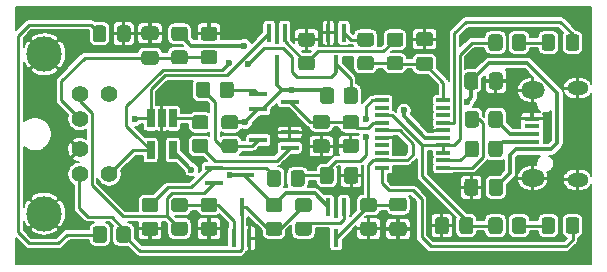
<source format=gbr>
%TF.GenerationSoftware,KiCad,Pcbnew,(5.1.9)-1*%
%TF.CreationDate,2021-12-10T21:49:07-06:00*%
%TF.ProjectId,minirib-usb,6d696e69-7269-4622-9d75-73622e6b6963,A*%
%TF.SameCoordinates,Original*%
%TF.FileFunction,Copper,L1,Top*%
%TF.FilePolarity,Positive*%
%FSLAX46Y46*%
G04 Gerber Fmt 4.6, Leading zero omitted, Abs format (unit mm)*
G04 Created by KiCad (PCBNEW (5.1.9)-1) date 2021-12-10 21:49:07*
%MOMM*%
%LPD*%
G01*
G04 APERTURE LIST*
%TA.AperFunction,ComponentPad*%
%ADD10C,1.400000*%
%TD*%
%TA.AperFunction,ComponentPad*%
%ADD11C,3.000000*%
%TD*%
%TA.AperFunction,SMDPad,CuDef*%
%ADD12R,0.450000X1.500000*%
%TD*%
%TA.AperFunction,SMDPad,CuDef*%
%ADD13R,1.500000X0.450000*%
%TD*%
%TA.AperFunction,SMDPad,CuDef*%
%ADD14R,1.200000X0.400000*%
%TD*%
%TA.AperFunction,SMDPad,CuDef*%
%ADD15R,0.650000X1.560000*%
%TD*%
%TA.AperFunction,SMDPad,CuDef*%
%ADD16R,1.300000X0.450000*%
%TD*%
%TA.AperFunction,ComponentPad*%
%ADD17O,2.000000X1.450000*%
%TD*%
%TA.AperFunction,ComponentPad*%
%ADD18O,1.800000X1.150000*%
%TD*%
%TA.AperFunction,ViaPad*%
%ADD19C,0.600000*%
%TD*%
%TA.AperFunction,Conductor*%
%ADD20C,0.350000*%
%TD*%
%TA.AperFunction,Conductor*%
%ADD21C,0.250000*%
%TD*%
%TA.AperFunction,Conductor*%
%ADD22C,0.200000*%
%TD*%
%TA.AperFunction,Conductor*%
%ADD23C,0.100000*%
%TD*%
G04 APERTURE END LIST*
D10*
%TO.P,J2,1*%
%TO.N,GND*%
X128300000Y-101300000D03*
D11*
%TO.P,J2,SH*%
X125300000Y-93250000D03*
X125300000Y-106750000D03*
D10*
%TO.P,J2,2*%
%TO.N,BIAS*%
X128300000Y-98700000D03*
%TO.P,J2,3*%
%TO.N,BUSY*%
X128300000Y-103400000D03*
%TO.P,J2,6*%
%TO.N,BUS-*%
X130800000Y-96600000D03*
%TO.P,J2,4*%
%TO.N,~BUSY*%
X128300000Y-96600000D03*
%TO.P,J2,5*%
%TO.N,BUS+*%
X130800000Y-103400000D03*
%TD*%
%TO.P,C1,1*%
%TO.N,GND*%
%TA.AperFunction,SMDPad,CuDef*%
G36*
G01*
X160875000Y-104975000D02*
X160875000Y-104025000D01*
G75*
G02*
X161125000Y-103775000I250000J0D01*
G01*
X161800000Y-103775000D01*
G75*
G02*
X162050000Y-104025000I0J-250000D01*
G01*
X162050000Y-104975000D01*
G75*
G02*
X161800000Y-105225000I-250000J0D01*
G01*
X161125000Y-105225000D01*
G75*
G02*
X160875000Y-104975000I0J250000D01*
G01*
G37*
%TD.AperFunction*%
%TO.P,C1,2*%
%TO.N,+5V*%
%TA.AperFunction,SMDPad,CuDef*%
G36*
G01*
X162950000Y-104975000D02*
X162950000Y-104025000D01*
G75*
G02*
X163200000Y-103775000I250000J0D01*
G01*
X163875000Y-103775000D01*
G75*
G02*
X164125000Y-104025000I0J-250000D01*
G01*
X164125000Y-104975000D01*
G75*
G02*
X163875000Y-105225000I-250000J0D01*
G01*
X163200000Y-105225000D01*
G75*
G02*
X162950000Y-104975000I0J250000D01*
G01*
G37*
%TD.AperFunction*%
%TD*%
%TO.P,C2,2*%
%TO.N,+3V3*%
%TA.AperFunction,SMDPad,CuDef*%
G36*
G01*
X160450000Y-108225000D02*
X160450000Y-107275000D01*
G75*
G02*
X160700000Y-107025000I250000J0D01*
G01*
X161375000Y-107025000D01*
G75*
G02*
X161625000Y-107275000I0J-250000D01*
G01*
X161625000Y-108225000D01*
G75*
G02*
X161375000Y-108475000I-250000J0D01*
G01*
X160700000Y-108475000D01*
G75*
G02*
X160450000Y-108225000I0J250000D01*
G01*
G37*
%TD.AperFunction*%
%TO.P,C2,1*%
%TO.N,GND*%
%TA.AperFunction,SMDPad,CuDef*%
G36*
G01*
X158375000Y-108225000D02*
X158375000Y-107275000D01*
G75*
G02*
X158625000Y-107025000I250000J0D01*
G01*
X159300000Y-107025000D01*
G75*
G02*
X159550000Y-107275000I0J-250000D01*
G01*
X159550000Y-108225000D01*
G75*
G02*
X159300000Y-108475000I-250000J0D01*
G01*
X158625000Y-108475000D01*
G75*
G02*
X158375000Y-108225000I0J250000D01*
G01*
G37*
%TD.AperFunction*%
%TD*%
%TO.P,C3,2*%
%TO.N,GND*%
%TA.AperFunction,SMDPad,CuDef*%
G36*
G01*
X134725000Y-92050000D02*
X133775000Y-92050000D01*
G75*
G02*
X133525000Y-91800000I0J250000D01*
G01*
X133525000Y-91125000D01*
G75*
G02*
X133775000Y-90875000I250000J0D01*
G01*
X134725000Y-90875000D01*
G75*
G02*
X134975000Y-91125000I0J-250000D01*
G01*
X134975000Y-91800000D01*
G75*
G02*
X134725000Y-92050000I-250000J0D01*
G01*
G37*
%TD.AperFunction*%
%TO.P,C3,1*%
%TO.N,BIAS*%
%TA.AperFunction,SMDPad,CuDef*%
G36*
G01*
X134725000Y-94125000D02*
X133775000Y-94125000D01*
G75*
G02*
X133525000Y-93875000I0J250000D01*
G01*
X133525000Y-93200000D01*
G75*
G02*
X133775000Y-92950000I250000J0D01*
G01*
X134725000Y-92950000D01*
G75*
G02*
X134975000Y-93200000I0J-250000D01*
G01*
X134975000Y-93875000D01*
G75*
G02*
X134725000Y-94125000I-250000J0D01*
G01*
G37*
%TD.AperFunction*%
%TD*%
%TO.P,C4,1*%
%TO.N,GND*%
%TA.AperFunction,SMDPad,CuDef*%
G36*
G01*
X164125000Y-95025000D02*
X164125000Y-95975000D01*
G75*
G02*
X163875000Y-96225000I-250000J0D01*
G01*
X163200000Y-96225000D01*
G75*
G02*
X162950000Y-95975000I0J250000D01*
G01*
X162950000Y-95025000D01*
G75*
G02*
X163200000Y-94775000I250000J0D01*
G01*
X163875000Y-94775000D01*
G75*
G02*
X164125000Y-95025000I0J-250000D01*
G01*
G37*
%TD.AperFunction*%
%TO.P,C4,2*%
%TO.N,+5V*%
%TA.AperFunction,SMDPad,CuDef*%
G36*
G01*
X162050000Y-95025000D02*
X162050000Y-95975000D01*
G75*
G02*
X161800000Y-96225000I-250000J0D01*
G01*
X161125000Y-96225000D01*
G75*
G02*
X160875000Y-95975000I0J250000D01*
G01*
X160875000Y-95025000D01*
G75*
G02*
X161125000Y-94775000I250000J0D01*
G01*
X161800000Y-94775000D01*
G75*
G02*
X162050000Y-95025000I0J-250000D01*
G01*
G37*
%TD.AperFunction*%
%TD*%
%TO.P,C5,1*%
%TO.N,TXD*%
%TA.AperFunction,SMDPad,CuDef*%
G36*
G01*
X157975000Y-94625000D02*
X157025000Y-94625000D01*
G75*
G02*
X156775000Y-94375000I0J250000D01*
G01*
X156775000Y-93700000D01*
G75*
G02*
X157025000Y-93450000I250000J0D01*
G01*
X157975000Y-93450000D01*
G75*
G02*
X158225000Y-93700000I0J-250000D01*
G01*
X158225000Y-94375000D01*
G75*
G02*
X157975000Y-94625000I-250000J0D01*
G01*
G37*
%TD.AperFunction*%
%TO.P,C5,2*%
%TO.N,GND*%
%TA.AperFunction,SMDPad,CuDef*%
G36*
G01*
X157975000Y-92550000D02*
X157025000Y-92550000D01*
G75*
G02*
X156775000Y-92300000I0J250000D01*
G01*
X156775000Y-91625000D01*
G75*
G02*
X157025000Y-91375000I250000J0D01*
G01*
X157975000Y-91375000D01*
G75*
G02*
X158225000Y-91625000I0J-250000D01*
G01*
X158225000Y-92300000D01*
G75*
G02*
X157975000Y-92550000I-250000J0D01*
G01*
G37*
%TD.AperFunction*%
%TD*%
%TO.P,C6,1*%
%TO.N,~CTS*%
%TA.AperFunction,SMDPad,CuDef*%
G36*
G01*
X154775000Y-105375000D02*
X155725000Y-105375000D01*
G75*
G02*
X155975000Y-105625000I0J-250000D01*
G01*
X155975000Y-106300000D01*
G75*
G02*
X155725000Y-106550000I-250000J0D01*
G01*
X154775000Y-106550000D01*
G75*
G02*
X154525000Y-106300000I0J250000D01*
G01*
X154525000Y-105625000D01*
G75*
G02*
X154775000Y-105375000I250000J0D01*
G01*
G37*
%TD.AperFunction*%
%TO.P,C6,2*%
%TO.N,GND*%
%TA.AperFunction,SMDPad,CuDef*%
G36*
G01*
X154775000Y-107450000D02*
X155725000Y-107450000D01*
G75*
G02*
X155975000Y-107700000I0J-250000D01*
G01*
X155975000Y-108375000D01*
G75*
G02*
X155725000Y-108625000I-250000J0D01*
G01*
X154775000Y-108625000D01*
G75*
G02*
X154525000Y-108375000I0J250000D01*
G01*
X154525000Y-107700000D01*
G75*
G02*
X154775000Y-107450000I250000J0D01*
G01*
G37*
%TD.AperFunction*%
%TD*%
%TO.P,C7,2*%
%TO.N,GND*%
%TA.AperFunction,SMDPad,CuDef*%
G36*
G01*
X148275000Y-100450000D02*
X149225000Y-100450000D01*
G75*
G02*
X149475000Y-100700000I0J-250000D01*
G01*
X149475000Y-101375000D01*
G75*
G02*
X149225000Y-101625000I-250000J0D01*
G01*
X148275000Y-101625000D01*
G75*
G02*
X148025000Y-101375000I0J250000D01*
G01*
X148025000Y-100700000D01*
G75*
G02*
X148275000Y-100450000I250000J0D01*
G01*
G37*
%TD.AperFunction*%
%TO.P,C7,1*%
%TO.N,RXD*%
%TA.AperFunction,SMDPad,CuDef*%
G36*
G01*
X148275000Y-98375000D02*
X149225000Y-98375000D01*
G75*
G02*
X149475000Y-98625000I0J-250000D01*
G01*
X149475000Y-99300000D01*
G75*
G02*
X149225000Y-99550000I-250000J0D01*
G01*
X148275000Y-99550000D01*
G75*
G02*
X148025000Y-99300000I0J250000D01*
G01*
X148025000Y-98625000D01*
G75*
G02*
X148275000Y-98375000I250000J0D01*
G01*
G37*
%TD.AperFunction*%
%TD*%
%TO.P,C8,2*%
%TO.N,GND*%
%TA.AperFunction,SMDPad,CuDef*%
G36*
G01*
X150700000Y-103975000D02*
X150700000Y-103025000D01*
G75*
G02*
X150950000Y-102775000I250000J0D01*
G01*
X151625000Y-102775000D01*
G75*
G02*
X151875000Y-103025000I0J-250000D01*
G01*
X151875000Y-103975000D01*
G75*
G02*
X151625000Y-104225000I-250000J0D01*
G01*
X150950000Y-104225000D01*
G75*
G02*
X150700000Y-103975000I0J250000D01*
G01*
G37*
%TD.AperFunction*%
%TO.P,C8,1*%
%TO.N,~DTR*%
%TA.AperFunction,SMDPad,CuDef*%
G36*
G01*
X148625000Y-103975000D02*
X148625000Y-103025000D01*
G75*
G02*
X148875000Y-102775000I250000J0D01*
G01*
X149550000Y-102775000D01*
G75*
G02*
X149800000Y-103025000I0J-250000D01*
G01*
X149800000Y-103975000D01*
G75*
G02*
X149550000Y-104225000I-250000J0D01*
G01*
X148875000Y-104225000D01*
G75*
G02*
X148625000Y-103975000I0J250000D01*
G01*
G37*
%TD.AperFunction*%
%TD*%
%TO.P,D5,1*%
%TO.N,Net-(D5-Pad1)*%
%TA.AperFunction,SMDPad,CuDef*%
G36*
G01*
X170600000Y-91799999D02*
X170600000Y-92700001D01*
G75*
G02*
X170350001Y-92950000I-249999J0D01*
G01*
X169699999Y-92950000D01*
G75*
G02*
X169450000Y-92700001I0J249999D01*
G01*
X169450000Y-91799999D01*
G75*
G02*
X169699999Y-91550000I249999J0D01*
G01*
X170350001Y-91550000D01*
G75*
G02*
X170600000Y-91799999I0J-249999D01*
G01*
G37*
%TD.AperFunction*%
%TO.P,D5,2*%
%TO.N,Net-(D5-Pad2)*%
%TA.AperFunction,SMDPad,CuDef*%
G36*
G01*
X168550000Y-91799999D02*
X168550000Y-92700001D01*
G75*
G02*
X168300001Y-92950000I-249999J0D01*
G01*
X167649999Y-92950000D01*
G75*
G02*
X167400000Y-92700001I0J249999D01*
G01*
X167400000Y-91799999D01*
G75*
G02*
X167649999Y-91550000I249999J0D01*
G01*
X168300001Y-91550000D01*
G75*
G02*
X168550000Y-91799999I0J-249999D01*
G01*
G37*
%TD.AperFunction*%
%TD*%
%TO.P,D6,2*%
%TO.N,Net-(D6-Pad2)*%
%TA.AperFunction,SMDPad,CuDef*%
G36*
G01*
X168550000Y-107299999D02*
X168550000Y-108200001D01*
G75*
G02*
X168300001Y-108450000I-249999J0D01*
G01*
X167649999Y-108450000D01*
G75*
G02*
X167400000Y-108200001I0J249999D01*
G01*
X167400000Y-107299999D01*
G75*
G02*
X167649999Y-107050000I249999J0D01*
G01*
X168300001Y-107050000D01*
G75*
G02*
X168550000Y-107299999I0J-249999D01*
G01*
G37*
%TD.AperFunction*%
%TO.P,D6,1*%
%TO.N,Net-(D6-Pad1)*%
%TA.AperFunction,SMDPad,CuDef*%
G36*
G01*
X170600000Y-107299999D02*
X170600000Y-108200001D01*
G75*
G02*
X170350001Y-108450000I-249999J0D01*
G01*
X169699999Y-108450000D01*
G75*
G02*
X169450000Y-108200001I0J249999D01*
G01*
X169450000Y-107299999D01*
G75*
G02*
X169699999Y-107050000I249999J0D01*
G01*
X170350001Y-107050000D01*
G75*
G02*
X170600000Y-107299999I0J-249999D01*
G01*
G37*
%TD.AperFunction*%
%TD*%
%TO.P,D7,2*%
%TO.N,Net-(D7-Pad2)*%
%TA.AperFunction,SMDPad,CuDef*%
G36*
G01*
X130550000Y-91049999D02*
X130550000Y-91950001D01*
G75*
G02*
X130300001Y-92200000I-249999J0D01*
G01*
X129649999Y-92200000D01*
G75*
G02*
X129400000Y-91950001I0J249999D01*
G01*
X129400000Y-91049999D01*
G75*
G02*
X129649999Y-90800000I249999J0D01*
G01*
X130300001Y-90800000D01*
G75*
G02*
X130550000Y-91049999I0J-249999D01*
G01*
G37*
%TD.AperFunction*%
%TO.P,D7,1*%
%TO.N,GND*%
%TA.AperFunction,SMDPad,CuDef*%
G36*
G01*
X132600000Y-91049999D02*
X132600000Y-91950001D01*
G75*
G02*
X132350001Y-92200000I-249999J0D01*
G01*
X131699999Y-92200000D01*
G75*
G02*
X131450000Y-91950001I0J249999D01*
G01*
X131450000Y-91049999D01*
G75*
G02*
X131699999Y-90800000I249999J0D01*
G01*
X132350001Y-90800000D01*
G75*
G02*
X132600000Y-91049999I0J-249999D01*
G01*
G37*
%TD.AperFunction*%
%TD*%
D12*
%TO.P,Q1,3*%
%TO.N,BUS+*%
X150000000Y-94080000D03*
%TO.P,Q1,2*%
%TO.N,GND*%
X149350000Y-91420000D03*
%TO.P,Q1,1*%
%TO.N,Net-(Q1-Pad1)*%
X150650000Y-91420000D03*
%TD*%
D13*
%TO.P,Q2,3*%
%TO.N,RXD*%
X146080000Y-97250000D03*
%TO.P,Q2,2*%
%TO.N,+5V*%
X143420000Y-97900000D03*
%TO.P,Q2,1*%
%TO.N,Net-(Q2-Pad1)*%
X143420000Y-96600000D03*
%TD*%
D12*
%TO.P,Q3,1*%
%TO.N,Net-(Q3-Pad1)*%
X150650000Y-106170000D03*
%TO.P,Q3,2*%
%TO.N,+5V*%
X149350000Y-106170000D03*
%TO.P,Q3,3*%
%TO.N,~CTS*%
X150000000Y-108830000D03*
%TD*%
%TO.P,Q4,3*%
%TO.N,+5V*%
X145000000Y-94080000D03*
%TO.P,Q4,2*%
%TO.N,BUS-*%
X144350000Y-91420000D03*
%TO.P,Q4,1*%
%TO.N,Net-(Q4-Pad1)*%
X145650000Y-91420000D03*
%TD*%
D13*
%TO.P,Q5,3*%
%TO.N,Net-(Q5-Pad3)*%
X143420000Y-100500000D03*
%TO.P,Q5,2*%
%TO.N,GND*%
X146080000Y-99850000D03*
%TO.P,Q5,1*%
%TO.N,Net-(Q5-Pad1)*%
X146080000Y-101150000D03*
%TD*%
D12*
%TO.P,Q6,3*%
%TO.N,BUSY*%
X142000000Y-106170000D03*
%TO.P,Q6,2*%
%TO.N,GND*%
X142650000Y-108830000D03*
%TO.P,Q6,1*%
%TO.N,Net-(Q6-Pad1)*%
X141350000Y-108830000D03*
%TD*%
D13*
%TO.P,Q7,1*%
%TO.N,Net-(Q7-Pad1)*%
X139670000Y-102850000D03*
%TO.P,Q7,2*%
%TO.N,~BUSY*%
X139670000Y-104150000D03*
%TO.P,Q7,3*%
%TO.N,+5V*%
X142330000Y-103500000D03*
%TD*%
%TO.P,R1,2*%
%TO.N,Net-(J1-Pad2)*%
%TA.AperFunction,SMDPad,CuDef*%
G36*
G01*
X162900000Y-101700001D02*
X162900000Y-100799999D01*
G75*
G02*
X163149999Y-100550000I249999J0D01*
G01*
X163850001Y-100550000D01*
G75*
G02*
X164100000Y-100799999I0J-249999D01*
G01*
X164100000Y-101700001D01*
G75*
G02*
X163850001Y-101950000I-249999J0D01*
G01*
X163149999Y-101950000D01*
G75*
G02*
X162900000Y-101700001I0J249999D01*
G01*
G37*
%TD.AperFunction*%
%TO.P,R1,1*%
%TO.N,Net-(R1-Pad1)*%
%TA.AperFunction,SMDPad,CuDef*%
G36*
G01*
X160900000Y-101700001D02*
X160900000Y-100799999D01*
G75*
G02*
X161149999Y-100550000I249999J0D01*
G01*
X161850001Y-100550000D01*
G75*
G02*
X162100000Y-100799999I0J-249999D01*
G01*
X162100000Y-101700001D01*
G75*
G02*
X161850001Y-101950000I-249999J0D01*
G01*
X161149999Y-101950000D01*
G75*
G02*
X160900000Y-101700001I0J249999D01*
G01*
G37*
%TD.AperFunction*%
%TD*%
%TO.P,R2,1*%
%TO.N,Net-(J1-Pad3)*%
%TA.AperFunction,SMDPad,CuDef*%
G36*
G01*
X164100000Y-98299999D02*
X164100000Y-99200001D01*
G75*
G02*
X163850001Y-99450000I-249999J0D01*
G01*
X163149999Y-99450000D01*
G75*
G02*
X162900000Y-99200001I0J249999D01*
G01*
X162900000Y-98299999D01*
G75*
G02*
X163149999Y-98050000I249999J0D01*
G01*
X163850001Y-98050000D01*
G75*
G02*
X164100000Y-98299999I0J-249999D01*
G01*
G37*
%TD.AperFunction*%
%TO.P,R2,2*%
%TO.N,Net-(R2-Pad2)*%
%TA.AperFunction,SMDPad,CuDef*%
G36*
G01*
X162100000Y-98299999D02*
X162100000Y-99200001D01*
G75*
G02*
X161850001Y-99450000I-249999J0D01*
G01*
X161149999Y-99450000D01*
G75*
G02*
X160900000Y-99200001I0J249999D01*
G01*
X160900000Y-98299999D01*
G75*
G02*
X161149999Y-98050000I249999J0D01*
G01*
X161850001Y-98050000D01*
G75*
G02*
X162100000Y-98299999I0J-249999D01*
G01*
G37*
%TD.AperFunction*%
%TD*%
%TO.P,R3,2*%
%TO.N,+5V*%
%TA.AperFunction,SMDPad,CuDef*%
G36*
G01*
X137200001Y-92100000D02*
X136299999Y-92100000D01*
G75*
G02*
X136050000Y-91850001I0J249999D01*
G01*
X136050000Y-91149999D01*
G75*
G02*
X136299999Y-90900000I249999J0D01*
G01*
X137200001Y-90900000D01*
G75*
G02*
X137450000Y-91149999I0J-249999D01*
G01*
X137450000Y-91850001D01*
G75*
G02*
X137200001Y-92100000I-249999J0D01*
G01*
G37*
%TD.AperFunction*%
%TO.P,R3,1*%
%TO.N,BIAS*%
%TA.AperFunction,SMDPad,CuDef*%
G36*
G01*
X137200001Y-94100000D02*
X136299999Y-94100000D01*
G75*
G02*
X136050000Y-93850001I0J249999D01*
G01*
X136050000Y-93149999D01*
G75*
G02*
X136299999Y-92900000I249999J0D01*
G01*
X137200001Y-92900000D01*
G75*
G02*
X137450000Y-93149999I0J-249999D01*
G01*
X137450000Y-93850001D01*
G75*
G02*
X137200001Y-94100000I-249999J0D01*
G01*
G37*
%TD.AperFunction*%
%TD*%
%TO.P,R4,2*%
%TO.N,BIAS*%
%TA.AperFunction,SMDPad,CuDef*%
G36*
G01*
X138799999Y-92900000D02*
X139700001Y-92900000D01*
G75*
G02*
X139950000Y-93149999I0J-249999D01*
G01*
X139950000Y-93850001D01*
G75*
G02*
X139700001Y-94100000I-249999J0D01*
G01*
X138799999Y-94100000D01*
G75*
G02*
X138550000Y-93850001I0J249999D01*
G01*
X138550000Y-93149999D01*
G75*
G02*
X138799999Y-92900000I249999J0D01*
G01*
G37*
%TD.AperFunction*%
%TO.P,R4,1*%
%TO.N,GND*%
%TA.AperFunction,SMDPad,CuDef*%
G36*
G01*
X138799999Y-90900000D02*
X139700001Y-90900000D01*
G75*
G02*
X139950000Y-91149999I0J-249999D01*
G01*
X139950000Y-91850001D01*
G75*
G02*
X139700001Y-92100000I-249999J0D01*
G01*
X138799999Y-92100000D01*
G75*
G02*
X138550000Y-91850001I0J249999D01*
G01*
X138550000Y-91149999D01*
G75*
G02*
X138799999Y-90900000I249999J0D01*
G01*
G37*
%TD.AperFunction*%
%TD*%
%TO.P,R5,1*%
%TO.N,+3V3*%
%TA.AperFunction,SMDPad,CuDef*%
G36*
G01*
X162900000Y-92700001D02*
X162900000Y-91799999D01*
G75*
G02*
X163149999Y-91550000I249999J0D01*
G01*
X163850001Y-91550000D01*
G75*
G02*
X164100000Y-91799999I0J-249999D01*
G01*
X164100000Y-92700001D01*
G75*
G02*
X163850001Y-92950000I-249999J0D01*
G01*
X163149999Y-92950000D01*
G75*
G02*
X162900000Y-92700001I0J249999D01*
G01*
G37*
%TD.AperFunction*%
%TO.P,R5,2*%
%TO.N,Net-(D5-Pad2)*%
%TA.AperFunction,SMDPad,CuDef*%
G36*
G01*
X164900000Y-92700001D02*
X164900000Y-91799999D01*
G75*
G02*
X165149999Y-91550000I249999J0D01*
G01*
X165850001Y-91550000D01*
G75*
G02*
X166100000Y-91799999I0J-249999D01*
G01*
X166100000Y-92700001D01*
G75*
G02*
X165850001Y-92950000I-249999J0D01*
G01*
X165149999Y-92950000D01*
G75*
G02*
X164900000Y-92700001I0J249999D01*
G01*
G37*
%TD.AperFunction*%
%TD*%
%TO.P,R6,1*%
%TO.N,Net-(D6-Pad2)*%
%TA.AperFunction,SMDPad,CuDef*%
G36*
G01*
X166100000Y-107299999D02*
X166100000Y-108200001D01*
G75*
G02*
X165850001Y-108450000I-249999J0D01*
G01*
X165149999Y-108450000D01*
G75*
G02*
X164900000Y-108200001I0J249999D01*
G01*
X164900000Y-107299999D01*
G75*
G02*
X165149999Y-107050000I249999J0D01*
G01*
X165850001Y-107050000D01*
G75*
G02*
X166100000Y-107299999I0J-249999D01*
G01*
G37*
%TD.AperFunction*%
%TO.P,R6,2*%
%TO.N,+3V3*%
%TA.AperFunction,SMDPad,CuDef*%
G36*
G01*
X164100000Y-107299999D02*
X164100000Y-108200001D01*
G75*
G02*
X163850001Y-108450000I-249999J0D01*
G01*
X163149999Y-108450000D01*
G75*
G02*
X162900000Y-108200001I0J249999D01*
G01*
X162900000Y-107299999D01*
G75*
G02*
X163149999Y-107050000I249999J0D01*
G01*
X163850001Y-107050000D01*
G75*
G02*
X164100000Y-107299999I0J-249999D01*
G01*
G37*
%TD.AperFunction*%
%TD*%
%TO.P,R7,2*%
%TO.N,TXD*%
%TA.AperFunction,SMDPad,CuDef*%
G36*
G01*
X152049999Y-93400000D02*
X152950001Y-93400000D01*
G75*
G02*
X153200000Y-93649999I0J-249999D01*
G01*
X153200000Y-94350001D01*
G75*
G02*
X152950001Y-94600000I-249999J0D01*
G01*
X152049999Y-94600000D01*
G75*
G02*
X151800000Y-94350001I0J249999D01*
G01*
X151800000Y-93649999D01*
G75*
G02*
X152049999Y-93400000I249999J0D01*
G01*
G37*
%TD.AperFunction*%
%TO.P,R7,1*%
%TO.N,Net-(Q1-Pad1)*%
%TA.AperFunction,SMDPad,CuDef*%
G36*
G01*
X152049999Y-91400000D02*
X152950001Y-91400000D01*
G75*
G02*
X153200000Y-91649999I0J-249999D01*
G01*
X153200000Y-92350001D01*
G75*
G02*
X152950001Y-92600000I-249999J0D01*
G01*
X152049999Y-92600000D01*
G75*
G02*
X151800000Y-92350001I0J249999D01*
G01*
X151800000Y-91649999D01*
G75*
G02*
X152049999Y-91400000I249999J0D01*
G01*
G37*
%TD.AperFunction*%
%TD*%
%TO.P,R8,1*%
%TO.N,GND*%
%TA.AperFunction,SMDPad,CuDef*%
G36*
G01*
X151700001Y-101600000D02*
X150799999Y-101600000D01*
G75*
G02*
X150550000Y-101350001I0J249999D01*
G01*
X150550000Y-100649999D01*
G75*
G02*
X150799999Y-100400000I249999J0D01*
G01*
X151700001Y-100400000D01*
G75*
G02*
X151950000Y-100649999I0J-249999D01*
G01*
X151950000Y-101350001D01*
G75*
G02*
X151700001Y-101600000I-249999J0D01*
G01*
G37*
%TD.AperFunction*%
%TO.P,R8,2*%
%TO.N,RXD*%
%TA.AperFunction,SMDPad,CuDef*%
G36*
G01*
X151700001Y-99600000D02*
X150799999Y-99600000D01*
G75*
G02*
X150550000Y-99350001I0J249999D01*
G01*
X150550000Y-98649999D01*
G75*
G02*
X150799999Y-98400000I249999J0D01*
G01*
X151700001Y-98400000D01*
G75*
G02*
X151950000Y-98649999I0J-249999D01*
G01*
X151950000Y-99350001D01*
G75*
G02*
X151700001Y-99600000I-249999J0D01*
G01*
G37*
%TD.AperFunction*%
%TD*%
%TO.P,R9,1*%
%TO.N,GND*%
%TA.AperFunction,SMDPad,CuDef*%
G36*
G01*
X153200001Y-108600000D02*
X152299999Y-108600000D01*
G75*
G02*
X152050000Y-108350001I0J249999D01*
G01*
X152050000Y-107649999D01*
G75*
G02*
X152299999Y-107400000I249999J0D01*
G01*
X153200001Y-107400000D01*
G75*
G02*
X153450000Y-107649999I0J-249999D01*
G01*
X153450000Y-108350001D01*
G75*
G02*
X153200001Y-108600000I-249999J0D01*
G01*
G37*
%TD.AperFunction*%
%TO.P,R9,2*%
%TO.N,~CTS*%
%TA.AperFunction,SMDPad,CuDef*%
G36*
G01*
X153200001Y-106600000D02*
X152299999Y-106600000D01*
G75*
G02*
X152050000Y-106350001I0J249999D01*
G01*
X152050000Y-105649999D01*
G75*
G02*
X152299999Y-105400000I249999J0D01*
G01*
X153200001Y-105400000D01*
G75*
G02*
X153450000Y-105649999I0J-249999D01*
G01*
X153450000Y-106350001D01*
G75*
G02*
X153200001Y-106600000I-249999J0D01*
G01*
G37*
%TD.AperFunction*%
%TD*%
%TO.P,R10,1*%
%TO.N,Net-(Q4-Pad1)*%
%TA.AperFunction,SMDPad,CuDef*%
G36*
G01*
X154549999Y-91400000D02*
X155450001Y-91400000D01*
G75*
G02*
X155700000Y-91649999I0J-249999D01*
G01*
X155700000Y-92350001D01*
G75*
G02*
X155450001Y-92600000I-249999J0D01*
G01*
X154549999Y-92600000D01*
G75*
G02*
X154300000Y-92350001I0J249999D01*
G01*
X154300000Y-91649999D01*
G75*
G02*
X154549999Y-91400000I249999J0D01*
G01*
G37*
%TD.AperFunction*%
%TO.P,R10,2*%
%TO.N,TXD*%
%TA.AperFunction,SMDPad,CuDef*%
G36*
G01*
X154549999Y-93400000D02*
X155450001Y-93400000D01*
G75*
G02*
X155700000Y-93649999I0J-249999D01*
G01*
X155700000Y-94350001D01*
G75*
G02*
X155450001Y-94600000I-249999J0D01*
G01*
X154549999Y-94600000D01*
G75*
G02*
X154300000Y-94350001I0J249999D01*
G01*
X154300000Y-93649999D01*
G75*
G02*
X154549999Y-93400000I249999J0D01*
G01*
G37*
%TD.AperFunction*%
%TD*%
%TO.P,R11,2*%
%TO.N,+5V*%
%TA.AperFunction,SMDPad,CuDef*%
G36*
G01*
X149850000Y-96299999D02*
X149850000Y-97200001D01*
G75*
G02*
X149600001Y-97450000I-249999J0D01*
G01*
X148899999Y-97450000D01*
G75*
G02*
X148650000Y-97200001I0J249999D01*
G01*
X148650000Y-96299999D01*
G75*
G02*
X148899999Y-96050000I249999J0D01*
G01*
X149600001Y-96050000D01*
G75*
G02*
X149850000Y-96299999I0J-249999D01*
G01*
G37*
%TD.AperFunction*%
%TO.P,R11,1*%
%TO.N,BUS+*%
%TA.AperFunction,SMDPad,CuDef*%
G36*
G01*
X151850000Y-96299999D02*
X151850000Y-97200001D01*
G75*
G02*
X151600001Y-97450000I-249999J0D01*
G01*
X150899999Y-97450000D01*
G75*
G02*
X150650000Y-97200001I0J249999D01*
G01*
X150650000Y-96299999D01*
G75*
G02*
X150899999Y-96050000I249999J0D01*
G01*
X151600001Y-96050000D01*
G75*
G02*
X151850000Y-96299999I0J-249999D01*
G01*
G37*
%TD.AperFunction*%
%TD*%
%TO.P,R12,1*%
%TO.N,GND*%
%TA.AperFunction,SMDPad,CuDef*%
G36*
G01*
X147049999Y-91400000D02*
X147950001Y-91400000D01*
G75*
G02*
X148200000Y-91649999I0J-249999D01*
G01*
X148200000Y-92350001D01*
G75*
G02*
X147950001Y-92600000I-249999J0D01*
G01*
X147049999Y-92600000D01*
G75*
G02*
X146800000Y-92350001I0J249999D01*
G01*
X146800000Y-91649999D01*
G75*
G02*
X147049999Y-91400000I249999J0D01*
G01*
G37*
%TD.AperFunction*%
%TO.P,R12,2*%
%TO.N,Net-(Q4-Pad1)*%
%TA.AperFunction,SMDPad,CuDef*%
G36*
G01*
X147049999Y-93400000D02*
X147950001Y-93400000D01*
G75*
G02*
X148200000Y-93649999I0J-249999D01*
G01*
X148200000Y-94350001D01*
G75*
G02*
X147950001Y-94600000I-249999J0D01*
G01*
X147049999Y-94600000D01*
G75*
G02*
X146800000Y-94350001I0J249999D01*
G01*
X146800000Y-93649999D01*
G75*
G02*
X147049999Y-93400000I249999J0D01*
G01*
G37*
%TD.AperFunction*%
%TD*%
%TO.P,R13,1*%
%TO.N,Net-(Q5-Pad3)*%
%TA.AperFunction,SMDPad,CuDef*%
G36*
G01*
X138150000Y-96700001D02*
X138150000Y-95799999D01*
G75*
G02*
X138399999Y-95550000I249999J0D01*
G01*
X139100001Y-95550000D01*
G75*
G02*
X139350000Y-95799999I0J-249999D01*
G01*
X139350000Y-96700001D01*
G75*
G02*
X139100001Y-96950000I-249999J0D01*
G01*
X138399999Y-96950000D01*
G75*
G02*
X138150000Y-96700001I0J249999D01*
G01*
G37*
%TD.AperFunction*%
%TO.P,R13,2*%
%TO.N,Net-(Q2-Pad1)*%
%TA.AperFunction,SMDPad,CuDef*%
G36*
G01*
X140150000Y-96700001D02*
X140150000Y-95799999D01*
G75*
G02*
X140399999Y-95550000I249999J0D01*
G01*
X141100001Y-95550000D01*
G75*
G02*
X141350000Y-95799999I0J-249999D01*
G01*
X141350000Y-96700001D01*
G75*
G02*
X141100001Y-96950000I-249999J0D01*
G01*
X140399999Y-96950000D01*
G75*
G02*
X140150000Y-96700001I0J249999D01*
G01*
G37*
%TD.AperFunction*%
%TD*%
%TO.P,R14,1*%
%TO.N,Net-(Q3-Pad1)*%
%TA.AperFunction,SMDPad,CuDef*%
G36*
G01*
X147700001Y-108600000D02*
X146799999Y-108600000D01*
G75*
G02*
X146550000Y-108350001I0J249999D01*
G01*
X146550000Y-107649999D01*
G75*
G02*
X146799999Y-107400000I249999J0D01*
G01*
X147700001Y-107400000D01*
G75*
G02*
X147950000Y-107649999I0J-249999D01*
G01*
X147950000Y-108350001D01*
G75*
G02*
X147700001Y-108600000I-249999J0D01*
G01*
G37*
%TD.AperFunction*%
%TO.P,R14,2*%
%TO.N,BUSY*%
%TA.AperFunction,SMDPad,CuDef*%
G36*
G01*
X147700001Y-106600000D02*
X146799999Y-106600000D01*
G75*
G02*
X146550000Y-106350001I0J249999D01*
G01*
X146550000Y-105649999D01*
G75*
G02*
X146799999Y-105400000I249999J0D01*
G01*
X147700001Y-105400000D01*
G75*
G02*
X147950000Y-105649999I0J-249999D01*
G01*
X147950000Y-106350001D01*
G75*
G02*
X147700001Y-106600000I-249999J0D01*
G01*
G37*
%TD.AperFunction*%
%TD*%
%TO.P,R15,1*%
%TO.N,Net-(Q5-Pad3)*%
%TA.AperFunction,SMDPad,CuDef*%
G36*
G01*
X141450001Y-101600000D02*
X140549999Y-101600000D01*
G75*
G02*
X140300000Y-101350001I0J249999D01*
G01*
X140300000Y-100649999D01*
G75*
G02*
X140549999Y-100400000I249999J0D01*
G01*
X141450001Y-100400000D01*
G75*
G02*
X141700000Y-100649999I0J-249999D01*
G01*
X141700000Y-101350001D01*
G75*
G02*
X141450001Y-101600000I-249999J0D01*
G01*
G37*
%TD.AperFunction*%
%TO.P,R15,2*%
%TO.N,+5V*%
%TA.AperFunction,SMDPad,CuDef*%
G36*
G01*
X141450001Y-99600000D02*
X140549999Y-99600000D01*
G75*
G02*
X140300000Y-99350001I0J249999D01*
G01*
X140300000Y-98649999D01*
G75*
G02*
X140549999Y-98400000I249999J0D01*
G01*
X141450001Y-98400000D01*
G75*
G02*
X141700000Y-98649999I0J-249999D01*
G01*
X141700000Y-99350001D01*
G75*
G02*
X141450001Y-99600000I-249999J0D01*
G01*
G37*
%TD.AperFunction*%
%TD*%
%TO.P,R16,2*%
%TO.N,+5V*%
%TA.AperFunction,SMDPad,CuDef*%
G36*
G01*
X145200001Y-106600000D02*
X144299999Y-106600000D01*
G75*
G02*
X144050000Y-106350001I0J249999D01*
G01*
X144050000Y-105649999D01*
G75*
G02*
X144299999Y-105400000I249999J0D01*
G01*
X145200001Y-105400000D01*
G75*
G02*
X145450000Y-105649999I0J-249999D01*
G01*
X145450000Y-106350001D01*
G75*
G02*
X145200001Y-106600000I-249999J0D01*
G01*
G37*
%TD.AperFunction*%
%TO.P,R16,1*%
%TO.N,BUSY*%
%TA.AperFunction,SMDPad,CuDef*%
G36*
G01*
X145200001Y-108600000D02*
X144299999Y-108600000D01*
G75*
G02*
X144050000Y-108350001I0J249999D01*
G01*
X144050000Y-107649999D01*
G75*
G02*
X144299999Y-107400000I249999J0D01*
G01*
X145200001Y-107400000D01*
G75*
G02*
X145450000Y-107649999I0J-249999D01*
G01*
X145450000Y-108350001D01*
G75*
G02*
X145200001Y-108600000I-249999J0D01*
G01*
G37*
%TD.AperFunction*%
%TD*%
%TO.P,R17,1*%
%TO.N,Net-(Q5-Pad1)*%
%TA.AperFunction,SMDPad,CuDef*%
G36*
G01*
X138950001Y-101600000D02*
X138049999Y-101600000D01*
G75*
G02*
X137800000Y-101350001I0J249999D01*
G01*
X137800000Y-100649999D01*
G75*
G02*
X138049999Y-100400000I249999J0D01*
G01*
X138950001Y-100400000D01*
G75*
G02*
X139200000Y-100649999I0J-249999D01*
G01*
X139200000Y-101350001D01*
G75*
G02*
X138950001Y-101600000I-249999J0D01*
G01*
G37*
%TD.AperFunction*%
%TO.P,R17,2*%
%TO.N,Net-(R17-Pad2)*%
%TA.AperFunction,SMDPad,CuDef*%
G36*
G01*
X138950001Y-99600000D02*
X138049999Y-99600000D01*
G75*
G02*
X137800000Y-99350001I0J249999D01*
G01*
X137800000Y-98649999D01*
G75*
G02*
X138049999Y-98400000I249999J0D01*
G01*
X138950001Y-98400000D01*
G75*
G02*
X139200000Y-98649999I0J-249999D01*
G01*
X139200000Y-99350001D01*
G75*
G02*
X138950001Y-99600000I-249999J0D01*
G01*
G37*
%TD.AperFunction*%
%TD*%
%TO.P,R18,2*%
%TO.N,Net-(Q6-Pad1)*%
%TA.AperFunction,SMDPad,CuDef*%
G36*
G01*
X139700001Y-106600000D02*
X138799999Y-106600000D01*
G75*
G02*
X138550000Y-106350001I0J249999D01*
G01*
X138550000Y-105649999D01*
G75*
G02*
X138799999Y-105400000I249999J0D01*
G01*
X139700001Y-105400000D01*
G75*
G02*
X139950000Y-105649999I0J-249999D01*
G01*
X139950000Y-106350001D01*
G75*
G02*
X139700001Y-106600000I-249999J0D01*
G01*
G37*
%TD.AperFunction*%
%TO.P,R18,1*%
%TO.N,GND*%
%TA.AperFunction,SMDPad,CuDef*%
G36*
G01*
X139700001Y-108600000D02*
X138799999Y-108600000D01*
G75*
G02*
X138550000Y-108350001I0J249999D01*
G01*
X138550000Y-107649999D01*
G75*
G02*
X138799999Y-107400000I249999J0D01*
G01*
X139700001Y-107400000D01*
G75*
G02*
X139950000Y-107649999I0J-249999D01*
G01*
X139950000Y-108350001D01*
G75*
G02*
X139700001Y-108600000I-249999J0D01*
G01*
G37*
%TD.AperFunction*%
%TD*%
%TO.P,R19,1*%
%TO.N,~BUSY*%
%TA.AperFunction,SMDPad,CuDef*%
G36*
G01*
X137200001Y-108600000D02*
X136299999Y-108600000D01*
G75*
G02*
X136050000Y-108350001I0J249999D01*
G01*
X136050000Y-107649999D01*
G75*
G02*
X136299999Y-107400000I249999J0D01*
G01*
X137200001Y-107400000D01*
G75*
G02*
X137450000Y-107649999I0J-249999D01*
G01*
X137450000Y-108350001D01*
G75*
G02*
X137200001Y-108600000I-249999J0D01*
G01*
G37*
%TD.AperFunction*%
%TO.P,R19,2*%
%TO.N,Net-(Q6-Pad1)*%
%TA.AperFunction,SMDPad,CuDef*%
G36*
G01*
X137200001Y-106600000D02*
X136299999Y-106600000D01*
G75*
G02*
X136050000Y-106350001I0J249999D01*
G01*
X136050000Y-105649999D01*
G75*
G02*
X136299999Y-105400000I249999J0D01*
G01*
X137200001Y-105400000D01*
G75*
G02*
X137450000Y-105649999I0J-249999D01*
G01*
X137450000Y-106350001D01*
G75*
G02*
X137200001Y-106600000I-249999J0D01*
G01*
G37*
%TD.AperFunction*%
%TD*%
%TO.P,R20,1*%
%TO.N,Net-(Q7-Pad1)*%
%TA.AperFunction,SMDPad,CuDef*%
G36*
G01*
X144150000Y-104200001D02*
X144150000Y-103299999D01*
G75*
G02*
X144399999Y-103050000I249999J0D01*
G01*
X145100001Y-103050000D01*
G75*
G02*
X145350000Y-103299999I0J-249999D01*
G01*
X145350000Y-104200001D01*
G75*
G02*
X145100001Y-104450000I-249999J0D01*
G01*
X144399999Y-104450000D01*
G75*
G02*
X144150000Y-104200001I0J249999D01*
G01*
G37*
%TD.AperFunction*%
%TO.P,R20,2*%
%TO.N,~DTR*%
%TA.AperFunction,SMDPad,CuDef*%
G36*
G01*
X146150000Y-104200001D02*
X146150000Y-103299999D01*
G75*
G02*
X146399999Y-103050000I249999J0D01*
G01*
X147100001Y-103050000D01*
G75*
G02*
X147350000Y-103299999I0J-249999D01*
G01*
X147350000Y-104200001D01*
G75*
G02*
X147100001Y-104450000I-249999J0D01*
G01*
X146399999Y-104450000D01*
G75*
G02*
X146150000Y-104200001I0J249999D01*
G01*
G37*
%TD.AperFunction*%
%TD*%
%TO.P,R21,2*%
%TO.N,Net-(Q7-Pad1)*%
%TA.AperFunction,SMDPad,CuDef*%
G36*
G01*
X134700001Y-106600000D02*
X133799999Y-106600000D01*
G75*
G02*
X133550000Y-106350001I0J249999D01*
G01*
X133550000Y-105649999D01*
G75*
G02*
X133799999Y-105400000I249999J0D01*
G01*
X134700001Y-105400000D01*
G75*
G02*
X134950000Y-105649999I0J-249999D01*
G01*
X134950000Y-106350001D01*
G75*
G02*
X134700001Y-106600000I-249999J0D01*
G01*
G37*
%TD.AperFunction*%
%TO.P,R21,1*%
%TO.N,GND*%
%TA.AperFunction,SMDPad,CuDef*%
G36*
G01*
X134700001Y-108600000D02*
X133799999Y-108600000D01*
G75*
G02*
X133550000Y-108350001I0J249999D01*
G01*
X133550000Y-107649999D01*
G75*
G02*
X133799999Y-107400000I249999J0D01*
G01*
X134700001Y-107400000D01*
G75*
G02*
X134950000Y-107649999I0J-249999D01*
G01*
X134950000Y-108350001D01*
G75*
G02*
X134700001Y-108600000I-249999J0D01*
G01*
G37*
%TD.AperFunction*%
%TD*%
%TO.P,R22,2*%
%TO.N,Net-(D7-Pad2)*%
%TA.AperFunction,SMDPad,CuDef*%
G36*
G01*
X130600000Y-108049999D02*
X130600000Y-108950001D01*
G75*
G02*
X130350001Y-109200000I-249999J0D01*
G01*
X129649999Y-109200000D01*
G75*
G02*
X129400000Y-108950001I0J249999D01*
G01*
X129400000Y-108049999D01*
G75*
G02*
X129649999Y-107800000I249999J0D01*
G01*
X130350001Y-107800000D01*
G75*
G02*
X130600000Y-108049999I0J-249999D01*
G01*
G37*
%TD.AperFunction*%
%TO.P,R22,1*%
%TO.N,BUSY*%
%TA.AperFunction,SMDPad,CuDef*%
G36*
G01*
X132600000Y-108049999D02*
X132600000Y-108950001D01*
G75*
G02*
X132350001Y-109200000I-249999J0D01*
G01*
X131649999Y-109200000D01*
G75*
G02*
X131400000Y-108950001I0J249999D01*
G01*
X131400000Y-108049999D01*
G75*
G02*
X131649999Y-107800000I249999J0D01*
G01*
X132350001Y-107800000D01*
G75*
G02*
X132600000Y-108049999I0J-249999D01*
G01*
G37*
%TD.AperFunction*%
%TD*%
D14*
%TO.P,U1,1*%
%TO.N,~DTR*%
X153900000Y-97142500D03*
%TO.P,U1,2*%
%TO.N,Net-(U1-Pad2)*%
X153900000Y-97777500D03*
%TO.P,U1,3*%
%TO.N,+3V3*%
X153900000Y-98412500D03*
%TO.P,U1,4*%
%TO.N,RXD*%
X153900000Y-99047500D03*
%TO.P,U1,5*%
%TO.N,~CTS*%
X153900000Y-99682500D03*
%TO.P,U1,6*%
%TO.N,GND*%
X153900000Y-100317500D03*
%TO.P,U1,7*%
%TO.N,Net-(U1-Pad7)*%
X153900000Y-100952500D03*
%TO.P,U1,8*%
%TO.N,Net-(U1-Pad8)*%
X153900000Y-101587500D03*
%TO.P,U1,9*%
%TO.N,~CTS*%
X153900000Y-102222500D03*
%TO.P,U1,10*%
%TO.N,Net-(D6-Pad1)*%
X153900000Y-102857500D03*
%TO.P,U1,11*%
%TO.N,Net-(R2-Pad2)*%
X159100000Y-102857500D03*
%TO.P,U1,12*%
%TO.N,Net-(R1-Pad1)*%
X159100000Y-102222500D03*
%TO.P,U1,13*%
%TO.N,+3V3*%
X159100000Y-101587500D03*
%TO.P,U1,14*%
X159100000Y-100952500D03*
%TO.P,U1,15*%
%TO.N,+5V*%
X159100000Y-100317500D03*
%TO.P,U1,16*%
%TO.N,GND*%
X159100000Y-99682500D03*
%TO.P,U1,17*%
%TO.N,Net-(D5-Pad1)*%
X159100000Y-99047500D03*
%TO.P,U1,18*%
%TO.N,Net-(U1-Pad18)*%
X159100000Y-98412500D03*
%TO.P,U1,19*%
%TO.N,Net-(U1-Pad19)*%
X159100000Y-97777500D03*
%TO.P,U1,20*%
%TO.N,TXD*%
X159100000Y-97142500D03*
%TD*%
D15*
%TO.P,U2,1*%
%TO.N,Net-(R17-Pad2)*%
X136200000Y-98650000D03*
%TO.P,U2,2*%
%TO.N,GND*%
X135250000Y-98650000D03*
%TO.P,U2,3*%
%TO.N,BUS-*%
X134300000Y-98650000D03*
%TO.P,U2,4*%
%TO.N,BUS+*%
X134300000Y-101350000D03*
%TO.P,U2,5*%
%TO.N,+5V*%
X136200000Y-101350000D03*
%TD*%
D16*
%TO.P,J1,1*%
%TO.N,+5V*%
X166600000Y-101300000D03*
%TO.P,J1,2*%
%TO.N,Net-(J1-Pad2)*%
X166600000Y-100650000D03*
%TO.P,J1,3*%
%TO.N,Net-(J1-Pad3)*%
X166600000Y-100000000D03*
%TO.P,J1,4*%
%TO.N,Net-(J1-Pad4)*%
X166600000Y-99350000D03*
%TO.P,J1,5*%
%TO.N,GND*%
X166600000Y-98700000D03*
D17*
%TO.P,J1,6*%
X166650000Y-103725000D03*
X166650000Y-96275000D03*
D18*
X170450000Y-103875000D03*
X170450000Y-96125000D03*
%TD*%
D19*
%TO.N,GND*%
X123250000Y-110750000D03*
X124250000Y-110750000D03*
X125250000Y-110750000D03*
X126250000Y-110750000D03*
X127250000Y-110750000D03*
X128250000Y-110750000D03*
X129250000Y-110750000D03*
X130250000Y-110750000D03*
X131250000Y-110750000D03*
X132250000Y-110750000D03*
X133250000Y-110750000D03*
X134250000Y-110750000D03*
X135250000Y-110750000D03*
X136250000Y-110750000D03*
X137250000Y-110750000D03*
X138250000Y-110750000D03*
X139250000Y-110750000D03*
X140250000Y-110750000D03*
X141250000Y-110750000D03*
X142250000Y-110750000D03*
X143250000Y-110750000D03*
X144250000Y-110750000D03*
X145250000Y-110750000D03*
X146250000Y-110750000D03*
X147250000Y-110750000D03*
X148250000Y-110750000D03*
X149250000Y-110750000D03*
X150250000Y-110750000D03*
X151250000Y-110750000D03*
X152250000Y-110750000D03*
X153250000Y-110750000D03*
X154250000Y-110750000D03*
X155250000Y-110750000D03*
X156250000Y-110750000D03*
X157250000Y-110750000D03*
X158250000Y-110750000D03*
X159250000Y-110750000D03*
X160250000Y-110750000D03*
X161250000Y-110750000D03*
X162250000Y-110750000D03*
X163250000Y-110750000D03*
X164250000Y-110750000D03*
X165250000Y-110750000D03*
X166250000Y-110750000D03*
X167250000Y-110750000D03*
X168250000Y-110750000D03*
X169250000Y-110750000D03*
X170250000Y-110750000D03*
X171250000Y-110750000D03*
X171250000Y-89500000D03*
X140250000Y-89500000D03*
X123250000Y-89500000D03*
X146250000Y-89500000D03*
X163250000Y-89500000D03*
X127250000Y-89500000D03*
X155250000Y-89500000D03*
X151250000Y-89500000D03*
X148250000Y-89500000D03*
X166250000Y-89500000D03*
X137250000Y-89500000D03*
X143250000Y-89500000D03*
X157250000Y-89500000D03*
X130250000Y-89500000D03*
X159250000Y-89500000D03*
X125250000Y-89500000D03*
X129250000Y-89500000D03*
X131250000Y-89500000D03*
X128250000Y-89500000D03*
X134250000Y-89500000D03*
X153250000Y-89500000D03*
X124250000Y-89500000D03*
X126250000Y-89500000D03*
X138250000Y-89500000D03*
X147250000Y-89500000D03*
X141250000Y-89500000D03*
X144250000Y-89500000D03*
X135250000Y-89500000D03*
X158250000Y-89500000D03*
X149250000Y-89500000D03*
X150250000Y-89500000D03*
X152250000Y-89500000D03*
X154250000Y-89500000D03*
X156250000Y-89500000D03*
X161250000Y-89500000D03*
X132250000Y-89500000D03*
X165250000Y-89500000D03*
X162250000Y-89500000D03*
X164250000Y-89500000D03*
X142250000Y-89500000D03*
X133250000Y-89500000D03*
X160250000Y-89500000D03*
X139250000Y-89500000D03*
X145250000Y-89500000D03*
X136250000Y-89500000D03*
X168250000Y-89500000D03*
X169250000Y-89500000D03*
X170250000Y-89500000D03*
X167250000Y-89500000D03*
X135250000Y-102500000D03*
X135250000Y-100000000D03*
X133250000Y-102500000D03*
X151500000Y-104750000D03*
X150250000Y-104750000D03*
X149000000Y-104750000D03*
X148500000Y-102250000D03*
X147500000Y-102250000D03*
X147500000Y-101250000D03*
X147500000Y-100000000D03*
X150000000Y-100000000D03*
X155500000Y-101250000D03*
X153750000Y-96000000D03*
X154750000Y-96000000D03*
X155750000Y-96000000D03*
X156750000Y-96000000D03*
X157750000Y-96000000D03*
X157750000Y-97000000D03*
X156750000Y-97000000D03*
X155750000Y-97000000D03*
X152750000Y-96000000D03*
X157750000Y-99000000D03*
X135500000Y-109000000D03*
X138000000Y-109000000D03*
X140500000Y-109000000D03*
X138000000Y-107000000D03*
X171250000Y-109750000D03*
X171250000Y-108750000D03*
X171250000Y-107750000D03*
X171250000Y-106750000D03*
X171250000Y-105750000D03*
X171250000Y-90500000D03*
X171250000Y-91500000D03*
X171250000Y-92500000D03*
X171250000Y-93500000D03*
X171250000Y-94500000D03*
X171250000Y-97500000D03*
X171250000Y-98500000D03*
X171250000Y-99500000D03*
X171250000Y-100500000D03*
X171250000Y-101500000D03*
X171250000Y-102500000D03*
%TO.N,+5V*%
X161100011Y-97250000D03*
X146250000Y-96250000D03*
X141000000Y-103500000D03*
X142320000Y-99000000D03*
X155750000Y-98000000D03*
X142250000Y-92500000D03*
X137750000Y-103000000D03*
%TO.N,~DTR*%
X152500000Y-100250000D03*
X152500000Y-98750000D03*
%TO.N,BUS-*%
X132950000Y-98750000D03*
%TO.N,BUS+*%
X140943058Y-93943058D03*
X142576942Y-94076942D03*
%TD*%
D20*
%TO.N,+5V*%
X148204990Y-105024990D02*
X149350000Y-106170000D01*
X145725010Y-105024990D02*
X148204990Y-105024990D01*
X144750000Y-106000000D02*
X145725010Y-105024990D01*
X166600000Y-101300000D02*
X165200000Y-101300000D01*
X165200000Y-101300000D02*
X164750000Y-101750000D01*
X164750000Y-103287500D02*
X163537500Y-104500000D01*
X164750000Y-101750000D02*
X164750000Y-103287500D01*
X166600000Y-101300000D02*
X168200000Y-101300000D01*
X168200000Y-101300000D02*
X168750000Y-100750000D01*
X168750000Y-96544351D02*
X166205649Y-94000000D01*
X168750000Y-100750000D02*
X168750000Y-96544351D01*
X162962500Y-94000000D02*
X161462500Y-95500000D01*
X166205649Y-94000000D02*
X162962500Y-94000000D01*
X161462500Y-96887511D02*
X161100011Y-97250000D01*
X161462500Y-95500000D02*
X161462500Y-96887511D01*
X148750000Y-96250000D02*
X149250000Y-96750000D01*
X146250000Y-96250000D02*
X148750000Y-96250000D01*
X143779998Y-97900000D02*
X143420000Y-97900000D01*
X145429998Y-96250000D02*
X143779998Y-97900000D01*
X146250000Y-96250000D02*
X145429998Y-96250000D01*
X142320000Y-99000000D02*
X143420000Y-97900000D01*
X141000000Y-99000000D02*
X142320000Y-99000000D01*
X145000000Y-95820002D02*
X145429998Y-96250000D01*
X145000000Y-94080000D02*
X145000000Y-95820002D01*
X142330000Y-103580000D02*
X144750000Y-106000000D01*
X142330000Y-103500000D02*
X142330000Y-103580000D01*
X142330000Y-103500000D02*
X141000000Y-103500000D01*
X137750000Y-92500000D02*
X136750000Y-91500000D01*
X142250000Y-92500000D02*
X137750000Y-92500000D01*
X136200000Y-101450000D02*
X137750000Y-103000000D01*
X136200000Y-101350000D02*
X136200000Y-101450000D01*
X155750000Y-98000000D02*
X155750000Y-98500000D01*
X157567500Y-100317500D02*
X159100000Y-100317500D01*
X155750000Y-98500000D02*
X157567500Y-100317500D01*
D21*
%TO.N,+3V3*%
X163500000Y-107750000D02*
X161037500Y-107750000D01*
X157290000Y-100952500D02*
X159100000Y-100952500D01*
X154750000Y-98412500D02*
X157290000Y-100952500D01*
X153900000Y-98412500D02*
X154750000Y-98412500D01*
X159100000Y-101587500D02*
X159100000Y-100952500D01*
X161037500Y-107750000D02*
X161037500Y-107287500D01*
X157290000Y-103540000D02*
X157290000Y-100952500D01*
X161037500Y-107287500D02*
X157290000Y-103540000D01*
X159950000Y-100952500D02*
X160475011Y-100427489D01*
X159100000Y-100952500D02*
X159950000Y-100952500D01*
X161500000Y-92250000D02*
X163500000Y-92250000D01*
X160475011Y-93274989D02*
X161500000Y-92250000D01*
X160475011Y-100427489D02*
X160475011Y-93274989D01*
%TO.N,BIAS*%
X128300000Y-98700000D02*
X126750000Y-97150000D01*
X126750000Y-97150000D02*
X126750000Y-95500000D01*
X128712500Y-93537500D02*
X134250000Y-93537500D01*
X126750000Y-95500000D02*
X128712500Y-93537500D01*
X136712500Y-93537500D02*
X136750000Y-93500000D01*
X134250000Y-93537500D02*
X136712500Y-93537500D01*
X139250000Y-93500000D02*
X136750000Y-93500000D01*
%TO.N,TXD*%
X159100000Y-95637500D02*
X157500000Y-94037500D01*
X159100000Y-97142500D02*
X159100000Y-95637500D01*
X155037500Y-94037500D02*
X155000000Y-94000000D01*
X157500000Y-94037500D02*
X155037500Y-94037500D01*
X155000000Y-94000000D02*
X152500000Y-94000000D01*
%TO.N,~CTS*%
X152750000Y-106080000D02*
X150000000Y-108830000D01*
X152750000Y-106000000D02*
X152750000Y-106080000D01*
X155212500Y-106000000D02*
X155250000Y-105962500D01*
X152750000Y-106000000D02*
X155212500Y-106000000D01*
X153149998Y-102222500D02*
X153900000Y-102222500D01*
X152750000Y-102622498D02*
X153149998Y-102222500D01*
X152750000Y-106000000D02*
X152750000Y-102622498D01*
X153900000Y-102222500D02*
X156027500Y-102222500D01*
X156500000Y-101750000D02*
X156500000Y-100798910D01*
X156027500Y-102222500D02*
X156500000Y-101750000D01*
X155383590Y-99682500D02*
X153900000Y-99682500D01*
X156500000Y-100798910D02*
X155383590Y-99682500D01*
%TO.N,RXD*%
X147792500Y-98962500D02*
X146080000Y-97250000D01*
X148750000Y-98962500D02*
X147792500Y-98962500D01*
X151212500Y-98962500D02*
X151250000Y-99000000D01*
X148750000Y-98962500D02*
X151212500Y-98962500D01*
X151297500Y-99047500D02*
X151250000Y-99000000D01*
X151250000Y-99000000D02*
X151750000Y-99500000D01*
X151750000Y-99500000D02*
X152750000Y-99500000D01*
X153149998Y-99047500D02*
X153900000Y-99047500D01*
X152750000Y-99447498D02*
X153149998Y-99047500D01*
X152750000Y-99500000D02*
X152750000Y-99447498D01*
%TO.N,~DTR*%
X146750000Y-103500000D02*
X149212500Y-103500000D01*
X149212500Y-103500000D02*
X149212500Y-103037500D01*
X149212500Y-103037500D02*
X150000000Y-102250000D01*
X150000000Y-102250000D02*
X151613190Y-102250000D01*
X151613190Y-102250000D02*
X152000000Y-102250000D01*
X152500000Y-101750000D02*
X152500000Y-100250000D01*
X152000000Y-102250000D02*
X152500000Y-101750000D01*
X153050000Y-97142500D02*
X153900000Y-97142500D01*
X152500000Y-97692500D02*
X153050000Y-97142500D01*
X152500000Y-98750000D02*
X152500000Y-97692500D01*
%TO.N,BUS-*%
X134300000Y-98650000D02*
X134300000Y-96200000D01*
X134300000Y-96200000D02*
X135500000Y-95000000D01*
X140770000Y-95000000D02*
X144350000Y-91420000D01*
X135500000Y-95000000D02*
X140770000Y-95000000D01*
X133050000Y-98650000D02*
X132950000Y-98750000D01*
X134300000Y-98650000D02*
X133050000Y-98650000D01*
%TO.N,~BUSY*%
X135724990Y-105411820D02*
X136136810Y-105000000D01*
X135724990Y-106974990D02*
X135724990Y-105411820D01*
X136750000Y-108000000D02*
X135724990Y-106974990D01*
X138820000Y-105000000D02*
X139670000Y-104150000D01*
X136136810Y-105000000D02*
X138820000Y-105000000D01*
X128300000Y-97182998D02*
X128300000Y-96600000D01*
X129325001Y-104325001D02*
X129325001Y-98207999D01*
X131974990Y-106974990D02*
X129325001Y-104325001D01*
X129325001Y-98207999D02*
X128300000Y-97182998D01*
X135724990Y-106974990D02*
X131974990Y-106974990D01*
%TO.N,BUSY*%
X142000000Y-109740002D02*
X141835001Y-109905001D01*
X142000000Y-106170000D02*
X142000000Y-109740002D01*
X133405001Y-109905001D02*
X132000000Y-108500000D01*
X141835001Y-109905001D02*
X133405001Y-109905001D01*
X132000000Y-108500000D02*
X132000000Y-108000000D01*
X132000000Y-108000000D02*
X131000000Y-107000000D01*
X131000000Y-107000000D02*
X129000000Y-107000000D01*
X129000000Y-107000000D02*
X128250000Y-106250000D01*
X128250000Y-103450000D02*
X128300000Y-103400000D01*
X128250000Y-106250000D02*
X128250000Y-103450000D01*
X144750000Y-108000000D02*
X144250000Y-108000000D01*
X142420000Y-106170000D02*
X142000000Y-106170000D01*
X144250000Y-108000000D02*
X142420000Y-106170000D01*
X145250000Y-108000000D02*
X147250000Y-106000000D01*
X144750000Y-108000000D02*
X145250000Y-108000000D01*
%TO.N,BUS+*%
X151250000Y-95330000D02*
X150000000Y-94080000D01*
X151250000Y-96750000D02*
X151250000Y-95330000D01*
X134300000Y-101350000D02*
X134100000Y-101350000D01*
X150000000Y-94750000D02*
X149594999Y-95155001D01*
X150000000Y-94080000D02*
X150000000Y-94750000D01*
X142576942Y-94076942D02*
X143903884Y-92750000D01*
X143903884Y-92750000D02*
X145500000Y-92750000D01*
X145500000Y-92750000D02*
X146250000Y-93500000D01*
X146250000Y-93500000D02*
X146250000Y-94750000D01*
X146655001Y-95155001D02*
X149594999Y-95155001D01*
X146250000Y-94750000D02*
X146655001Y-95155001D01*
X132850000Y-101350000D02*
X130800000Y-103400000D01*
X134300000Y-101350000D02*
X132850000Y-101350000D01*
X133000000Y-100050000D02*
X134300000Y-101350000D01*
X132250000Y-99300000D02*
X133000000Y-100050000D01*
X135313599Y-94549991D02*
X132250000Y-97613590D01*
X132250000Y-97613590D02*
X132250000Y-99300000D01*
X140336126Y-94549990D02*
X135313599Y-94549991D01*
X140943058Y-93943058D02*
X140336126Y-94549990D01*
%TO.N,Net-(D5-Pad1)*%
X170025000Y-91525000D02*
X170025000Y-92250000D01*
X169000000Y-90500000D02*
X170025000Y-91525000D01*
X161000000Y-90500000D02*
X169000000Y-90500000D01*
X160025001Y-91474999D02*
X161000000Y-90500000D01*
X160025001Y-98972499D02*
X160025001Y-91474999D01*
X159950000Y-99047500D02*
X160025001Y-98972499D01*
X159100000Y-99047500D02*
X159950000Y-99047500D01*
%TO.N,Net-(D5-Pad2)*%
X165500000Y-92250000D02*
X167975000Y-92250000D01*
%TO.N,Net-(D6-Pad2)*%
X165500000Y-107750000D02*
X167975000Y-107750000D01*
%TO.N,Net-(D6-Pad1)*%
X153900000Y-102857500D02*
X153900000Y-104150000D01*
X153900000Y-104150000D02*
X154500000Y-104750000D01*
X154500000Y-104750000D02*
X156500000Y-104750000D01*
X156500000Y-104750000D02*
X157250000Y-105500000D01*
X157250000Y-105500000D02*
X157250000Y-108750000D01*
X157250000Y-108750000D02*
X158000000Y-109500000D01*
X158000000Y-109500000D02*
X169500000Y-109500000D01*
X170025000Y-108975000D02*
X170025000Y-107750000D01*
X169500000Y-109500000D02*
X170025000Y-108975000D01*
D20*
%TO.N,Net-(J1-Pad2)*%
X164100000Y-100650000D02*
X163500000Y-101250000D01*
X166600000Y-100650000D02*
X164100000Y-100650000D01*
%TO.N,Net-(J1-Pad3)*%
X164750000Y-100000000D02*
X163500000Y-98750000D01*
X166600000Y-100000000D02*
X164750000Y-100000000D01*
D21*
%TO.N,Net-(Q1-Pad1)*%
X151230000Y-92000000D02*
X150650000Y-91420000D01*
X152500000Y-92000000D02*
X151230000Y-92000000D01*
%TO.N,Net-(Q2-Pad1)*%
X143070000Y-96250000D02*
X143420000Y-96600000D01*
X140750000Y-96250000D02*
X143070000Y-96250000D01*
%TO.N,Net-(Q3-Pad1)*%
X150650000Y-107170000D02*
X150320000Y-107500000D01*
X150650000Y-106170000D02*
X150650000Y-107170000D01*
X147750000Y-107500000D02*
X147250000Y-108000000D01*
X150320000Y-107500000D02*
X147750000Y-107500000D01*
%TO.N,Net-(Q4-Pad1)*%
X154000000Y-93000000D02*
X155000000Y-92000000D01*
X148500000Y-93000000D02*
X154000000Y-93000000D01*
X147500000Y-94000000D02*
X148500000Y-93000000D01*
X145650000Y-92150000D02*
X145650000Y-91420000D01*
X147500000Y-94000000D02*
X145650000Y-92150000D01*
%TO.N,Net-(Q5-Pad1)*%
X138500000Y-101000000D02*
X139750000Y-102250000D01*
X144980000Y-102250000D02*
X146080000Y-101150000D01*
X139750000Y-102250000D02*
X144980000Y-102250000D01*
%TO.N,Net-(Q5-Pad3)*%
X142920000Y-101000000D02*
X143420000Y-100500000D01*
X141000000Y-101000000D02*
X142920000Y-101000000D01*
X141000000Y-101000000D02*
X140250000Y-101000000D01*
X140250000Y-101000000D02*
X139750000Y-100500000D01*
X139750000Y-97250000D02*
X138750000Y-96250000D01*
X139750000Y-100500000D02*
X139750000Y-97250000D01*
%TO.N,Net-(Q6-Pad1)*%
X139250000Y-106000000D02*
X140000000Y-106000000D01*
X141350000Y-107350000D02*
X141350000Y-108830000D01*
X140000000Y-106000000D02*
X141350000Y-107350000D01*
X139250000Y-106000000D02*
X136750000Y-106000000D01*
%TO.N,Net-(Q7-Pad1)*%
X134250000Y-106000000D02*
X135750000Y-104500000D01*
X135750000Y-104500000D02*
X137750000Y-104500000D01*
X139400000Y-102850000D02*
X139670000Y-102850000D01*
X137750000Y-104500000D02*
X139400000Y-102850000D01*
X139670000Y-102850000D02*
X140350000Y-102850000D01*
X144100000Y-102850000D02*
X144750000Y-103500000D01*
X139670000Y-102850000D02*
X144100000Y-102850000D01*
%TO.N,Net-(R1-Pad1)*%
X160527500Y-102222500D02*
X161500000Y-101250000D01*
X159100000Y-102222500D02*
X160527500Y-102222500D01*
%TO.N,Net-(R2-Pad2)*%
X161505690Y-102857500D02*
X159100000Y-102857500D01*
X162425010Y-101938180D02*
X161505690Y-102857500D01*
X162425010Y-99075010D02*
X162425010Y-101938180D01*
X162100000Y-98750000D02*
X162425010Y-99075010D01*
X161500000Y-98750000D02*
X162100000Y-98750000D01*
%TO.N,Net-(R17-Pad2)*%
X138150000Y-98650000D02*
X138500000Y-99000000D01*
X136200000Y-98650000D02*
X138150000Y-98650000D01*
%TO.N,Net-(D7-Pad2)*%
X130000000Y-108500000D02*
X127250000Y-108500000D01*
X127250000Y-108500000D02*
X126500000Y-109250000D01*
X126500000Y-109250000D02*
X124000000Y-109250000D01*
X123074999Y-108324999D02*
X123074999Y-91675001D01*
X124000000Y-109250000D02*
X123074999Y-108324999D01*
X123074999Y-91675001D02*
X124000000Y-90750000D01*
X129225000Y-90750000D02*
X129975000Y-91500000D01*
X124000000Y-90750000D02*
X129225000Y-90750000D01*
%TD*%
D22*
%TO.N,GND*%
X171625000Y-95766409D02*
X171571888Y-95652670D01*
X171464429Y-95506281D01*
X171330476Y-95383669D01*
X171175176Y-95289546D01*
X171004498Y-95227528D01*
X170825000Y-95200000D01*
X170500000Y-95200000D01*
X170500000Y-96075000D01*
X170520000Y-96075000D01*
X170520000Y-96175000D01*
X170500000Y-96175000D01*
X170500000Y-97050000D01*
X170825000Y-97050000D01*
X171004498Y-97022472D01*
X171175176Y-96960454D01*
X171330476Y-96866331D01*
X171464429Y-96743719D01*
X171571888Y-96597330D01*
X171625000Y-96483591D01*
X171625001Y-103516410D01*
X171571888Y-103402670D01*
X171464429Y-103256281D01*
X171330476Y-103133669D01*
X171175176Y-103039546D01*
X171004498Y-102977528D01*
X170825000Y-102950000D01*
X170500000Y-102950000D01*
X170500000Y-103825000D01*
X170520000Y-103825000D01*
X170520000Y-103925000D01*
X170500000Y-103925000D01*
X170500000Y-104800000D01*
X170825000Y-104800000D01*
X171004498Y-104772472D01*
X171175176Y-104710454D01*
X171330476Y-104616331D01*
X171464429Y-104493719D01*
X171571888Y-104347330D01*
X171625001Y-104233590D01*
X171625001Y-111025000D01*
X122875000Y-111025000D01*
X122875000Y-108796750D01*
X123647620Y-109569371D01*
X123662499Y-109587501D01*
X123734827Y-109646859D01*
X123817346Y-109690966D01*
X123879722Y-109709888D01*
X123906883Y-109718127D01*
X124000000Y-109727298D01*
X124023332Y-109725000D01*
X126476668Y-109725000D01*
X126500000Y-109727298D01*
X126523332Y-109725000D01*
X126593116Y-109718127D01*
X126682654Y-109690966D01*
X126765173Y-109646859D01*
X126837501Y-109587501D01*
X126852384Y-109569366D01*
X127446751Y-108975000D01*
X129050769Y-108975000D01*
X129059868Y-109067385D01*
X129094108Y-109180259D01*
X129149710Y-109284283D01*
X129224539Y-109375461D01*
X129315717Y-109450290D01*
X129419741Y-109505892D01*
X129532615Y-109540132D01*
X129649999Y-109551693D01*
X130350001Y-109551693D01*
X130467385Y-109540132D01*
X130580259Y-109505892D01*
X130684283Y-109450290D01*
X130775461Y-109375461D01*
X130850290Y-109284283D01*
X130905892Y-109180259D01*
X130940132Y-109067385D01*
X130951693Y-108950001D01*
X130951693Y-108049999D01*
X130940132Y-107932615D01*
X130905892Y-107819741D01*
X130850290Y-107715717D01*
X130775461Y-107624539D01*
X130684283Y-107549710D01*
X130580259Y-107494108D01*
X130517268Y-107475000D01*
X130803250Y-107475000D01*
X131112877Y-107784627D01*
X131094108Y-107819741D01*
X131059868Y-107932615D01*
X131048307Y-108049999D01*
X131048307Y-108950001D01*
X131059868Y-109067385D01*
X131094108Y-109180259D01*
X131149710Y-109284283D01*
X131224539Y-109375461D01*
X131315717Y-109450290D01*
X131419741Y-109505892D01*
X131532615Y-109540132D01*
X131649999Y-109551693D01*
X132350001Y-109551693D01*
X132377258Y-109549008D01*
X133052621Y-110224372D01*
X133067500Y-110242502D01*
X133139828Y-110301860D01*
X133222347Y-110345967D01*
X133311885Y-110373128D01*
X133381669Y-110380001D01*
X133381670Y-110380001D01*
X133405000Y-110382299D01*
X133428330Y-110380001D01*
X141811669Y-110380001D01*
X141835001Y-110382299D01*
X141858333Y-110380001D01*
X141928117Y-110373128D01*
X142017655Y-110345967D01*
X142100174Y-110301860D01*
X142172502Y-110242502D01*
X142187384Y-110224368D01*
X142319371Y-110092382D01*
X142337501Y-110077503D01*
X142396859Y-110005175D01*
X142436252Y-109931476D01*
X142512500Y-109930000D01*
X142600000Y-109842500D01*
X142600000Y-108880000D01*
X142700000Y-108880000D01*
X142700000Y-109842500D01*
X142787500Y-109930000D01*
X142875000Y-109931694D01*
X142943612Y-109924936D01*
X143009587Y-109904923D01*
X143070391Y-109872423D01*
X143123685Y-109828685D01*
X143167423Y-109775391D01*
X143199923Y-109714587D01*
X143219936Y-109648612D01*
X143226694Y-109580000D01*
X143225000Y-108967500D01*
X143137500Y-108880000D01*
X142700000Y-108880000D01*
X142600000Y-108880000D01*
X142580000Y-108880000D01*
X142580000Y-108780000D01*
X142600000Y-108780000D01*
X142600000Y-107817500D01*
X142700000Y-107817500D01*
X142700000Y-108780000D01*
X143137500Y-108780000D01*
X143225000Y-108692500D01*
X143226694Y-108080000D01*
X143219936Y-108011388D01*
X143199923Y-107945413D01*
X143167423Y-107884609D01*
X143123685Y-107831315D01*
X143070391Y-107787577D01*
X143009587Y-107755077D01*
X142943612Y-107735064D01*
X142875000Y-107728306D01*
X142787500Y-107730000D01*
X142700000Y-107817500D01*
X142600000Y-107817500D01*
X142512500Y-107730000D01*
X142475000Y-107729274D01*
X142475000Y-107167083D01*
X142517422Y-107115390D01*
X142549922Y-107054587D01*
X142569220Y-106990970D01*
X143698307Y-108120059D01*
X143698307Y-108350001D01*
X143709868Y-108467385D01*
X143744108Y-108580259D01*
X143799710Y-108684283D01*
X143874539Y-108775461D01*
X143965717Y-108850290D01*
X144069741Y-108905892D01*
X144182615Y-108940132D01*
X144299999Y-108951693D01*
X145200001Y-108951693D01*
X145317385Y-108940132D01*
X145430259Y-108905892D01*
X145534283Y-108850290D01*
X145625461Y-108775461D01*
X145700290Y-108684283D01*
X145755892Y-108580259D01*
X145790132Y-108467385D01*
X145801693Y-108350001D01*
X145801693Y-108120057D01*
X146198307Y-107723443D01*
X146198307Y-108350001D01*
X146209868Y-108467385D01*
X146244108Y-108580259D01*
X146299710Y-108684283D01*
X146374539Y-108775461D01*
X146465717Y-108850290D01*
X146569741Y-108905892D01*
X146682615Y-108940132D01*
X146799999Y-108951693D01*
X147700001Y-108951693D01*
X147817385Y-108940132D01*
X147930259Y-108905892D01*
X148034283Y-108850290D01*
X148125461Y-108775461D01*
X148200290Y-108684283D01*
X148255892Y-108580259D01*
X148290132Y-108467385D01*
X148301693Y-108350001D01*
X148301693Y-107975000D01*
X149441103Y-107975000D01*
X149430065Y-108011388D01*
X149423307Y-108080000D01*
X149423307Y-109580000D01*
X149430065Y-109648612D01*
X149450078Y-109714587D01*
X149482578Y-109775390D01*
X149526315Y-109828685D01*
X149579610Y-109872422D01*
X149640413Y-109904922D01*
X149706388Y-109924935D01*
X149775000Y-109931693D01*
X150225000Y-109931693D01*
X150293612Y-109924935D01*
X150359587Y-109904922D01*
X150420390Y-109872422D01*
X150473685Y-109828685D01*
X150517422Y-109775390D01*
X150549922Y-109714587D01*
X150569935Y-109648612D01*
X150576693Y-109580000D01*
X150576693Y-108925057D01*
X150901750Y-108600000D01*
X151698306Y-108600000D01*
X151705064Y-108668612D01*
X151725077Y-108734587D01*
X151757577Y-108795391D01*
X151801315Y-108848685D01*
X151854609Y-108892423D01*
X151915413Y-108924923D01*
X151981388Y-108944936D01*
X152050000Y-108951694D01*
X152612500Y-108950000D01*
X152700000Y-108862500D01*
X152700000Y-108050000D01*
X152800000Y-108050000D01*
X152800000Y-108862500D01*
X152887500Y-108950000D01*
X153450000Y-108951694D01*
X153518612Y-108944936D01*
X153584587Y-108924923D01*
X153645391Y-108892423D01*
X153698685Y-108848685D01*
X153742423Y-108795391D01*
X153774923Y-108734587D01*
X153794936Y-108668612D01*
X153799231Y-108625000D01*
X154173306Y-108625000D01*
X154180064Y-108693612D01*
X154200077Y-108759587D01*
X154232577Y-108820391D01*
X154276315Y-108873685D01*
X154329609Y-108917423D01*
X154390413Y-108949923D01*
X154456388Y-108969936D01*
X154525000Y-108976694D01*
X155112500Y-108975000D01*
X155200000Y-108887500D01*
X155200000Y-108087500D01*
X155300000Y-108087500D01*
X155300000Y-108887500D01*
X155387500Y-108975000D01*
X155975000Y-108976694D01*
X156043612Y-108969936D01*
X156109587Y-108949923D01*
X156170391Y-108917423D01*
X156223685Y-108873685D01*
X156267423Y-108820391D01*
X156299923Y-108759587D01*
X156319936Y-108693612D01*
X156326694Y-108625000D01*
X156325000Y-108175000D01*
X156237500Y-108087500D01*
X155300000Y-108087500D01*
X155200000Y-108087500D01*
X154262500Y-108087500D01*
X154175000Y-108175000D01*
X154173306Y-108625000D01*
X153799231Y-108625000D01*
X153801694Y-108600000D01*
X153800000Y-108137500D01*
X153712500Y-108050000D01*
X152800000Y-108050000D01*
X152700000Y-108050000D01*
X151787500Y-108050000D01*
X151700000Y-108137500D01*
X151698306Y-108600000D01*
X150901750Y-108600000D01*
X151699778Y-107801972D01*
X151700000Y-107862500D01*
X151787500Y-107950000D01*
X152700000Y-107950000D01*
X152700000Y-107137500D01*
X152800000Y-107137500D01*
X152800000Y-107950000D01*
X153712500Y-107950000D01*
X153800000Y-107862500D01*
X153801510Y-107450000D01*
X154173306Y-107450000D01*
X154175000Y-107900000D01*
X154262500Y-107987500D01*
X155200000Y-107987500D01*
X155200000Y-107187500D01*
X155300000Y-107187500D01*
X155300000Y-107987500D01*
X156237500Y-107987500D01*
X156325000Y-107900000D01*
X156326694Y-107450000D01*
X156319936Y-107381388D01*
X156299923Y-107315413D01*
X156267423Y-107254609D01*
X156223685Y-107201315D01*
X156170391Y-107157577D01*
X156109587Y-107125077D01*
X156043612Y-107105064D01*
X155975000Y-107098306D01*
X155387500Y-107100000D01*
X155300000Y-107187500D01*
X155200000Y-107187500D01*
X155112500Y-107100000D01*
X154525000Y-107098306D01*
X154456388Y-107105064D01*
X154390413Y-107125077D01*
X154329609Y-107157577D01*
X154276315Y-107201315D01*
X154232577Y-107254609D01*
X154200077Y-107315413D01*
X154180064Y-107381388D01*
X154173306Y-107450000D01*
X153801510Y-107450000D01*
X153801694Y-107400000D01*
X153794936Y-107331388D01*
X153774923Y-107265413D01*
X153742423Y-107204609D01*
X153698685Y-107151315D01*
X153645391Y-107107577D01*
X153584587Y-107075077D01*
X153518612Y-107055064D01*
X153450000Y-107048306D01*
X152887500Y-107050000D01*
X152800000Y-107137500D01*
X152700000Y-107137500D01*
X152612500Y-107050000D01*
X152452233Y-107049517D01*
X152550058Y-106951693D01*
X153200001Y-106951693D01*
X153317385Y-106940132D01*
X153430259Y-106905892D01*
X153534283Y-106850290D01*
X153625461Y-106775461D01*
X153700290Y-106684283D01*
X153755892Y-106580259D01*
X153787822Y-106475000D01*
X154202346Y-106475000D01*
X154219108Y-106530258D01*
X154274711Y-106634283D01*
X154349539Y-106725461D01*
X154440717Y-106800289D01*
X154544742Y-106855892D01*
X154657616Y-106890132D01*
X154775000Y-106901693D01*
X155725000Y-106901693D01*
X155842384Y-106890132D01*
X155955258Y-106855892D01*
X156059283Y-106800289D01*
X156150461Y-106725461D01*
X156225289Y-106634283D01*
X156280892Y-106530258D01*
X156315132Y-106417384D01*
X156326693Y-106300000D01*
X156326693Y-105625000D01*
X156315132Y-105507616D01*
X156280892Y-105394742D01*
X156225289Y-105290717D01*
X156171356Y-105225000D01*
X156303250Y-105225000D01*
X156775000Y-105696751D01*
X156775001Y-108726658D01*
X156772702Y-108750000D01*
X156781873Y-108843116D01*
X156800917Y-108905892D01*
X156809035Y-108932654D01*
X156853142Y-109015173D01*
X156912500Y-109087501D01*
X156930629Y-109102379D01*
X157647620Y-109819371D01*
X157662499Y-109837501D01*
X157734827Y-109896859D01*
X157817346Y-109940966D01*
X157879722Y-109959888D01*
X157906883Y-109968127D01*
X157999999Y-109977298D01*
X158023331Y-109975000D01*
X169476668Y-109975000D01*
X169500000Y-109977298D01*
X169523332Y-109975000D01*
X169593116Y-109968127D01*
X169682654Y-109940966D01*
X169765173Y-109896859D01*
X169837501Y-109837501D01*
X169852384Y-109819366D01*
X170344371Y-109327380D01*
X170362501Y-109312501D01*
X170421859Y-109240173D01*
X170465966Y-109157654D01*
X170487247Y-109087501D01*
X170493127Y-109068117D01*
X170502298Y-108975001D01*
X170500000Y-108951669D01*
X170500000Y-108780238D01*
X170580259Y-108755892D01*
X170684283Y-108700290D01*
X170775461Y-108625461D01*
X170850290Y-108534283D01*
X170905892Y-108430259D01*
X170940132Y-108317385D01*
X170951693Y-108200001D01*
X170951693Y-107299999D01*
X170940132Y-107182615D01*
X170905892Y-107069741D01*
X170850290Y-106965717D01*
X170775461Y-106874539D01*
X170684283Y-106799710D01*
X170580259Y-106744108D01*
X170467385Y-106709868D01*
X170350001Y-106698307D01*
X169699999Y-106698307D01*
X169582615Y-106709868D01*
X169469741Y-106744108D01*
X169365717Y-106799710D01*
X169274539Y-106874539D01*
X169199710Y-106965717D01*
X169144108Y-107069741D01*
X169109868Y-107182615D01*
X169098307Y-107299999D01*
X169098307Y-108200001D01*
X169109868Y-108317385D01*
X169144108Y-108430259D01*
X169199710Y-108534283D01*
X169274539Y-108625461D01*
X169365717Y-108700290D01*
X169469741Y-108755892D01*
X169548474Y-108779775D01*
X169303250Y-109025000D01*
X158196751Y-109025000D01*
X157725000Y-108553250D01*
X157725000Y-108475000D01*
X158023306Y-108475000D01*
X158030064Y-108543612D01*
X158050077Y-108609587D01*
X158082577Y-108670391D01*
X158126315Y-108723685D01*
X158179609Y-108767423D01*
X158240413Y-108799923D01*
X158306388Y-108819936D01*
X158375000Y-108826694D01*
X158825000Y-108825000D01*
X158912500Y-108737500D01*
X158912500Y-107800000D01*
X159012500Y-107800000D01*
X159012500Y-108737500D01*
X159100000Y-108825000D01*
X159550000Y-108826694D01*
X159618612Y-108819936D01*
X159684587Y-108799923D01*
X159745391Y-108767423D01*
X159798685Y-108723685D01*
X159842423Y-108670391D01*
X159874923Y-108609587D01*
X159894936Y-108543612D01*
X159901694Y-108475000D01*
X159900000Y-107887500D01*
X159812500Y-107800000D01*
X159012500Y-107800000D01*
X158912500Y-107800000D01*
X158112500Y-107800000D01*
X158025000Y-107887500D01*
X158023306Y-108475000D01*
X157725000Y-108475000D01*
X157725000Y-107025000D01*
X158023306Y-107025000D01*
X158025000Y-107612500D01*
X158112500Y-107700000D01*
X158912500Y-107700000D01*
X158912500Y-106762500D01*
X159012500Y-106762500D01*
X159012500Y-107700000D01*
X159812500Y-107700000D01*
X159900000Y-107612500D01*
X159901694Y-107025000D01*
X159894936Y-106956388D01*
X159874923Y-106890413D01*
X159842423Y-106829609D01*
X159798685Y-106776315D01*
X159745391Y-106732577D01*
X159684587Y-106700077D01*
X159618612Y-106680064D01*
X159550000Y-106673306D01*
X159100000Y-106675000D01*
X159012500Y-106762500D01*
X158912500Y-106762500D01*
X158825000Y-106675000D01*
X158375000Y-106673306D01*
X158306388Y-106680064D01*
X158240413Y-106700077D01*
X158179609Y-106732577D01*
X158126315Y-106776315D01*
X158082577Y-106829609D01*
X158050077Y-106890413D01*
X158030064Y-106956388D01*
X158023306Y-107025000D01*
X157725000Y-107025000D01*
X157725000Y-105523331D01*
X157727298Y-105499999D01*
X157718127Y-105406883D01*
X157709361Y-105377986D01*
X157690966Y-105317346D01*
X157646859Y-105234827D01*
X157587501Y-105162499D01*
X157569371Y-105147620D01*
X156852384Y-104430634D01*
X156837501Y-104412499D01*
X156765173Y-104353141D01*
X156682654Y-104309034D01*
X156593116Y-104281873D01*
X156523332Y-104275000D01*
X156500000Y-104272702D01*
X156476668Y-104275000D01*
X154696751Y-104275000D01*
X154375000Y-103953250D01*
X154375000Y-103409193D01*
X154500000Y-103409193D01*
X154568612Y-103402435D01*
X154634587Y-103382422D01*
X154695390Y-103349922D01*
X154748685Y-103306185D01*
X154792422Y-103252890D01*
X154824922Y-103192087D01*
X154844935Y-103126112D01*
X154851693Y-103057500D01*
X154851693Y-102697500D01*
X156004168Y-102697500D01*
X156027500Y-102699798D01*
X156050832Y-102697500D01*
X156120616Y-102690627D01*
X156210154Y-102663466D01*
X156292673Y-102619359D01*
X156365001Y-102560001D01*
X156379883Y-102541867D01*
X156815001Y-102106751D01*
X156815000Y-103516668D01*
X156812702Y-103540000D01*
X156821873Y-103633115D01*
X156849034Y-103722653D01*
X156893141Y-103805173D01*
X156952499Y-103877501D01*
X156970634Y-103892384D01*
X160139193Y-107060944D01*
X160109868Y-107157616D01*
X160098307Y-107275000D01*
X160098307Y-108225000D01*
X160109868Y-108342384D01*
X160144108Y-108455258D01*
X160199711Y-108559283D01*
X160274539Y-108650461D01*
X160365717Y-108725289D01*
X160469742Y-108780892D01*
X160582616Y-108815132D01*
X160700000Y-108826693D01*
X161375000Y-108826693D01*
X161492384Y-108815132D01*
X161605258Y-108780892D01*
X161709283Y-108725289D01*
X161800461Y-108650461D01*
X161875289Y-108559283D01*
X161930892Y-108455258D01*
X161965132Y-108342384D01*
X161976693Y-108225000D01*
X162550769Y-108225000D01*
X162559868Y-108317385D01*
X162594108Y-108430259D01*
X162649710Y-108534283D01*
X162724539Y-108625461D01*
X162815717Y-108700290D01*
X162919741Y-108755892D01*
X163032615Y-108790132D01*
X163149999Y-108801693D01*
X163850001Y-108801693D01*
X163967385Y-108790132D01*
X164080259Y-108755892D01*
X164184283Y-108700290D01*
X164275461Y-108625461D01*
X164350290Y-108534283D01*
X164405892Y-108430259D01*
X164440132Y-108317385D01*
X164451693Y-108200001D01*
X164451693Y-107299999D01*
X164548307Y-107299999D01*
X164548307Y-108200001D01*
X164559868Y-108317385D01*
X164594108Y-108430259D01*
X164649710Y-108534283D01*
X164724539Y-108625461D01*
X164815717Y-108700290D01*
X164919741Y-108755892D01*
X165032615Y-108790132D01*
X165149999Y-108801693D01*
X165850001Y-108801693D01*
X165967385Y-108790132D01*
X166080259Y-108755892D01*
X166184283Y-108700290D01*
X166275461Y-108625461D01*
X166350290Y-108534283D01*
X166405892Y-108430259D01*
X166440132Y-108317385D01*
X166449231Y-108225000D01*
X167050769Y-108225000D01*
X167059868Y-108317385D01*
X167094108Y-108430259D01*
X167149710Y-108534283D01*
X167224539Y-108625461D01*
X167315717Y-108700290D01*
X167419741Y-108755892D01*
X167532615Y-108790132D01*
X167649999Y-108801693D01*
X168300001Y-108801693D01*
X168417385Y-108790132D01*
X168530259Y-108755892D01*
X168634283Y-108700290D01*
X168725461Y-108625461D01*
X168800290Y-108534283D01*
X168855892Y-108430259D01*
X168890132Y-108317385D01*
X168901693Y-108200001D01*
X168901693Y-107299999D01*
X168890132Y-107182615D01*
X168855892Y-107069741D01*
X168800290Y-106965717D01*
X168725461Y-106874539D01*
X168634283Y-106799710D01*
X168530259Y-106744108D01*
X168417385Y-106709868D01*
X168300001Y-106698307D01*
X167649999Y-106698307D01*
X167532615Y-106709868D01*
X167419741Y-106744108D01*
X167315717Y-106799710D01*
X167224539Y-106874539D01*
X167149710Y-106965717D01*
X167094108Y-107069741D01*
X167059868Y-107182615D01*
X167050769Y-107275000D01*
X166449231Y-107275000D01*
X166440132Y-107182615D01*
X166405892Y-107069741D01*
X166350290Y-106965717D01*
X166275461Y-106874539D01*
X166184283Y-106799710D01*
X166080259Y-106744108D01*
X165967385Y-106709868D01*
X165850001Y-106698307D01*
X165149999Y-106698307D01*
X165032615Y-106709868D01*
X164919741Y-106744108D01*
X164815717Y-106799710D01*
X164724539Y-106874539D01*
X164649710Y-106965717D01*
X164594108Y-107069741D01*
X164559868Y-107182615D01*
X164548307Y-107299999D01*
X164451693Y-107299999D01*
X164440132Y-107182615D01*
X164405892Y-107069741D01*
X164350290Y-106965717D01*
X164275461Y-106874539D01*
X164184283Y-106799710D01*
X164080259Y-106744108D01*
X163967385Y-106709868D01*
X163850001Y-106698307D01*
X163149999Y-106698307D01*
X163032615Y-106709868D01*
X162919741Y-106744108D01*
X162815717Y-106799710D01*
X162724539Y-106874539D01*
X162649710Y-106965717D01*
X162594108Y-107069741D01*
X162559868Y-107182615D01*
X162550769Y-107275000D01*
X161976693Y-107275000D01*
X161965132Y-107157616D01*
X161930892Y-107044742D01*
X161875289Y-106940717D01*
X161800461Y-106849539D01*
X161709283Y-106774711D01*
X161605258Y-106719108D01*
X161492384Y-106684868D01*
X161375000Y-106673307D01*
X161095058Y-106673307D01*
X159646751Y-105225000D01*
X160523306Y-105225000D01*
X160530064Y-105293612D01*
X160550077Y-105359587D01*
X160582577Y-105420391D01*
X160626315Y-105473685D01*
X160679609Y-105517423D01*
X160740413Y-105549923D01*
X160806388Y-105569936D01*
X160875000Y-105576694D01*
X161325000Y-105575000D01*
X161412500Y-105487500D01*
X161412500Y-104550000D01*
X161512500Y-104550000D01*
X161512500Y-105487500D01*
X161600000Y-105575000D01*
X162050000Y-105576694D01*
X162118612Y-105569936D01*
X162184587Y-105549923D01*
X162245391Y-105517423D01*
X162298685Y-105473685D01*
X162342423Y-105420391D01*
X162374923Y-105359587D01*
X162394936Y-105293612D01*
X162401694Y-105225000D01*
X162400000Y-104637500D01*
X162312500Y-104550000D01*
X161512500Y-104550000D01*
X161412500Y-104550000D01*
X160612500Y-104550000D01*
X160525000Y-104637500D01*
X160523306Y-105225000D01*
X159646751Y-105225000D01*
X158196751Y-103775000D01*
X160523306Y-103775000D01*
X160525000Y-104362500D01*
X160612500Y-104450000D01*
X161412500Y-104450000D01*
X161412500Y-103512500D01*
X161512500Y-103512500D01*
X161512500Y-104450000D01*
X162312500Y-104450000D01*
X162400000Y-104362500D01*
X162401694Y-103775000D01*
X162394936Y-103706388D01*
X162374923Y-103640413D01*
X162342423Y-103579609D01*
X162298685Y-103526315D01*
X162245391Y-103482577D01*
X162184587Y-103450077D01*
X162118612Y-103430064D01*
X162050000Y-103423306D01*
X161600000Y-103425000D01*
X161512500Y-103512500D01*
X161412500Y-103512500D01*
X161325000Y-103425000D01*
X160875000Y-103423306D01*
X160806388Y-103430064D01*
X160740413Y-103450077D01*
X160679609Y-103482577D01*
X160626315Y-103526315D01*
X160582577Y-103579609D01*
X160550077Y-103640413D01*
X160530064Y-103706388D01*
X160523306Y-103775000D01*
X158196751Y-103775000D01*
X157765000Y-103343250D01*
X157765000Y-101427500D01*
X158148307Y-101427500D01*
X158148307Y-101787500D01*
X158155065Y-101856112D01*
X158169895Y-101905000D01*
X158155065Y-101953888D01*
X158148307Y-102022500D01*
X158148307Y-102422500D01*
X158155065Y-102491112D01*
X158169895Y-102540000D01*
X158155065Y-102588888D01*
X158148307Y-102657500D01*
X158148307Y-103057500D01*
X158155065Y-103126112D01*
X158175078Y-103192087D01*
X158207578Y-103252890D01*
X158251315Y-103306185D01*
X158304610Y-103349922D01*
X158365413Y-103382422D01*
X158431388Y-103402435D01*
X158500000Y-103409193D01*
X159700000Y-103409193D01*
X159768612Y-103402435D01*
X159834587Y-103382422D01*
X159895390Y-103349922D01*
X159916619Y-103332500D01*
X161482358Y-103332500D01*
X161505690Y-103334798D01*
X161529022Y-103332500D01*
X161598806Y-103325627D01*
X161688344Y-103298466D01*
X161770863Y-103254359D01*
X161843191Y-103195001D01*
X161858074Y-103176866D01*
X162744387Y-102290555D01*
X162762511Y-102275681D01*
X162821740Y-102203510D01*
X162919741Y-102255892D01*
X163032615Y-102290132D01*
X163149999Y-102301693D01*
X163850001Y-102301693D01*
X163967385Y-102290132D01*
X164080259Y-102255892D01*
X164184283Y-102200290D01*
X164225000Y-102166874D01*
X164225001Y-103070037D01*
X163871731Y-103423307D01*
X163200000Y-103423307D01*
X163082616Y-103434868D01*
X162969742Y-103469108D01*
X162865717Y-103524711D01*
X162774539Y-103599539D01*
X162699711Y-103690717D01*
X162644108Y-103794742D01*
X162609868Y-103907616D01*
X162598307Y-104025000D01*
X162598307Y-104975000D01*
X162609868Y-105092384D01*
X162644108Y-105205258D01*
X162699711Y-105309283D01*
X162774539Y-105400461D01*
X162865717Y-105475289D01*
X162969742Y-105530892D01*
X163082616Y-105565132D01*
X163200000Y-105576693D01*
X163875000Y-105576693D01*
X163992384Y-105565132D01*
X164105258Y-105530892D01*
X164209283Y-105475289D01*
X164300461Y-105400461D01*
X164375289Y-105309283D01*
X164430892Y-105205258D01*
X164465132Y-105092384D01*
X164476693Y-104975000D01*
X164476693Y-104303268D01*
X164837591Y-103942370D01*
X165322205Y-103942370D01*
X165362696Y-104090191D01*
X165453392Y-104280665D01*
X165579505Y-104449785D01*
X165736189Y-104591052D01*
X165917422Y-104699037D01*
X166116239Y-104769590D01*
X166325000Y-104800000D01*
X166600000Y-104800000D01*
X166600000Y-103775000D01*
X166700000Y-103775000D01*
X166700000Y-104800000D01*
X166975000Y-104800000D01*
X167183761Y-104769590D01*
X167382578Y-104699037D01*
X167563811Y-104591052D01*
X167720495Y-104449785D01*
X167846608Y-104280665D01*
X167937304Y-104090191D01*
X167943142Y-104068875D01*
X169220545Y-104068875D01*
X169251277Y-104182789D01*
X169328112Y-104347330D01*
X169435571Y-104493719D01*
X169569524Y-104616331D01*
X169724824Y-104710454D01*
X169895502Y-104772472D01*
X170075000Y-104800000D01*
X170400000Y-104800000D01*
X170400000Y-103925000D01*
X169288994Y-103925000D01*
X169220545Y-104068875D01*
X167943142Y-104068875D01*
X167977795Y-103942370D01*
X167911233Y-103775000D01*
X166700000Y-103775000D01*
X166600000Y-103775000D01*
X165388767Y-103775000D01*
X165322205Y-103942370D01*
X164837591Y-103942370D01*
X165098836Y-103681125D01*
X169220545Y-103681125D01*
X169288994Y-103825000D01*
X170400000Y-103825000D01*
X170400000Y-102950000D01*
X170075000Y-102950000D01*
X169895502Y-102977528D01*
X169724824Y-103039546D01*
X169569524Y-103133669D01*
X169435571Y-103256281D01*
X169328112Y-103402670D01*
X169251277Y-103567211D01*
X169220545Y-103681125D01*
X165098836Y-103681125D01*
X165102996Y-103676966D01*
X165123027Y-103660527D01*
X165188633Y-103580586D01*
X165227628Y-103507630D01*
X165322205Y-103507630D01*
X165388767Y-103675000D01*
X166600000Y-103675000D01*
X166600000Y-102650000D01*
X166325000Y-102650000D01*
X166116239Y-102680410D01*
X165917422Y-102750963D01*
X165736189Y-102858948D01*
X165579505Y-103000215D01*
X165453392Y-103169335D01*
X165362696Y-103359809D01*
X165322205Y-103507630D01*
X165227628Y-103507630D01*
X165237383Y-103489381D01*
X165267403Y-103390418D01*
X165275000Y-103313288D01*
X165275000Y-103313280D01*
X165277539Y-103287500D01*
X165275000Y-103261720D01*
X165275000Y-101967461D01*
X165417462Y-101825000D01*
X165768787Y-101825000D01*
X165815413Y-101849922D01*
X165881388Y-101869935D01*
X165950000Y-101876693D01*
X167250000Y-101876693D01*
X167288566Y-101872894D01*
X167221903Y-101917437D01*
X167117437Y-102021903D01*
X167035359Y-102144742D01*
X166978822Y-102281233D01*
X166950000Y-102426131D01*
X166950000Y-102573869D01*
X166965143Y-102650000D01*
X166700000Y-102650000D01*
X166700000Y-103675000D01*
X167911233Y-103675000D01*
X167977795Y-103507630D01*
X167937304Y-103359809D01*
X167875401Y-103229804D01*
X167918767Y-103221178D01*
X168055258Y-103164641D01*
X168178097Y-103082563D01*
X168282563Y-102978097D01*
X168364641Y-102855258D01*
X168421178Y-102718767D01*
X168450000Y-102573869D01*
X168450000Y-102426131D01*
X168421178Y-102281233D01*
X168364641Y-102144742D01*
X168282563Y-102021903D01*
X168178097Y-101917437D01*
X168055258Y-101835359D01*
X168030249Y-101825000D01*
X168174220Y-101825000D01*
X168200000Y-101827539D01*
X168225780Y-101825000D01*
X168225788Y-101825000D01*
X168302918Y-101817403D01*
X168401881Y-101787383D01*
X168493086Y-101738633D01*
X168573027Y-101673027D01*
X168589471Y-101652991D01*
X169102995Y-101139467D01*
X169123027Y-101123027D01*
X169188633Y-101043086D01*
X169237383Y-100951881D01*
X169267403Y-100852918D01*
X169275000Y-100775788D01*
X169275000Y-100775781D01*
X169277539Y-100750001D01*
X169275000Y-100724221D01*
X169275000Y-96570139D01*
X169277540Y-96544351D01*
X169270635Y-96474243D01*
X169328112Y-96597330D01*
X169435571Y-96743719D01*
X169569524Y-96866331D01*
X169724824Y-96960454D01*
X169895502Y-97022472D01*
X170075000Y-97050000D01*
X170400000Y-97050000D01*
X170400000Y-96175000D01*
X169288994Y-96175000D01*
X169222535Y-96314692D01*
X169188633Y-96251265D01*
X169123027Y-96171324D01*
X169102996Y-96154885D01*
X168879236Y-95931125D01*
X169220545Y-95931125D01*
X169288994Y-96075000D01*
X170400000Y-96075000D01*
X170400000Y-95200000D01*
X170075000Y-95200000D01*
X169895502Y-95227528D01*
X169724824Y-95289546D01*
X169569524Y-95383669D01*
X169435571Y-95506281D01*
X169328112Y-95652670D01*
X169251277Y-95817211D01*
X169220545Y-95931125D01*
X168879236Y-95931125D01*
X166595120Y-93647010D01*
X166578676Y-93626973D01*
X166498735Y-93561367D01*
X166407530Y-93512617D01*
X166308567Y-93482597D01*
X166231437Y-93475000D01*
X166231429Y-93475000D01*
X166205649Y-93472461D01*
X166179869Y-93475000D01*
X162988279Y-93475000D01*
X162962499Y-93472461D01*
X162936719Y-93475000D01*
X162936712Y-93475000D01*
X162859582Y-93482597D01*
X162760619Y-93512617D01*
X162669414Y-93561367D01*
X162589473Y-93626973D01*
X162573034Y-93647004D01*
X161796732Y-94423307D01*
X161125000Y-94423307D01*
X161007616Y-94434868D01*
X160950011Y-94452342D01*
X160950011Y-93471739D01*
X161696751Y-92725000D01*
X162550769Y-92725000D01*
X162559868Y-92817385D01*
X162594108Y-92930259D01*
X162649710Y-93034283D01*
X162724539Y-93125461D01*
X162815717Y-93200290D01*
X162919741Y-93255892D01*
X163032615Y-93290132D01*
X163149999Y-93301693D01*
X163850001Y-93301693D01*
X163967385Y-93290132D01*
X164080259Y-93255892D01*
X164184283Y-93200290D01*
X164275461Y-93125461D01*
X164350290Y-93034283D01*
X164405892Y-92930259D01*
X164440132Y-92817385D01*
X164451693Y-92700001D01*
X164451693Y-91799999D01*
X164548307Y-91799999D01*
X164548307Y-92700001D01*
X164559868Y-92817385D01*
X164594108Y-92930259D01*
X164649710Y-93034283D01*
X164724539Y-93125461D01*
X164815717Y-93200290D01*
X164919741Y-93255892D01*
X165032615Y-93290132D01*
X165149999Y-93301693D01*
X165850001Y-93301693D01*
X165967385Y-93290132D01*
X166080259Y-93255892D01*
X166184283Y-93200290D01*
X166275461Y-93125461D01*
X166350290Y-93034283D01*
X166405892Y-92930259D01*
X166440132Y-92817385D01*
X166449231Y-92725000D01*
X167050769Y-92725000D01*
X167059868Y-92817385D01*
X167094108Y-92930259D01*
X167149710Y-93034283D01*
X167224539Y-93125461D01*
X167315717Y-93200290D01*
X167419741Y-93255892D01*
X167532615Y-93290132D01*
X167649999Y-93301693D01*
X168300001Y-93301693D01*
X168417385Y-93290132D01*
X168530259Y-93255892D01*
X168634283Y-93200290D01*
X168725461Y-93125461D01*
X168800290Y-93034283D01*
X168855892Y-92930259D01*
X168890132Y-92817385D01*
X168901693Y-92700001D01*
X168901693Y-91799999D01*
X168890132Y-91682615D01*
X168855892Y-91569741D01*
X168800290Y-91465717D01*
X168725461Y-91374539D01*
X168634283Y-91299710D01*
X168530259Y-91244108D01*
X168417385Y-91209868D01*
X168300001Y-91198307D01*
X167649999Y-91198307D01*
X167532615Y-91209868D01*
X167419741Y-91244108D01*
X167315717Y-91299710D01*
X167224539Y-91374539D01*
X167149710Y-91465717D01*
X167094108Y-91569741D01*
X167059868Y-91682615D01*
X167050769Y-91775000D01*
X166449231Y-91775000D01*
X166440132Y-91682615D01*
X166405892Y-91569741D01*
X166350290Y-91465717D01*
X166275461Y-91374539D01*
X166184283Y-91299710D01*
X166080259Y-91244108D01*
X165967385Y-91209868D01*
X165850001Y-91198307D01*
X165149999Y-91198307D01*
X165032615Y-91209868D01*
X164919741Y-91244108D01*
X164815717Y-91299710D01*
X164724539Y-91374539D01*
X164649710Y-91465717D01*
X164594108Y-91569741D01*
X164559868Y-91682615D01*
X164548307Y-91799999D01*
X164451693Y-91799999D01*
X164440132Y-91682615D01*
X164405892Y-91569741D01*
X164350290Y-91465717D01*
X164275461Y-91374539D01*
X164184283Y-91299710D01*
X164080259Y-91244108D01*
X163967385Y-91209868D01*
X163850001Y-91198307D01*
X163149999Y-91198307D01*
X163032615Y-91209868D01*
X162919741Y-91244108D01*
X162815717Y-91299710D01*
X162724539Y-91374539D01*
X162649710Y-91465717D01*
X162594108Y-91569741D01*
X162559868Y-91682615D01*
X162550769Y-91775000D01*
X161523331Y-91775000D01*
X161499999Y-91772702D01*
X161406883Y-91781873D01*
X161379722Y-91790112D01*
X161317346Y-91809034D01*
X161234827Y-91853141D01*
X161162499Y-91912499D01*
X161147620Y-91930629D01*
X160500001Y-92578249D01*
X160500001Y-91671749D01*
X161196752Y-90975000D01*
X168803250Y-90975000D01*
X169242197Y-91413948D01*
X169199710Y-91465717D01*
X169144108Y-91569741D01*
X169109868Y-91682615D01*
X169098307Y-91799999D01*
X169098307Y-92700001D01*
X169109868Y-92817385D01*
X169144108Y-92930259D01*
X169199710Y-93034283D01*
X169274539Y-93125461D01*
X169365717Y-93200290D01*
X169469741Y-93255892D01*
X169582615Y-93290132D01*
X169699999Y-93301693D01*
X170350001Y-93301693D01*
X170467385Y-93290132D01*
X170580259Y-93255892D01*
X170684283Y-93200290D01*
X170775461Y-93125461D01*
X170850290Y-93034283D01*
X170905892Y-92930259D01*
X170940132Y-92817385D01*
X170951693Y-92700001D01*
X170951693Y-91799999D01*
X170940132Y-91682615D01*
X170905892Y-91569741D01*
X170850290Y-91465717D01*
X170775461Y-91374539D01*
X170684283Y-91299710D01*
X170580259Y-91244108D01*
X170467385Y-91209868D01*
X170373250Y-91200597D01*
X170362501Y-91187499D01*
X170344377Y-91172625D01*
X169352384Y-90180634D01*
X169337501Y-90162499D01*
X169265173Y-90103141D01*
X169182654Y-90059034D01*
X169093116Y-90031873D01*
X169023332Y-90025000D01*
X169000000Y-90022702D01*
X168976668Y-90025000D01*
X161023332Y-90025000D01*
X161000000Y-90022702D01*
X160906884Y-90031873D01*
X160817345Y-90059034D01*
X160788602Y-90074398D01*
X160734827Y-90103141D01*
X160662499Y-90162499D01*
X160647625Y-90180623D01*
X159705630Y-91122620D01*
X159687501Y-91137498D01*
X159628143Y-91209826D01*
X159591628Y-91278142D01*
X159584036Y-91292345D01*
X159556874Y-91381883D01*
X159547703Y-91474999D01*
X159550002Y-91498341D01*
X159550001Y-95484632D01*
X159540966Y-95454846D01*
X159533547Y-95440966D01*
X159496859Y-95372327D01*
X159437501Y-95299999D01*
X159419377Y-95285125D01*
X158570646Y-94436395D01*
X158576693Y-94375000D01*
X158576693Y-93700000D01*
X158565132Y-93582616D01*
X158530892Y-93469742D01*
X158475289Y-93365717D01*
X158400461Y-93274539D01*
X158309283Y-93199711D01*
X158205258Y-93144108D01*
X158092384Y-93109868D01*
X157975000Y-93098307D01*
X157025000Y-93098307D01*
X156907616Y-93109868D01*
X156794742Y-93144108D01*
X156690717Y-93199711D01*
X156599539Y-93274539D01*
X156524711Y-93365717D01*
X156469108Y-93469742D01*
X156440970Y-93562500D01*
X156043075Y-93562500D01*
X156040132Y-93532615D01*
X156005892Y-93419741D01*
X155950290Y-93315717D01*
X155875461Y-93224539D01*
X155784283Y-93149710D01*
X155680259Y-93094108D01*
X155567385Y-93059868D01*
X155450001Y-93048307D01*
X154623444Y-93048307D01*
X154720058Y-92951693D01*
X155450001Y-92951693D01*
X155567385Y-92940132D01*
X155680259Y-92905892D01*
X155784283Y-92850290D01*
X155875461Y-92775461D01*
X155950290Y-92684283D01*
X156005892Y-92580259D01*
X156015070Y-92550000D01*
X156423306Y-92550000D01*
X156430064Y-92618612D01*
X156450077Y-92684587D01*
X156482577Y-92745391D01*
X156526315Y-92798685D01*
X156579609Y-92842423D01*
X156640413Y-92874923D01*
X156706388Y-92894936D01*
X156775000Y-92901694D01*
X157362500Y-92900000D01*
X157450000Y-92812500D01*
X157450000Y-92012500D01*
X157550000Y-92012500D01*
X157550000Y-92812500D01*
X157637500Y-92900000D01*
X158225000Y-92901694D01*
X158293612Y-92894936D01*
X158359587Y-92874923D01*
X158420391Y-92842423D01*
X158473685Y-92798685D01*
X158517423Y-92745391D01*
X158549923Y-92684587D01*
X158569936Y-92618612D01*
X158576694Y-92550000D01*
X158575000Y-92100000D01*
X158487500Y-92012500D01*
X157550000Y-92012500D01*
X157450000Y-92012500D01*
X156512500Y-92012500D01*
X156425000Y-92100000D01*
X156423306Y-92550000D01*
X156015070Y-92550000D01*
X156040132Y-92467385D01*
X156051693Y-92350001D01*
X156051693Y-91649999D01*
X156040132Y-91532615D01*
X156005892Y-91419741D01*
X155981978Y-91375000D01*
X156423306Y-91375000D01*
X156425000Y-91825000D01*
X156512500Y-91912500D01*
X157450000Y-91912500D01*
X157450000Y-91112500D01*
X157550000Y-91112500D01*
X157550000Y-91912500D01*
X158487500Y-91912500D01*
X158575000Y-91825000D01*
X158576694Y-91375000D01*
X158569936Y-91306388D01*
X158549923Y-91240413D01*
X158517423Y-91179609D01*
X158473685Y-91126315D01*
X158420391Y-91082577D01*
X158359587Y-91050077D01*
X158293612Y-91030064D01*
X158225000Y-91023306D01*
X157637500Y-91025000D01*
X157550000Y-91112500D01*
X157450000Y-91112500D01*
X157362500Y-91025000D01*
X156775000Y-91023306D01*
X156706388Y-91030064D01*
X156640413Y-91050077D01*
X156579609Y-91082577D01*
X156526315Y-91126315D01*
X156482577Y-91179609D01*
X156450077Y-91240413D01*
X156430064Y-91306388D01*
X156423306Y-91375000D01*
X155981978Y-91375000D01*
X155950290Y-91315717D01*
X155875461Y-91224539D01*
X155784283Y-91149710D01*
X155680259Y-91094108D01*
X155567385Y-91059868D01*
X155450001Y-91048307D01*
X154549999Y-91048307D01*
X154432615Y-91059868D01*
X154319741Y-91094108D01*
X154215717Y-91149710D01*
X154124539Y-91224539D01*
X154049710Y-91315717D01*
X153994108Y-91419741D01*
X153959868Y-91532615D01*
X153948307Y-91649999D01*
X153948307Y-92350001D01*
X153950991Y-92377258D01*
X153803250Y-92525000D01*
X153522655Y-92525000D01*
X153540132Y-92467385D01*
X153551693Y-92350001D01*
X153551693Y-91649999D01*
X153540132Y-91532615D01*
X153505892Y-91419741D01*
X153450290Y-91315717D01*
X153375461Y-91224539D01*
X153284283Y-91149710D01*
X153180259Y-91094108D01*
X153067385Y-91059868D01*
X152950001Y-91048307D01*
X152049999Y-91048307D01*
X151932615Y-91059868D01*
X151819741Y-91094108D01*
X151715717Y-91149710D01*
X151624539Y-91224539D01*
X151549710Y-91315717D01*
X151494108Y-91419741D01*
X151462178Y-91525000D01*
X151426751Y-91525000D01*
X151226693Y-91324942D01*
X151226693Y-90670000D01*
X151219935Y-90601388D01*
X151199922Y-90535413D01*
X151167422Y-90474610D01*
X151123685Y-90421315D01*
X151070390Y-90377578D01*
X151009587Y-90345078D01*
X150943612Y-90325065D01*
X150875000Y-90318307D01*
X150425000Y-90318307D01*
X150356388Y-90325065D01*
X150290413Y-90345078D01*
X150229610Y-90377578D01*
X150176315Y-90421315D01*
X150132578Y-90474610D01*
X150100078Y-90535413D01*
X150080065Y-90601388D01*
X150073307Y-90670000D01*
X150073307Y-92170000D01*
X150080065Y-92238612D01*
X150100078Y-92304587D01*
X150132578Y-92365390D01*
X150176315Y-92418685D01*
X150229610Y-92462422D01*
X150290413Y-92494922D01*
X150356388Y-92514935D01*
X150425000Y-92521693D01*
X150875000Y-92521693D01*
X150943612Y-92514935D01*
X151009587Y-92494922D01*
X151070390Y-92462422D01*
X151083260Y-92451860D01*
X151136884Y-92468127D01*
X151230000Y-92477298D01*
X151253332Y-92475000D01*
X151462178Y-92475000D01*
X151477345Y-92525000D01*
X148551419Y-92525000D01*
X148550120Y-92170000D01*
X148773306Y-92170000D01*
X148780064Y-92238612D01*
X148800077Y-92304587D01*
X148832577Y-92365391D01*
X148876315Y-92418685D01*
X148929609Y-92462423D01*
X148990413Y-92494923D01*
X149056388Y-92514936D01*
X149125000Y-92521694D01*
X149212500Y-92520000D01*
X149300000Y-92432500D01*
X149300000Y-91470000D01*
X149400000Y-91470000D01*
X149400000Y-92432500D01*
X149487500Y-92520000D01*
X149575000Y-92521694D01*
X149643612Y-92514936D01*
X149709587Y-92494923D01*
X149770391Y-92462423D01*
X149823685Y-92418685D01*
X149867423Y-92365391D01*
X149899923Y-92304587D01*
X149919936Y-92238612D01*
X149926694Y-92170000D01*
X149925000Y-91557500D01*
X149837500Y-91470000D01*
X149400000Y-91470000D01*
X149300000Y-91470000D01*
X148862500Y-91470000D01*
X148775000Y-91557500D01*
X148773306Y-92170000D01*
X148550120Y-92170000D01*
X148550000Y-92137500D01*
X148462500Y-92050000D01*
X147550000Y-92050000D01*
X147550000Y-92862500D01*
X147637500Y-92950000D01*
X147877526Y-92950723D01*
X147779942Y-93048307D01*
X147220058Y-93048307D01*
X147122473Y-92950723D01*
X147362500Y-92950000D01*
X147450000Y-92862500D01*
X147450000Y-92050000D01*
X146537500Y-92050000D01*
X146450000Y-92137500D01*
X146449486Y-92277736D01*
X146226693Y-92054943D01*
X146226693Y-91400000D01*
X146448306Y-91400000D01*
X146450000Y-91862500D01*
X146537500Y-91950000D01*
X147450000Y-91950000D01*
X147450000Y-91137500D01*
X147550000Y-91137500D01*
X147550000Y-91950000D01*
X148462500Y-91950000D01*
X148550000Y-91862500D01*
X148551694Y-91400000D01*
X148544936Y-91331388D01*
X148524923Y-91265413D01*
X148492423Y-91204609D01*
X148448685Y-91151315D01*
X148395391Y-91107577D01*
X148334587Y-91075077D01*
X148268612Y-91055064D01*
X148200000Y-91048306D01*
X147637500Y-91050000D01*
X147550000Y-91137500D01*
X147450000Y-91137500D01*
X147362500Y-91050000D01*
X146800000Y-91048306D01*
X146731388Y-91055064D01*
X146665413Y-91075077D01*
X146604609Y-91107577D01*
X146551315Y-91151315D01*
X146507577Y-91204609D01*
X146475077Y-91265413D01*
X146455064Y-91331388D01*
X146448306Y-91400000D01*
X146226693Y-91400000D01*
X146226693Y-90670000D01*
X148773306Y-90670000D01*
X148775000Y-91282500D01*
X148862500Y-91370000D01*
X149300000Y-91370000D01*
X149300000Y-90407500D01*
X149400000Y-90407500D01*
X149400000Y-91370000D01*
X149837500Y-91370000D01*
X149925000Y-91282500D01*
X149926694Y-90670000D01*
X149919936Y-90601388D01*
X149899923Y-90535413D01*
X149867423Y-90474609D01*
X149823685Y-90421315D01*
X149770391Y-90377577D01*
X149709587Y-90345077D01*
X149643612Y-90325064D01*
X149575000Y-90318306D01*
X149487500Y-90320000D01*
X149400000Y-90407500D01*
X149300000Y-90407500D01*
X149212500Y-90320000D01*
X149125000Y-90318306D01*
X149056388Y-90325064D01*
X148990413Y-90345077D01*
X148929609Y-90377577D01*
X148876315Y-90421315D01*
X148832577Y-90474609D01*
X148800077Y-90535413D01*
X148780064Y-90601388D01*
X148773306Y-90670000D01*
X146226693Y-90670000D01*
X146219935Y-90601388D01*
X146199922Y-90535413D01*
X146167422Y-90474610D01*
X146123685Y-90421315D01*
X146070390Y-90377578D01*
X146009587Y-90345078D01*
X145943612Y-90325065D01*
X145875000Y-90318307D01*
X145425000Y-90318307D01*
X145356388Y-90325065D01*
X145290413Y-90345078D01*
X145229610Y-90377578D01*
X145176315Y-90421315D01*
X145132578Y-90474610D01*
X145100078Y-90535413D01*
X145080065Y-90601388D01*
X145073307Y-90670000D01*
X145073307Y-92170000D01*
X145080065Y-92238612D01*
X145091103Y-92275000D01*
X144908897Y-92275000D01*
X144919935Y-92238612D01*
X144926693Y-92170000D01*
X144926693Y-90670000D01*
X144919935Y-90601388D01*
X144899922Y-90535413D01*
X144867422Y-90474610D01*
X144823685Y-90421315D01*
X144770390Y-90377578D01*
X144709587Y-90345078D01*
X144643612Y-90325065D01*
X144575000Y-90318307D01*
X144125000Y-90318307D01*
X144056388Y-90325065D01*
X143990413Y-90345078D01*
X143929610Y-90377578D01*
X143876315Y-90421315D01*
X143832578Y-90474610D01*
X143800078Y-90535413D01*
X143780065Y-90601388D01*
X143773307Y-90670000D01*
X143773307Y-91324941D01*
X142849488Y-92248761D01*
X142826022Y-92192110D01*
X142754888Y-92085649D01*
X142664351Y-91995112D01*
X142557890Y-91923978D01*
X142439598Y-91874979D01*
X142314019Y-91850000D01*
X142185981Y-91850000D01*
X142060402Y-91874979D01*
X141942110Y-91923978D01*
X141865749Y-91975000D01*
X140301236Y-91975000D01*
X140300000Y-91637500D01*
X140212500Y-91550000D01*
X139300000Y-91550000D01*
X139300000Y-91570000D01*
X139200000Y-91570000D01*
X139200000Y-91550000D01*
X138287500Y-91550000D01*
X138200000Y-91637500D01*
X138198764Y-91975000D01*
X137967462Y-91975000D01*
X137801693Y-91809231D01*
X137801693Y-91149999D01*
X137790132Y-91032615D01*
X137755892Y-90919741D01*
X137745341Y-90900000D01*
X138198306Y-90900000D01*
X138200000Y-91362500D01*
X138287500Y-91450000D01*
X139200000Y-91450000D01*
X139200000Y-90637500D01*
X139300000Y-90637500D01*
X139300000Y-91450000D01*
X140212500Y-91450000D01*
X140300000Y-91362500D01*
X140301694Y-90900000D01*
X140294936Y-90831388D01*
X140274923Y-90765413D01*
X140242423Y-90704609D01*
X140198685Y-90651315D01*
X140145391Y-90607577D01*
X140084587Y-90575077D01*
X140018612Y-90555064D01*
X139950000Y-90548306D01*
X139387500Y-90550000D01*
X139300000Y-90637500D01*
X139200000Y-90637500D01*
X139112500Y-90550000D01*
X138550000Y-90548306D01*
X138481388Y-90555064D01*
X138415413Y-90575077D01*
X138354609Y-90607577D01*
X138301315Y-90651315D01*
X138257577Y-90704609D01*
X138225077Y-90765413D01*
X138205064Y-90831388D01*
X138198306Y-90900000D01*
X137745341Y-90900000D01*
X137700290Y-90815717D01*
X137625461Y-90724539D01*
X137534283Y-90649710D01*
X137430259Y-90594108D01*
X137317385Y-90559868D01*
X137200001Y-90548307D01*
X136299999Y-90548307D01*
X136182615Y-90559868D01*
X136069741Y-90594108D01*
X135965717Y-90649710D01*
X135874539Y-90724539D01*
X135799710Y-90815717D01*
X135744108Y-90919741D01*
X135709868Y-91032615D01*
X135698307Y-91149999D01*
X135698307Y-91850001D01*
X135709868Y-91967385D01*
X135744108Y-92080259D01*
X135799710Y-92184283D01*
X135874539Y-92275461D01*
X135965717Y-92350290D01*
X136069741Y-92405892D01*
X136182615Y-92440132D01*
X136299999Y-92451693D01*
X136959231Y-92451693D01*
X137055845Y-92548307D01*
X136299999Y-92548307D01*
X136182615Y-92559868D01*
X136069741Y-92594108D01*
X135965717Y-92649710D01*
X135874539Y-92724539D01*
X135799710Y-92815717D01*
X135744108Y-92919741D01*
X135709868Y-93032615D01*
X135706925Y-93062500D01*
X135309030Y-93062500D01*
X135280892Y-92969742D01*
X135225289Y-92865717D01*
X135150461Y-92774539D01*
X135059283Y-92699711D01*
X134955258Y-92644108D01*
X134842384Y-92609868D01*
X134725000Y-92598307D01*
X133775000Y-92598307D01*
X133657616Y-92609868D01*
X133544742Y-92644108D01*
X133440717Y-92699711D01*
X133349539Y-92774539D01*
X133274711Y-92865717D01*
X133219108Y-92969742D01*
X133190970Y-93062500D01*
X128735831Y-93062500D01*
X128712499Y-93060202D01*
X128619383Y-93069373D01*
X128597465Y-93076022D01*
X128529846Y-93096534D01*
X128447327Y-93140641D01*
X128374999Y-93199999D01*
X128360122Y-93218127D01*
X126430629Y-95147621D01*
X126412500Y-95162499D01*
X126353142Y-95234827D01*
X126309035Y-95317346D01*
X126281873Y-95406884D01*
X126272702Y-95500000D01*
X126275001Y-95523342D01*
X126275000Y-97126667D01*
X126272702Y-97150000D01*
X126281873Y-97243116D01*
X126285749Y-97255892D01*
X126309034Y-97332653D01*
X126353141Y-97415173D01*
X126412499Y-97487501D01*
X126430634Y-97502384D01*
X127299613Y-98371364D01*
X127290350Y-98393726D01*
X127250000Y-98596584D01*
X127250000Y-98803416D01*
X127290350Y-99006274D01*
X127369502Y-99197362D01*
X127484411Y-99369336D01*
X127630664Y-99515589D01*
X127802638Y-99630498D01*
X127993726Y-99709650D01*
X128196584Y-99750000D01*
X128403416Y-99750000D01*
X128606274Y-99709650D01*
X128797362Y-99630498D01*
X128850002Y-99595325D01*
X128850002Y-100402786D01*
X128695816Y-100321979D01*
X128497409Y-100263551D01*
X128291414Y-100244954D01*
X128085750Y-100266902D01*
X127888320Y-100328551D01*
X127720986Y-100417991D01*
X127652087Y-100581376D01*
X128300000Y-101229289D01*
X128314142Y-101215147D01*
X128384853Y-101285858D01*
X128370711Y-101300000D01*
X128384853Y-101314142D01*
X128314142Y-101384853D01*
X128300000Y-101370711D01*
X127652087Y-102018624D01*
X127720986Y-102182009D01*
X127904184Y-102278021D01*
X128102591Y-102336449D01*
X128252693Y-102350000D01*
X128196584Y-102350000D01*
X127993726Y-102390350D01*
X127802638Y-102469502D01*
X127630664Y-102584411D01*
X127484411Y-102730664D01*
X127369502Y-102902638D01*
X127290350Y-103093726D01*
X127250000Y-103296584D01*
X127250000Y-103503416D01*
X127290350Y-103706274D01*
X127369502Y-103897362D01*
X127484411Y-104069336D01*
X127630664Y-104215589D01*
X127775001Y-104312031D01*
X127775000Y-106226668D01*
X127772702Y-106250000D01*
X127781873Y-106343116D01*
X127788454Y-106364811D01*
X127809034Y-106432653D01*
X127853141Y-106515173D01*
X127912499Y-106587501D01*
X127930634Y-106602384D01*
X128647620Y-107319371D01*
X128662499Y-107337501D01*
X128734827Y-107396859D01*
X128817346Y-107440966D01*
X128879658Y-107459868D01*
X128906883Y-107468127D01*
X128999999Y-107477298D01*
X129023331Y-107475000D01*
X129482732Y-107475000D01*
X129419741Y-107494108D01*
X129315717Y-107549710D01*
X129224539Y-107624539D01*
X129149710Y-107715717D01*
X129094108Y-107819741D01*
X129059868Y-107932615D01*
X129050769Y-108025000D01*
X127273331Y-108025000D01*
X127249999Y-108022702D01*
X127156883Y-108031873D01*
X127129722Y-108040112D01*
X127067346Y-108059034D01*
X126984827Y-108103141D01*
X126912499Y-108162499D01*
X126897620Y-108180629D01*
X126303250Y-108775000D01*
X124196751Y-108775000D01*
X123549999Y-108128249D01*
X123549999Y-108037461D01*
X124083250Y-108037461D01*
X124248182Y-108282768D01*
X124567420Y-108458516D01*
X124914811Y-108568606D01*
X125277005Y-108608808D01*
X125640082Y-108577578D01*
X125990090Y-108476115D01*
X126313579Y-108308318D01*
X126351818Y-108282768D01*
X126516750Y-108037461D01*
X125300000Y-106820711D01*
X124083250Y-108037461D01*
X123549999Y-108037461D01*
X123549999Y-107357693D01*
X123573885Y-107440090D01*
X123741682Y-107763579D01*
X123767232Y-107801818D01*
X124012539Y-107966750D01*
X125229289Y-106750000D01*
X125370711Y-106750000D01*
X126587461Y-107966750D01*
X126832768Y-107801818D01*
X127008516Y-107482580D01*
X127118606Y-107135189D01*
X127158808Y-106772995D01*
X127127578Y-106409918D01*
X127026115Y-106059910D01*
X126858318Y-105736421D01*
X126832768Y-105698182D01*
X126587461Y-105533250D01*
X125370711Y-106750000D01*
X125229289Y-106750000D01*
X124012539Y-105533250D01*
X123767232Y-105698182D01*
X123591484Y-106017420D01*
X123549999Y-106148327D01*
X123549999Y-105462539D01*
X124083250Y-105462539D01*
X125300000Y-106679289D01*
X126516750Y-105462539D01*
X126351818Y-105217232D01*
X126032580Y-105041484D01*
X125685189Y-104931394D01*
X125322995Y-104891192D01*
X124959918Y-104922422D01*
X124609910Y-105023885D01*
X124286421Y-105191682D01*
X124248182Y-105217232D01*
X124083250Y-105462539D01*
X123549999Y-105462539D01*
X123549999Y-101100609D01*
X123575679Y-101126289D01*
X123813167Y-101284973D01*
X124077051Y-101394277D01*
X124357187Y-101450000D01*
X124642813Y-101450000D01*
X124922949Y-101394277D01*
X125129826Y-101308586D01*
X127244954Y-101308586D01*
X127266902Y-101514250D01*
X127328551Y-101711680D01*
X127417991Y-101879014D01*
X127581376Y-101947913D01*
X128229289Y-101300000D01*
X127581376Y-100652087D01*
X127417991Y-100720986D01*
X127321979Y-100904184D01*
X127263551Y-101102591D01*
X127244954Y-101308586D01*
X125129826Y-101308586D01*
X125186833Y-101284973D01*
X125424321Y-101126289D01*
X125626289Y-100924321D01*
X125784973Y-100686833D01*
X125894277Y-100422949D01*
X125950000Y-100142813D01*
X125950000Y-99857187D01*
X125894277Y-99577051D01*
X125784973Y-99313167D01*
X125626289Y-99075679D01*
X125424321Y-98873711D01*
X125186833Y-98715027D01*
X124922949Y-98605723D01*
X124642813Y-98550000D01*
X124357187Y-98550000D01*
X124077051Y-98605723D01*
X123813167Y-98715027D01*
X123575679Y-98873711D01*
X123549999Y-98899391D01*
X123549999Y-94537461D01*
X124083250Y-94537461D01*
X124248182Y-94782768D01*
X124567420Y-94958516D01*
X124914811Y-95068606D01*
X125277005Y-95108808D01*
X125640082Y-95077578D01*
X125990090Y-94976115D01*
X126313579Y-94808318D01*
X126351818Y-94782768D01*
X126516750Y-94537461D01*
X125300000Y-93320711D01*
X124083250Y-94537461D01*
X123549999Y-94537461D01*
X123549999Y-93857693D01*
X123573885Y-93940090D01*
X123741682Y-94263579D01*
X123767232Y-94301818D01*
X124012539Y-94466750D01*
X125229289Y-93250000D01*
X125370711Y-93250000D01*
X126587461Y-94466750D01*
X126832768Y-94301818D01*
X127008516Y-93982580D01*
X127118606Y-93635189D01*
X127158808Y-93272995D01*
X127127578Y-92909918D01*
X127026115Y-92559910D01*
X126858318Y-92236421D01*
X126832768Y-92198182D01*
X126587461Y-92033250D01*
X125370711Y-93250000D01*
X125229289Y-93250000D01*
X124012539Y-92033250D01*
X123767232Y-92198182D01*
X123591484Y-92517420D01*
X123549999Y-92648327D01*
X123549999Y-91962539D01*
X124083250Y-91962539D01*
X125300000Y-93179289D01*
X126516750Y-91962539D01*
X126351818Y-91717232D01*
X126032580Y-91541484D01*
X125685189Y-91431394D01*
X125322995Y-91391192D01*
X124959918Y-91422422D01*
X124609910Y-91523885D01*
X124286421Y-91691682D01*
X124248182Y-91717232D01*
X124083250Y-91962539D01*
X123549999Y-91962539D01*
X123549999Y-91871751D01*
X124196751Y-91225000D01*
X129028250Y-91225000D01*
X129048307Y-91245057D01*
X129048307Y-91950001D01*
X129059868Y-92067385D01*
X129094108Y-92180259D01*
X129149710Y-92284283D01*
X129224539Y-92375461D01*
X129315717Y-92450290D01*
X129419741Y-92505892D01*
X129532615Y-92540132D01*
X129649999Y-92551693D01*
X130300001Y-92551693D01*
X130417385Y-92540132D01*
X130530259Y-92505892D01*
X130634283Y-92450290D01*
X130725461Y-92375461D01*
X130800290Y-92284283D01*
X130845340Y-92200000D01*
X131098306Y-92200000D01*
X131105064Y-92268612D01*
X131125077Y-92334587D01*
X131157577Y-92395391D01*
X131201315Y-92448685D01*
X131254609Y-92492423D01*
X131315413Y-92524923D01*
X131381388Y-92544936D01*
X131450000Y-92551694D01*
X131887500Y-92550000D01*
X131975000Y-92462500D01*
X131975000Y-91550000D01*
X132075000Y-91550000D01*
X132075000Y-92462500D01*
X132162500Y-92550000D01*
X132600000Y-92551694D01*
X132668612Y-92544936D01*
X132734587Y-92524923D01*
X132795391Y-92492423D01*
X132848685Y-92448685D01*
X132892423Y-92395391D01*
X132924923Y-92334587D01*
X132944936Y-92268612D01*
X132951694Y-92200000D01*
X132951243Y-92050000D01*
X133173306Y-92050000D01*
X133180064Y-92118612D01*
X133200077Y-92184587D01*
X133232577Y-92245391D01*
X133276315Y-92298685D01*
X133329609Y-92342423D01*
X133390413Y-92374923D01*
X133456388Y-92394936D01*
X133525000Y-92401694D01*
X134112500Y-92400000D01*
X134200000Y-92312500D01*
X134200000Y-91512500D01*
X134300000Y-91512500D01*
X134300000Y-92312500D01*
X134387500Y-92400000D01*
X134975000Y-92401694D01*
X135043612Y-92394936D01*
X135109587Y-92374923D01*
X135170391Y-92342423D01*
X135223685Y-92298685D01*
X135267423Y-92245391D01*
X135299923Y-92184587D01*
X135319936Y-92118612D01*
X135326694Y-92050000D01*
X135325000Y-91600000D01*
X135237500Y-91512500D01*
X134300000Y-91512500D01*
X134200000Y-91512500D01*
X133262500Y-91512500D01*
X133175000Y-91600000D01*
X133173306Y-92050000D01*
X132951243Y-92050000D01*
X132950000Y-91637500D01*
X132862500Y-91550000D01*
X132075000Y-91550000D01*
X131975000Y-91550000D01*
X131187500Y-91550000D01*
X131100000Y-91637500D01*
X131098306Y-92200000D01*
X130845340Y-92200000D01*
X130855892Y-92180259D01*
X130890132Y-92067385D01*
X130901693Y-91950001D01*
X130901693Y-91049999D01*
X130890132Y-90932615D01*
X130855892Y-90819741D01*
X130845341Y-90800000D01*
X131098306Y-90800000D01*
X131100000Y-91362500D01*
X131187500Y-91450000D01*
X131975000Y-91450000D01*
X131975000Y-90537500D01*
X132075000Y-90537500D01*
X132075000Y-91450000D01*
X132862500Y-91450000D01*
X132950000Y-91362500D01*
X132951468Y-90875000D01*
X133173306Y-90875000D01*
X133175000Y-91325000D01*
X133262500Y-91412500D01*
X134200000Y-91412500D01*
X134200000Y-90612500D01*
X134300000Y-90612500D01*
X134300000Y-91412500D01*
X135237500Y-91412500D01*
X135325000Y-91325000D01*
X135326694Y-90875000D01*
X135319936Y-90806388D01*
X135299923Y-90740413D01*
X135267423Y-90679609D01*
X135223685Y-90626315D01*
X135170391Y-90582577D01*
X135109587Y-90550077D01*
X135043612Y-90530064D01*
X134975000Y-90523306D01*
X134387500Y-90525000D01*
X134300000Y-90612500D01*
X134200000Y-90612500D01*
X134112500Y-90525000D01*
X133525000Y-90523306D01*
X133456388Y-90530064D01*
X133390413Y-90550077D01*
X133329609Y-90582577D01*
X133276315Y-90626315D01*
X133232577Y-90679609D01*
X133200077Y-90740413D01*
X133180064Y-90806388D01*
X133173306Y-90875000D01*
X132951468Y-90875000D01*
X132951694Y-90800000D01*
X132944936Y-90731388D01*
X132924923Y-90665413D01*
X132892423Y-90604609D01*
X132848685Y-90551315D01*
X132795391Y-90507577D01*
X132734587Y-90475077D01*
X132668612Y-90455064D01*
X132600000Y-90448306D01*
X132162500Y-90450000D01*
X132075000Y-90537500D01*
X131975000Y-90537500D01*
X131887500Y-90450000D01*
X131450000Y-90448306D01*
X131381388Y-90455064D01*
X131315413Y-90475077D01*
X131254609Y-90507577D01*
X131201315Y-90551315D01*
X131157577Y-90604609D01*
X131125077Y-90665413D01*
X131105064Y-90731388D01*
X131098306Y-90800000D01*
X130845341Y-90800000D01*
X130800290Y-90715717D01*
X130725461Y-90624539D01*
X130634283Y-90549710D01*
X130530259Y-90494108D01*
X130417385Y-90459868D01*
X130300001Y-90448307D01*
X129649999Y-90448307D01*
X129599983Y-90453233D01*
X129577384Y-90430634D01*
X129562501Y-90412499D01*
X129490173Y-90353141D01*
X129407654Y-90309034D01*
X129318116Y-90281873D01*
X129248332Y-90275000D01*
X129225000Y-90272702D01*
X129201668Y-90275000D01*
X124023332Y-90275000D01*
X124000000Y-90272702D01*
X123906883Y-90281873D01*
X123879722Y-90290112D01*
X123817346Y-90309034D01*
X123734827Y-90353141D01*
X123662499Y-90412499D01*
X123647620Y-90430629D01*
X122875000Y-91203250D01*
X122875000Y-89275000D01*
X171625000Y-89275000D01*
X171625000Y-95766409D01*
%TA.AperFunction,Conductor*%
D23*
G36*
X171625000Y-95766409D02*
G01*
X171571888Y-95652670D01*
X171464429Y-95506281D01*
X171330476Y-95383669D01*
X171175176Y-95289546D01*
X171004498Y-95227528D01*
X170825000Y-95200000D01*
X170500000Y-95200000D01*
X170500000Y-96075000D01*
X170520000Y-96075000D01*
X170520000Y-96175000D01*
X170500000Y-96175000D01*
X170500000Y-97050000D01*
X170825000Y-97050000D01*
X171004498Y-97022472D01*
X171175176Y-96960454D01*
X171330476Y-96866331D01*
X171464429Y-96743719D01*
X171571888Y-96597330D01*
X171625000Y-96483591D01*
X171625001Y-103516410D01*
X171571888Y-103402670D01*
X171464429Y-103256281D01*
X171330476Y-103133669D01*
X171175176Y-103039546D01*
X171004498Y-102977528D01*
X170825000Y-102950000D01*
X170500000Y-102950000D01*
X170500000Y-103825000D01*
X170520000Y-103825000D01*
X170520000Y-103925000D01*
X170500000Y-103925000D01*
X170500000Y-104800000D01*
X170825000Y-104800000D01*
X171004498Y-104772472D01*
X171175176Y-104710454D01*
X171330476Y-104616331D01*
X171464429Y-104493719D01*
X171571888Y-104347330D01*
X171625001Y-104233590D01*
X171625001Y-111025000D01*
X122875000Y-111025000D01*
X122875000Y-108796750D01*
X123647620Y-109569371D01*
X123662499Y-109587501D01*
X123734827Y-109646859D01*
X123817346Y-109690966D01*
X123879722Y-109709888D01*
X123906883Y-109718127D01*
X124000000Y-109727298D01*
X124023332Y-109725000D01*
X126476668Y-109725000D01*
X126500000Y-109727298D01*
X126523332Y-109725000D01*
X126593116Y-109718127D01*
X126682654Y-109690966D01*
X126765173Y-109646859D01*
X126837501Y-109587501D01*
X126852384Y-109569366D01*
X127446751Y-108975000D01*
X129050769Y-108975000D01*
X129059868Y-109067385D01*
X129094108Y-109180259D01*
X129149710Y-109284283D01*
X129224539Y-109375461D01*
X129315717Y-109450290D01*
X129419741Y-109505892D01*
X129532615Y-109540132D01*
X129649999Y-109551693D01*
X130350001Y-109551693D01*
X130467385Y-109540132D01*
X130580259Y-109505892D01*
X130684283Y-109450290D01*
X130775461Y-109375461D01*
X130850290Y-109284283D01*
X130905892Y-109180259D01*
X130940132Y-109067385D01*
X130951693Y-108950001D01*
X130951693Y-108049999D01*
X130940132Y-107932615D01*
X130905892Y-107819741D01*
X130850290Y-107715717D01*
X130775461Y-107624539D01*
X130684283Y-107549710D01*
X130580259Y-107494108D01*
X130517268Y-107475000D01*
X130803250Y-107475000D01*
X131112877Y-107784627D01*
X131094108Y-107819741D01*
X131059868Y-107932615D01*
X131048307Y-108049999D01*
X131048307Y-108950001D01*
X131059868Y-109067385D01*
X131094108Y-109180259D01*
X131149710Y-109284283D01*
X131224539Y-109375461D01*
X131315717Y-109450290D01*
X131419741Y-109505892D01*
X131532615Y-109540132D01*
X131649999Y-109551693D01*
X132350001Y-109551693D01*
X132377258Y-109549008D01*
X133052621Y-110224372D01*
X133067500Y-110242502D01*
X133139828Y-110301860D01*
X133222347Y-110345967D01*
X133311885Y-110373128D01*
X133381669Y-110380001D01*
X133381670Y-110380001D01*
X133405000Y-110382299D01*
X133428330Y-110380001D01*
X141811669Y-110380001D01*
X141835001Y-110382299D01*
X141858333Y-110380001D01*
X141928117Y-110373128D01*
X142017655Y-110345967D01*
X142100174Y-110301860D01*
X142172502Y-110242502D01*
X142187384Y-110224368D01*
X142319371Y-110092382D01*
X142337501Y-110077503D01*
X142396859Y-110005175D01*
X142436252Y-109931476D01*
X142512500Y-109930000D01*
X142600000Y-109842500D01*
X142600000Y-108880000D01*
X142700000Y-108880000D01*
X142700000Y-109842500D01*
X142787500Y-109930000D01*
X142875000Y-109931694D01*
X142943612Y-109924936D01*
X143009587Y-109904923D01*
X143070391Y-109872423D01*
X143123685Y-109828685D01*
X143167423Y-109775391D01*
X143199923Y-109714587D01*
X143219936Y-109648612D01*
X143226694Y-109580000D01*
X143225000Y-108967500D01*
X143137500Y-108880000D01*
X142700000Y-108880000D01*
X142600000Y-108880000D01*
X142580000Y-108880000D01*
X142580000Y-108780000D01*
X142600000Y-108780000D01*
X142600000Y-107817500D01*
X142700000Y-107817500D01*
X142700000Y-108780000D01*
X143137500Y-108780000D01*
X143225000Y-108692500D01*
X143226694Y-108080000D01*
X143219936Y-108011388D01*
X143199923Y-107945413D01*
X143167423Y-107884609D01*
X143123685Y-107831315D01*
X143070391Y-107787577D01*
X143009587Y-107755077D01*
X142943612Y-107735064D01*
X142875000Y-107728306D01*
X142787500Y-107730000D01*
X142700000Y-107817500D01*
X142600000Y-107817500D01*
X142512500Y-107730000D01*
X142475000Y-107729274D01*
X142475000Y-107167083D01*
X142517422Y-107115390D01*
X142549922Y-107054587D01*
X142569220Y-106990970D01*
X143698307Y-108120059D01*
X143698307Y-108350001D01*
X143709868Y-108467385D01*
X143744108Y-108580259D01*
X143799710Y-108684283D01*
X143874539Y-108775461D01*
X143965717Y-108850290D01*
X144069741Y-108905892D01*
X144182615Y-108940132D01*
X144299999Y-108951693D01*
X145200001Y-108951693D01*
X145317385Y-108940132D01*
X145430259Y-108905892D01*
X145534283Y-108850290D01*
X145625461Y-108775461D01*
X145700290Y-108684283D01*
X145755892Y-108580259D01*
X145790132Y-108467385D01*
X145801693Y-108350001D01*
X145801693Y-108120057D01*
X146198307Y-107723443D01*
X146198307Y-108350001D01*
X146209868Y-108467385D01*
X146244108Y-108580259D01*
X146299710Y-108684283D01*
X146374539Y-108775461D01*
X146465717Y-108850290D01*
X146569741Y-108905892D01*
X146682615Y-108940132D01*
X146799999Y-108951693D01*
X147700001Y-108951693D01*
X147817385Y-108940132D01*
X147930259Y-108905892D01*
X148034283Y-108850290D01*
X148125461Y-108775461D01*
X148200290Y-108684283D01*
X148255892Y-108580259D01*
X148290132Y-108467385D01*
X148301693Y-108350001D01*
X148301693Y-107975000D01*
X149441103Y-107975000D01*
X149430065Y-108011388D01*
X149423307Y-108080000D01*
X149423307Y-109580000D01*
X149430065Y-109648612D01*
X149450078Y-109714587D01*
X149482578Y-109775390D01*
X149526315Y-109828685D01*
X149579610Y-109872422D01*
X149640413Y-109904922D01*
X149706388Y-109924935D01*
X149775000Y-109931693D01*
X150225000Y-109931693D01*
X150293612Y-109924935D01*
X150359587Y-109904922D01*
X150420390Y-109872422D01*
X150473685Y-109828685D01*
X150517422Y-109775390D01*
X150549922Y-109714587D01*
X150569935Y-109648612D01*
X150576693Y-109580000D01*
X150576693Y-108925057D01*
X150901750Y-108600000D01*
X151698306Y-108600000D01*
X151705064Y-108668612D01*
X151725077Y-108734587D01*
X151757577Y-108795391D01*
X151801315Y-108848685D01*
X151854609Y-108892423D01*
X151915413Y-108924923D01*
X151981388Y-108944936D01*
X152050000Y-108951694D01*
X152612500Y-108950000D01*
X152700000Y-108862500D01*
X152700000Y-108050000D01*
X152800000Y-108050000D01*
X152800000Y-108862500D01*
X152887500Y-108950000D01*
X153450000Y-108951694D01*
X153518612Y-108944936D01*
X153584587Y-108924923D01*
X153645391Y-108892423D01*
X153698685Y-108848685D01*
X153742423Y-108795391D01*
X153774923Y-108734587D01*
X153794936Y-108668612D01*
X153799231Y-108625000D01*
X154173306Y-108625000D01*
X154180064Y-108693612D01*
X154200077Y-108759587D01*
X154232577Y-108820391D01*
X154276315Y-108873685D01*
X154329609Y-108917423D01*
X154390413Y-108949923D01*
X154456388Y-108969936D01*
X154525000Y-108976694D01*
X155112500Y-108975000D01*
X155200000Y-108887500D01*
X155200000Y-108087500D01*
X155300000Y-108087500D01*
X155300000Y-108887500D01*
X155387500Y-108975000D01*
X155975000Y-108976694D01*
X156043612Y-108969936D01*
X156109587Y-108949923D01*
X156170391Y-108917423D01*
X156223685Y-108873685D01*
X156267423Y-108820391D01*
X156299923Y-108759587D01*
X156319936Y-108693612D01*
X156326694Y-108625000D01*
X156325000Y-108175000D01*
X156237500Y-108087500D01*
X155300000Y-108087500D01*
X155200000Y-108087500D01*
X154262500Y-108087500D01*
X154175000Y-108175000D01*
X154173306Y-108625000D01*
X153799231Y-108625000D01*
X153801694Y-108600000D01*
X153800000Y-108137500D01*
X153712500Y-108050000D01*
X152800000Y-108050000D01*
X152700000Y-108050000D01*
X151787500Y-108050000D01*
X151700000Y-108137500D01*
X151698306Y-108600000D01*
X150901750Y-108600000D01*
X151699778Y-107801972D01*
X151700000Y-107862500D01*
X151787500Y-107950000D01*
X152700000Y-107950000D01*
X152700000Y-107137500D01*
X152800000Y-107137500D01*
X152800000Y-107950000D01*
X153712500Y-107950000D01*
X153800000Y-107862500D01*
X153801510Y-107450000D01*
X154173306Y-107450000D01*
X154175000Y-107900000D01*
X154262500Y-107987500D01*
X155200000Y-107987500D01*
X155200000Y-107187500D01*
X155300000Y-107187500D01*
X155300000Y-107987500D01*
X156237500Y-107987500D01*
X156325000Y-107900000D01*
X156326694Y-107450000D01*
X156319936Y-107381388D01*
X156299923Y-107315413D01*
X156267423Y-107254609D01*
X156223685Y-107201315D01*
X156170391Y-107157577D01*
X156109587Y-107125077D01*
X156043612Y-107105064D01*
X155975000Y-107098306D01*
X155387500Y-107100000D01*
X155300000Y-107187500D01*
X155200000Y-107187500D01*
X155112500Y-107100000D01*
X154525000Y-107098306D01*
X154456388Y-107105064D01*
X154390413Y-107125077D01*
X154329609Y-107157577D01*
X154276315Y-107201315D01*
X154232577Y-107254609D01*
X154200077Y-107315413D01*
X154180064Y-107381388D01*
X154173306Y-107450000D01*
X153801510Y-107450000D01*
X153801694Y-107400000D01*
X153794936Y-107331388D01*
X153774923Y-107265413D01*
X153742423Y-107204609D01*
X153698685Y-107151315D01*
X153645391Y-107107577D01*
X153584587Y-107075077D01*
X153518612Y-107055064D01*
X153450000Y-107048306D01*
X152887500Y-107050000D01*
X152800000Y-107137500D01*
X152700000Y-107137500D01*
X152612500Y-107050000D01*
X152452233Y-107049517D01*
X152550058Y-106951693D01*
X153200001Y-106951693D01*
X153317385Y-106940132D01*
X153430259Y-106905892D01*
X153534283Y-106850290D01*
X153625461Y-106775461D01*
X153700290Y-106684283D01*
X153755892Y-106580259D01*
X153787822Y-106475000D01*
X154202346Y-106475000D01*
X154219108Y-106530258D01*
X154274711Y-106634283D01*
X154349539Y-106725461D01*
X154440717Y-106800289D01*
X154544742Y-106855892D01*
X154657616Y-106890132D01*
X154775000Y-106901693D01*
X155725000Y-106901693D01*
X155842384Y-106890132D01*
X155955258Y-106855892D01*
X156059283Y-106800289D01*
X156150461Y-106725461D01*
X156225289Y-106634283D01*
X156280892Y-106530258D01*
X156315132Y-106417384D01*
X156326693Y-106300000D01*
X156326693Y-105625000D01*
X156315132Y-105507616D01*
X156280892Y-105394742D01*
X156225289Y-105290717D01*
X156171356Y-105225000D01*
X156303250Y-105225000D01*
X156775000Y-105696751D01*
X156775001Y-108726658D01*
X156772702Y-108750000D01*
X156781873Y-108843116D01*
X156800917Y-108905892D01*
X156809035Y-108932654D01*
X156853142Y-109015173D01*
X156912500Y-109087501D01*
X156930629Y-109102379D01*
X157647620Y-109819371D01*
X157662499Y-109837501D01*
X157734827Y-109896859D01*
X157817346Y-109940966D01*
X157879722Y-109959888D01*
X157906883Y-109968127D01*
X157999999Y-109977298D01*
X158023331Y-109975000D01*
X169476668Y-109975000D01*
X169500000Y-109977298D01*
X169523332Y-109975000D01*
X169593116Y-109968127D01*
X169682654Y-109940966D01*
X169765173Y-109896859D01*
X169837501Y-109837501D01*
X169852384Y-109819366D01*
X170344371Y-109327380D01*
X170362501Y-109312501D01*
X170421859Y-109240173D01*
X170465966Y-109157654D01*
X170487247Y-109087501D01*
X170493127Y-109068117D01*
X170502298Y-108975001D01*
X170500000Y-108951669D01*
X170500000Y-108780238D01*
X170580259Y-108755892D01*
X170684283Y-108700290D01*
X170775461Y-108625461D01*
X170850290Y-108534283D01*
X170905892Y-108430259D01*
X170940132Y-108317385D01*
X170951693Y-108200001D01*
X170951693Y-107299999D01*
X170940132Y-107182615D01*
X170905892Y-107069741D01*
X170850290Y-106965717D01*
X170775461Y-106874539D01*
X170684283Y-106799710D01*
X170580259Y-106744108D01*
X170467385Y-106709868D01*
X170350001Y-106698307D01*
X169699999Y-106698307D01*
X169582615Y-106709868D01*
X169469741Y-106744108D01*
X169365717Y-106799710D01*
X169274539Y-106874539D01*
X169199710Y-106965717D01*
X169144108Y-107069741D01*
X169109868Y-107182615D01*
X169098307Y-107299999D01*
X169098307Y-108200001D01*
X169109868Y-108317385D01*
X169144108Y-108430259D01*
X169199710Y-108534283D01*
X169274539Y-108625461D01*
X169365717Y-108700290D01*
X169469741Y-108755892D01*
X169548474Y-108779775D01*
X169303250Y-109025000D01*
X158196751Y-109025000D01*
X157725000Y-108553250D01*
X157725000Y-108475000D01*
X158023306Y-108475000D01*
X158030064Y-108543612D01*
X158050077Y-108609587D01*
X158082577Y-108670391D01*
X158126315Y-108723685D01*
X158179609Y-108767423D01*
X158240413Y-108799923D01*
X158306388Y-108819936D01*
X158375000Y-108826694D01*
X158825000Y-108825000D01*
X158912500Y-108737500D01*
X158912500Y-107800000D01*
X159012500Y-107800000D01*
X159012500Y-108737500D01*
X159100000Y-108825000D01*
X159550000Y-108826694D01*
X159618612Y-108819936D01*
X159684587Y-108799923D01*
X159745391Y-108767423D01*
X159798685Y-108723685D01*
X159842423Y-108670391D01*
X159874923Y-108609587D01*
X159894936Y-108543612D01*
X159901694Y-108475000D01*
X159900000Y-107887500D01*
X159812500Y-107800000D01*
X159012500Y-107800000D01*
X158912500Y-107800000D01*
X158112500Y-107800000D01*
X158025000Y-107887500D01*
X158023306Y-108475000D01*
X157725000Y-108475000D01*
X157725000Y-107025000D01*
X158023306Y-107025000D01*
X158025000Y-107612500D01*
X158112500Y-107700000D01*
X158912500Y-107700000D01*
X158912500Y-106762500D01*
X159012500Y-106762500D01*
X159012500Y-107700000D01*
X159812500Y-107700000D01*
X159900000Y-107612500D01*
X159901694Y-107025000D01*
X159894936Y-106956388D01*
X159874923Y-106890413D01*
X159842423Y-106829609D01*
X159798685Y-106776315D01*
X159745391Y-106732577D01*
X159684587Y-106700077D01*
X159618612Y-106680064D01*
X159550000Y-106673306D01*
X159100000Y-106675000D01*
X159012500Y-106762500D01*
X158912500Y-106762500D01*
X158825000Y-106675000D01*
X158375000Y-106673306D01*
X158306388Y-106680064D01*
X158240413Y-106700077D01*
X158179609Y-106732577D01*
X158126315Y-106776315D01*
X158082577Y-106829609D01*
X158050077Y-106890413D01*
X158030064Y-106956388D01*
X158023306Y-107025000D01*
X157725000Y-107025000D01*
X157725000Y-105523331D01*
X157727298Y-105499999D01*
X157718127Y-105406883D01*
X157709361Y-105377986D01*
X157690966Y-105317346D01*
X157646859Y-105234827D01*
X157587501Y-105162499D01*
X157569371Y-105147620D01*
X156852384Y-104430634D01*
X156837501Y-104412499D01*
X156765173Y-104353141D01*
X156682654Y-104309034D01*
X156593116Y-104281873D01*
X156523332Y-104275000D01*
X156500000Y-104272702D01*
X156476668Y-104275000D01*
X154696751Y-104275000D01*
X154375000Y-103953250D01*
X154375000Y-103409193D01*
X154500000Y-103409193D01*
X154568612Y-103402435D01*
X154634587Y-103382422D01*
X154695390Y-103349922D01*
X154748685Y-103306185D01*
X154792422Y-103252890D01*
X154824922Y-103192087D01*
X154844935Y-103126112D01*
X154851693Y-103057500D01*
X154851693Y-102697500D01*
X156004168Y-102697500D01*
X156027500Y-102699798D01*
X156050832Y-102697500D01*
X156120616Y-102690627D01*
X156210154Y-102663466D01*
X156292673Y-102619359D01*
X156365001Y-102560001D01*
X156379883Y-102541867D01*
X156815001Y-102106751D01*
X156815000Y-103516668D01*
X156812702Y-103540000D01*
X156821873Y-103633115D01*
X156849034Y-103722653D01*
X156893141Y-103805173D01*
X156952499Y-103877501D01*
X156970634Y-103892384D01*
X160139193Y-107060944D01*
X160109868Y-107157616D01*
X160098307Y-107275000D01*
X160098307Y-108225000D01*
X160109868Y-108342384D01*
X160144108Y-108455258D01*
X160199711Y-108559283D01*
X160274539Y-108650461D01*
X160365717Y-108725289D01*
X160469742Y-108780892D01*
X160582616Y-108815132D01*
X160700000Y-108826693D01*
X161375000Y-108826693D01*
X161492384Y-108815132D01*
X161605258Y-108780892D01*
X161709283Y-108725289D01*
X161800461Y-108650461D01*
X161875289Y-108559283D01*
X161930892Y-108455258D01*
X161965132Y-108342384D01*
X161976693Y-108225000D01*
X162550769Y-108225000D01*
X162559868Y-108317385D01*
X162594108Y-108430259D01*
X162649710Y-108534283D01*
X162724539Y-108625461D01*
X162815717Y-108700290D01*
X162919741Y-108755892D01*
X163032615Y-108790132D01*
X163149999Y-108801693D01*
X163850001Y-108801693D01*
X163967385Y-108790132D01*
X164080259Y-108755892D01*
X164184283Y-108700290D01*
X164275461Y-108625461D01*
X164350290Y-108534283D01*
X164405892Y-108430259D01*
X164440132Y-108317385D01*
X164451693Y-108200001D01*
X164451693Y-107299999D01*
X164548307Y-107299999D01*
X164548307Y-108200001D01*
X164559868Y-108317385D01*
X164594108Y-108430259D01*
X164649710Y-108534283D01*
X164724539Y-108625461D01*
X164815717Y-108700290D01*
X164919741Y-108755892D01*
X165032615Y-108790132D01*
X165149999Y-108801693D01*
X165850001Y-108801693D01*
X165967385Y-108790132D01*
X166080259Y-108755892D01*
X166184283Y-108700290D01*
X166275461Y-108625461D01*
X166350290Y-108534283D01*
X166405892Y-108430259D01*
X166440132Y-108317385D01*
X166449231Y-108225000D01*
X167050769Y-108225000D01*
X167059868Y-108317385D01*
X167094108Y-108430259D01*
X167149710Y-108534283D01*
X167224539Y-108625461D01*
X167315717Y-108700290D01*
X167419741Y-108755892D01*
X167532615Y-108790132D01*
X167649999Y-108801693D01*
X168300001Y-108801693D01*
X168417385Y-108790132D01*
X168530259Y-108755892D01*
X168634283Y-108700290D01*
X168725461Y-108625461D01*
X168800290Y-108534283D01*
X168855892Y-108430259D01*
X168890132Y-108317385D01*
X168901693Y-108200001D01*
X168901693Y-107299999D01*
X168890132Y-107182615D01*
X168855892Y-107069741D01*
X168800290Y-106965717D01*
X168725461Y-106874539D01*
X168634283Y-106799710D01*
X168530259Y-106744108D01*
X168417385Y-106709868D01*
X168300001Y-106698307D01*
X167649999Y-106698307D01*
X167532615Y-106709868D01*
X167419741Y-106744108D01*
X167315717Y-106799710D01*
X167224539Y-106874539D01*
X167149710Y-106965717D01*
X167094108Y-107069741D01*
X167059868Y-107182615D01*
X167050769Y-107275000D01*
X166449231Y-107275000D01*
X166440132Y-107182615D01*
X166405892Y-107069741D01*
X166350290Y-106965717D01*
X166275461Y-106874539D01*
X166184283Y-106799710D01*
X166080259Y-106744108D01*
X165967385Y-106709868D01*
X165850001Y-106698307D01*
X165149999Y-106698307D01*
X165032615Y-106709868D01*
X164919741Y-106744108D01*
X164815717Y-106799710D01*
X164724539Y-106874539D01*
X164649710Y-106965717D01*
X164594108Y-107069741D01*
X164559868Y-107182615D01*
X164548307Y-107299999D01*
X164451693Y-107299999D01*
X164440132Y-107182615D01*
X164405892Y-107069741D01*
X164350290Y-106965717D01*
X164275461Y-106874539D01*
X164184283Y-106799710D01*
X164080259Y-106744108D01*
X163967385Y-106709868D01*
X163850001Y-106698307D01*
X163149999Y-106698307D01*
X163032615Y-106709868D01*
X162919741Y-106744108D01*
X162815717Y-106799710D01*
X162724539Y-106874539D01*
X162649710Y-106965717D01*
X162594108Y-107069741D01*
X162559868Y-107182615D01*
X162550769Y-107275000D01*
X161976693Y-107275000D01*
X161965132Y-107157616D01*
X161930892Y-107044742D01*
X161875289Y-106940717D01*
X161800461Y-106849539D01*
X161709283Y-106774711D01*
X161605258Y-106719108D01*
X161492384Y-106684868D01*
X161375000Y-106673307D01*
X161095058Y-106673307D01*
X159646751Y-105225000D01*
X160523306Y-105225000D01*
X160530064Y-105293612D01*
X160550077Y-105359587D01*
X160582577Y-105420391D01*
X160626315Y-105473685D01*
X160679609Y-105517423D01*
X160740413Y-105549923D01*
X160806388Y-105569936D01*
X160875000Y-105576694D01*
X161325000Y-105575000D01*
X161412500Y-105487500D01*
X161412500Y-104550000D01*
X161512500Y-104550000D01*
X161512500Y-105487500D01*
X161600000Y-105575000D01*
X162050000Y-105576694D01*
X162118612Y-105569936D01*
X162184587Y-105549923D01*
X162245391Y-105517423D01*
X162298685Y-105473685D01*
X162342423Y-105420391D01*
X162374923Y-105359587D01*
X162394936Y-105293612D01*
X162401694Y-105225000D01*
X162400000Y-104637500D01*
X162312500Y-104550000D01*
X161512500Y-104550000D01*
X161412500Y-104550000D01*
X160612500Y-104550000D01*
X160525000Y-104637500D01*
X160523306Y-105225000D01*
X159646751Y-105225000D01*
X158196751Y-103775000D01*
X160523306Y-103775000D01*
X160525000Y-104362500D01*
X160612500Y-104450000D01*
X161412500Y-104450000D01*
X161412500Y-103512500D01*
X161512500Y-103512500D01*
X161512500Y-104450000D01*
X162312500Y-104450000D01*
X162400000Y-104362500D01*
X162401694Y-103775000D01*
X162394936Y-103706388D01*
X162374923Y-103640413D01*
X162342423Y-103579609D01*
X162298685Y-103526315D01*
X162245391Y-103482577D01*
X162184587Y-103450077D01*
X162118612Y-103430064D01*
X162050000Y-103423306D01*
X161600000Y-103425000D01*
X161512500Y-103512500D01*
X161412500Y-103512500D01*
X161325000Y-103425000D01*
X160875000Y-103423306D01*
X160806388Y-103430064D01*
X160740413Y-103450077D01*
X160679609Y-103482577D01*
X160626315Y-103526315D01*
X160582577Y-103579609D01*
X160550077Y-103640413D01*
X160530064Y-103706388D01*
X160523306Y-103775000D01*
X158196751Y-103775000D01*
X157765000Y-103343250D01*
X157765000Y-101427500D01*
X158148307Y-101427500D01*
X158148307Y-101787500D01*
X158155065Y-101856112D01*
X158169895Y-101905000D01*
X158155065Y-101953888D01*
X158148307Y-102022500D01*
X158148307Y-102422500D01*
X158155065Y-102491112D01*
X158169895Y-102540000D01*
X158155065Y-102588888D01*
X158148307Y-102657500D01*
X158148307Y-103057500D01*
X158155065Y-103126112D01*
X158175078Y-103192087D01*
X158207578Y-103252890D01*
X158251315Y-103306185D01*
X158304610Y-103349922D01*
X158365413Y-103382422D01*
X158431388Y-103402435D01*
X158500000Y-103409193D01*
X159700000Y-103409193D01*
X159768612Y-103402435D01*
X159834587Y-103382422D01*
X159895390Y-103349922D01*
X159916619Y-103332500D01*
X161482358Y-103332500D01*
X161505690Y-103334798D01*
X161529022Y-103332500D01*
X161598806Y-103325627D01*
X161688344Y-103298466D01*
X161770863Y-103254359D01*
X161843191Y-103195001D01*
X161858074Y-103176866D01*
X162744387Y-102290555D01*
X162762511Y-102275681D01*
X162821740Y-102203510D01*
X162919741Y-102255892D01*
X163032615Y-102290132D01*
X163149999Y-102301693D01*
X163850001Y-102301693D01*
X163967385Y-102290132D01*
X164080259Y-102255892D01*
X164184283Y-102200290D01*
X164225000Y-102166874D01*
X164225001Y-103070037D01*
X163871731Y-103423307D01*
X163200000Y-103423307D01*
X163082616Y-103434868D01*
X162969742Y-103469108D01*
X162865717Y-103524711D01*
X162774539Y-103599539D01*
X162699711Y-103690717D01*
X162644108Y-103794742D01*
X162609868Y-103907616D01*
X162598307Y-104025000D01*
X162598307Y-104975000D01*
X162609868Y-105092384D01*
X162644108Y-105205258D01*
X162699711Y-105309283D01*
X162774539Y-105400461D01*
X162865717Y-105475289D01*
X162969742Y-105530892D01*
X163082616Y-105565132D01*
X163200000Y-105576693D01*
X163875000Y-105576693D01*
X163992384Y-105565132D01*
X164105258Y-105530892D01*
X164209283Y-105475289D01*
X164300461Y-105400461D01*
X164375289Y-105309283D01*
X164430892Y-105205258D01*
X164465132Y-105092384D01*
X164476693Y-104975000D01*
X164476693Y-104303268D01*
X164837591Y-103942370D01*
X165322205Y-103942370D01*
X165362696Y-104090191D01*
X165453392Y-104280665D01*
X165579505Y-104449785D01*
X165736189Y-104591052D01*
X165917422Y-104699037D01*
X166116239Y-104769590D01*
X166325000Y-104800000D01*
X166600000Y-104800000D01*
X166600000Y-103775000D01*
X166700000Y-103775000D01*
X166700000Y-104800000D01*
X166975000Y-104800000D01*
X167183761Y-104769590D01*
X167382578Y-104699037D01*
X167563811Y-104591052D01*
X167720495Y-104449785D01*
X167846608Y-104280665D01*
X167937304Y-104090191D01*
X167943142Y-104068875D01*
X169220545Y-104068875D01*
X169251277Y-104182789D01*
X169328112Y-104347330D01*
X169435571Y-104493719D01*
X169569524Y-104616331D01*
X169724824Y-104710454D01*
X169895502Y-104772472D01*
X170075000Y-104800000D01*
X170400000Y-104800000D01*
X170400000Y-103925000D01*
X169288994Y-103925000D01*
X169220545Y-104068875D01*
X167943142Y-104068875D01*
X167977795Y-103942370D01*
X167911233Y-103775000D01*
X166700000Y-103775000D01*
X166600000Y-103775000D01*
X165388767Y-103775000D01*
X165322205Y-103942370D01*
X164837591Y-103942370D01*
X165098836Y-103681125D01*
X169220545Y-103681125D01*
X169288994Y-103825000D01*
X170400000Y-103825000D01*
X170400000Y-102950000D01*
X170075000Y-102950000D01*
X169895502Y-102977528D01*
X169724824Y-103039546D01*
X169569524Y-103133669D01*
X169435571Y-103256281D01*
X169328112Y-103402670D01*
X169251277Y-103567211D01*
X169220545Y-103681125D01*
X165098836Y-103681125D01*
X165102996Y-103676966D01*
X165123027Y-103660527D01*
X165188633Y-103580586D01*
X165227628Y-103507630D01*
X165322205Y-103507630D01*
X165388767Y-103675000D01*
X166600000Y-103675000D01*
X166600000Y-102650000D01*
X166325000Y-102650000D01*
X166116239Y-102680410D01*
X165917422Y-102750963D01*
X165736189Y-102858948D01*
X165579505Y-103000215D01*
X165453392Y-103169335D01*
X165362696Y-103359809D01*
X165322205Y-103507630D01*
X165227628Y-103507630D01*
X165237383Y-103489381D01*
X165267403Y-103390418D01*
X165275000Y-103313288D01*
X165275000Y-103313280D01*
X165277539Y-103287500D01*
X165275000Y-103261720D01*
X165275000Y-101967461D01*
X165417462Y-101825000D01*
X165768787Y-101825000D01*
X165815413Y-101849922D01*
X165881388Y-101869935D01*
X165950000Y-101876693D01*
X167250000Y-101876693D01*
X167288566Y-101872894D01*
X167221903Y-101917437D01*
X167117437Y-102021903D01*
X167035359Y-102144742D01*
X166978822Y-102281233D01*
X166950000Y-102426131D01*
X166950000Y-102573869D01*
X166965143Y-102650000D01*
X166700000Y-102650000D01*
X166700000Y-103675000D01*
X167911233Y-103675000D01*
X167977795Y-103507630D01*
X167937304Y-103359809D01*
X167875401Y-103229804D01*
X167918767Y-103221178D01*
X168055258Y-103164641D01*
X168178097Y-103082563D01*
X168282563Y-102978097D01*
X168364641Y-102855258D01*
X168421178Y-102718767D01*
X168450000Y-102573869D01*
X168450000Y-102426131D01*
X168421178Y-102281233D01*
X168364641Y-102144742D01*
X168282563Y-102021903D01*
X168178097Y-101917437D01*
X168055258Y-101835359D01*
X168030249Y-101825000D01*
X168174220Y-101825000D01*
X168200000Y-101827539D01*
X168225780Y-101825000D01*
X168225788Y-101825000D01*
X168302918Y-101817403D01*
X168401881Y-101787383D01*
X168493086Y-101738633D01*
X168573027Y-101673027D01*
X168589471Y-101652991D01*
X169102995Y-101139467D01*
X169123027Y-101123027D01*
X169188633Y-101043086D01*
X169237383Y-100951881D01*
X169267403Y-100852918D01*
X169275000Y-100775788D01*
X169275000Y-100775781D01*
X169277539Y-100750001D01*
X169275000Y-100724221D01*
X169275000Y-96570139D01*
X169277540Y-96544351D01*
X169270635Y-96474243D01*
X169328112Y-96597330D01*
X169435571Y-96743719D01*
X169569524Y-96866331D01*
X169724824Y-96960454D01*
X169895502Y-97022472D01*
X170075000Y-97050000D01*
X170400000Y-97050000D01*
X170400000Y-96175000D01*
X169288994Y-96175000D01*
X169222535Y-96314692D01*
X169188633Y-96251265D01*
X169123027Y-96171324D01*
X169102996Y-96154885D01*
X168879236Y-95931125D01*
X169220545Y-95931125D01*
X169288994Y-96075000D01*
X170400000Y-96075000D01*
X170400000Y-95200000D01*
X170075000Y-95200000D01*
X169895502Y-95227528D01*
X169724824Y-95289546D01*
X169569524Y-95383669D01*
X169435571Y-95506281D01*
X169328112Y-95652670D01*
X169251277Y-95817211D01*
X169220545Y-95931125D01*
X168879236Y-95931125D01*
X166595120Y-93647010D01*
X166578676Y-93626973D01*
X166498735Y-93561367D01*
X166407530Y-93512617D01*
X166308567Y-93482597D01*
X166231437Y-93475000D01*
X166231429Y-93475000D01*
X166205649Y-93472461D01*
X166179869Y-93475000D01*
X162988279Y-93475000D01*
X162962499Y-93472461D01*
X162936719Y-93475000D01*
X162936712Y-93475000D01*
X162859582Y-93482597D01*
X162760619Y-93512617D01*
X162669414Y-93561367D01*
X162589473Y-93626973D01*
X162573034Y-93647004D01*
X161796732Y-94423307D01*
X161125000Y-94423307D01*
X161007616Y-94434868D01*
X160950011Y-94452342D01*
X160950011Y-93471739D01*
X161696751Y-92725000D01*
X162550769Y-92725000D01*
X162559868Y-92817385D01*
X162594108Y-92930259D01*
X162649710Y-93034283D01*
X162724539Y-93125461D01*
X162815717Y-93200290D01*
X162919741Y-93255892D01*
X163032615Y-93290132D01*
X163149999Y-93301693D01*
X163850001Y-93301693D01*
X163967385Y-93290132D01*
X164080259Y-93255892D01*
X164184283Y-93200290D01*
X164275461Y-93125461D01*
X164350290Y-93034283D01*
X164405892Y-92930259D01*
X164440132Y-92817385D01*
X164451693Y-92700001D01*
X164451693Y-91799999D01*
X164548307Y-91799999D01*
X164548307Y-92700001D01*
X164559868Y-92817385D01*
X164594108Y-92930259D01*
X164649710Y-93034283D01*
X164724539Y-93125461D01*
X164815717Y-93200290D01*
X164919741Y-93255892D01*
X165032615Y-93290132D01*
X165149999Y-93301693D01*
X165850001Y-93301693D01*
X165967385Y-93290132D01*
X166080259Y-93255892D01*
X166184283Y-93200290D01*
X166275461Y-93125461D01*
X166350290Y-93034283D01*
X166405892Y-92930259D01*
X166440132Y-92817385D01*
X166449231Y-92725000D01*
X167050769Y-92725000D01*
X167059868Y-92817385D01*
X167094108Y-92930259D01*
X167149710Y-93034283D01*
X167224539Y-93125461D01*
X167315717Y-93200290D01*
X167419741Y-93255892D01*
X167532615Y-93290132D01*
X167649999Y-93301693D01*
X168300001Y-93301693D01*
X168417385Y-93290132D01*
X168530259Y-93255892D01*
X168634283Y-93200290D01*
X168725461Y-93125461D01*
X168800290Y-93034283D01*
X168855892Y-92930259D01*
X168890132Y-92817385D01*
X168901693Y-92700001D01*
X168901693Y-91799999D01*
X168890132Y-91682615D01*
X168855892Y-91569741D01*
X168800290Y-91465717D01*
X168725461Y-91374539D01*
X168634283Y-91299710D01*
X168530259Y-91244108D01*
X168417385Y-91209868D01*
X168300001Y-91198307D01*
X167649999Y-91198307D01*
X167532615Y-91209868D01*
X167419741Y-91244108D01*
X167315717Y-91299710D01*
X167224539Y-91374539D01*
X167149710Y-91465717D01*
X167094108Y-91569741D01*
X167059868Y-91682615D01*
X167050769Y-91775000D01*
X166449231Y-91775000D01*
X166440132Y-91682615D01*
X166405892Y-91569741D01*
X166350290Y-91465717D01*
X166275461Y-91374539D01*
X166184283Y-91299710D01*
X166080259Y-91244108D01*
X165967385Y-91209868D01*
X165850001Y-91198307D01*
X165149999Y-91198307D01*
X165032615Y-91209868D01*
X164919741Y-91244108D01*
X164815717Y-91299710D01*
X164724539Y-91374539D01*
X164649710Y-91465717D01*
X164594108Y-91569741D01*
X164559868Y-91682615D01*
X164548307Y-91799999D01*
X164451693Y-91799999D01*
X164440132Y-91682615D01*
X164405892Y-91569741D01*
X164350290Y-91465717D01*
X164275461Y-91374539D01*
X164184283Y-91299710D01*
X164080259Y-91244108D01*
X163967385Y-91209868D01*
X163850001Y-91198307D01*
X163149999Y-91198307D01*
X163032615Y-91209868D01*
X162919741Y-91244108D01*
X162815717Y-91299710D01*
X162724539Y-91374539D01*
X162649710Y-91465717D01*
X162594108Y-91569741D01*
X162559868Y-91682615D01*
X162550769Y-91775000D01*
X161523331Y-91775000D01*
X161499999Y-91772702D01*
X161406883Y-91781873D01*
X161379722Y-91790112D01*
X161317346Y-91809034D01*
X161234827Y-91853141D01*
X161162499Y-91912499D01*
X161147620Y-91930629D01*
X160500001Y-92578249D01*
X160500001Y-91671749D01*
X161196752Y-90975000D01*
X168803250Y-90975000D01*
X169242197Y-91413948D01*
X169199710Y-91465717D01*
X169144108Y-91569741D01*
X169109868Y-91682615D01*
X169098307Y-91799999D01*
X169098307Y-92700001D01*
X169109868Y-92817385D01*
X169144108Y-92930259D01*
X169199710Y-93034283D01*
X169274539Y-93125461D01*
X169365717Y-93200290D01*
X169469741Y-93255892D01*
X169582615Y-93290132D01*
X169699999Y-93301693D01*
X170350001Y-93301693D01*
X170467385Y-93290132D01*
X170580259Y-93255892D01*
X170684283Y-93200290D01*
X170775461Y-93125461D01*
X170850290Y-93034283D01*
X170905892Y-92930259D01*
X170940132Y-92817385D01*
X170951693Y-92700001D01*
X170951693Y-91799999D01*
X170940132Y-91682615D01*
X170905892Y-91569741D01*
X170850290Y-91465717D01*
X170775461Y-91374539D01*
X170684283Y-91299710D01*
X170580259Y-91244108D01*
X170467385Y-91209868D01*
X170373250Y-91200597D01*
X170362501Y-91187499D01*
X170344377Y-91172625D01*
X169352384Y-90180634D01*
X169337501Y-90162499D01*
X169265173Y-90103141D01*
X169182654Y-90059034D01*
X169093116Y-90031873D01*
X169023332Y-90025000D01*
X169000000Y-90022702D01*
X168976668Y-90025000D01*
X161023332Y-90025000D01*
X161000000Y-90022702D01*
X160906884Y-90031873D01*
X160817345Y-90059034D01*
X160788602Y-90074398D01*
X160734827Y-90103141D01*
X160662499Y-90162499D01*
X160647625Y-90180623D01*
X159705630Y-91122620D01*
X159687501Y-91137498D01*
X159628143Y-91209826D01*
X159591628Y-91278142D01*
X159584036Y-91292345D01*
X159556874Y-91381883D01*
X159547703Y-91474999D01*
X159550002Y-91498341D01*
X159550001Y-95484632D01*
X159540966Y-95454846D01*
X159533547Y-95440966D01*
X159496859Y-95372327D01*
X159437501Y-95299999D01*
X159419377Y-95285125D01*
X158570646Y-94436395D01*
X158576693Y-94375000D01*
X158576693Y-93700000D01*
X158565132Y-93582616D01*
X158530892Y-93469742D01*
X158475289Y-93365717D01*
X158400461Y-93274539D01*
X158309283Y-93199711D01*
X158205258Y-93144108D01*
X158092384Y-93109868D01*
X157975000Y-93098307D01*
X157025000Y-93098307D01*
X156907616Y-93109868D01*
X156794742Y-93144108D01*
X156690717Y-93199711D01*
X156599539Y-93274539D01*
X156524711Y-93365717D01*
X156469108Y-93469742D01*
X156440970Y-93562500D01*
X156043075Y-93562500D01*
X156040132Y-93532615D01*
X156005892Y-93419741D01*
X155950290Y-93315717D01*
X155875461Y-93224539D01*
X155784283Y-93149710D01*
X155680259Y-93094108D01*
X155567385Y-93059868D01*
X155450001Y-93048307D01*
X154623444Y-93048307D01*
X154720058Y-92951693D01*
X155450001Y-92951693D01*
X155567385Y-92940132D01*
X155680259Y-92905892D01*
X155784283Y-92850290D01*
X155875461Y-92775461D01*
X155950290Y-92684283D01*
X156005892Y-92580259D01*
X156015070Y-92550000D01*
X156423306Y-92550000D01*
X156430064Y-92618612D01*
X156450077Y-92684587D01*
X156482577Y-92745391D01*
X156526315Y-92798685D01*
X156579609Y-92842423D01*
X156640413Y-92874923D01*
X156706388Y-92894936D01*
X156775000Y-92901694D01*
X157362500Y-92900000D01*
X157450000Y-92812500D01*
X157450000Y-92012500D01*
X157550000Y-92012500D01*
X157550000Y-92812500D01*
X157637500Y-92900000D01*
X158225000Y-92901694D01*
X158293612Y-92894936D01*
X158359587Y-92874923D01*
X158420391Y-92842423D01*
X158473685Y-92798685D01*
X158517423Y-92745391D01*
X158549923Y-92684587D01*
X158569936Y-92618612D01*
X158576694Y-92550000D01*
X158575000Y-92100000D01*
X158487500Y-92012500D01*
X157550000Y-92012500D01*
X157450000Y-92012500D01*
X156512500Y-92012500D01*
X156425000Y-92100000D01*
X156423306Y-92550000D01*
X156015070Y-92550000D01*
X156040132Y-92467385D01*
X156051693Y-92350001D01*
X156051693Y-91649999D01*
X156040132Y-91532615D01*
X156005892Y-91419741D01*
X155981978Y-91375000D01*
X156423306Y-91375000D01*
X156425000Y-91825000D01*
X156512500Y-91912500D01*
X157450000Y-91912500D01*
X157450000Y-91112500D01*
X157550000Y-91112500D01*
X157550000Y-91912500D01*
X158487500Y-91912500D01*
X158575000Y-91825000D01*
X158576694Y-91375000D01*
X158569936Y-91306388D01*
X158549923Y-91240413D01*
X158517423Y-91179609D01*
X158473685Y-91126315D01*
X158420391Y-91082577D01*
X158359587Y-91050077D01*
X158293612Y-91030064D01*
X158225000Y-91023306D01*
X157637500Y-91025000D01*
X157550000Y-91112500D01*
X157450000Y-91112500D01*
X157362500Y-91025000D01*
X156775000Y-91023306D01*
X156706388Y-91030064D01*
X156640413Y-91050077D01*
X156579609Y-91082577D01*
X156526315Y-91126315D01*
X156482577Y-91179609D01*
X156450077Y-91240413D01*
X156430064Y-91306388D01*
X156423306Y-91375000D01*
X155981978Y-91375000D01*
X155950290Y-91315717D01*
X155875461Y-91224539D01*
X155784283Y-91149710D01*
X155680259Y-91094108D01*
X155567385Y-91059868D01*
X155450001Y-91048307D01*
X154549999Y-91048307D01*
X154432615Y-91059868D01*
X154319741Y-91094108D01*
X154215717Y-91149710D01*
X154124539Y-91224539D01*
X154049710Y-91315717D01*
X153994108Y-91419741D01*
X153959868Y-91532615D01*
X153948307Y-91649999D01*
X153948307Y-92350001D01*
X153950991Y-92377258D01*
X153803250Y-92525000D01*
X153522655Y-92525000D01*
X153540132Y-92467385D01*
X153551693Y-92350001D01*
X153551693Y-91649999D01*
X153540132Y-91532615D01*
X153505892Y-91419741D01*
X153450290Y-91315717D01*
X153375461Y-91224539D01*
X153284283Y-91149710D01*
X153180259Y-91094108D01*
X153067385Y-91059868D01*
X152950001Y-91048307D01*
X152049999Y-91048307D01*
X151932615Y-91059868D01*
X151819741Y-91094108D01*
X151715717Y-91149710D01*
X151624539Y-91224539D01*
X151549710Y-91315717D01*
X151494108Y-91419741D01*
X151462178Y-91525000D01*
X151426751Y-91525000D01*
X151226693Y-91324942D01*
X151226693Y-90670000D01*
X151219935Y-90601388D01*
X151199922Y-90535413D01*
X151167422Y-90474610D01*
X151123685Y-90421315D01*
X151070390Y-90377578D01*
X151009587Y-90345078D01*
X150943612Y-90325065D01*
X150875000Y-90318307D01*
X150425000Y-90318307D01*
X150356388Y-90325065D01*
X150290413Y-90345078D01*
X150229610Y-90377578D01*
X150176315Y-90421315D01*
X150132578Y-90474610D01*
X150100078Y-90535413D01*
X150080065Y-90601388D01*
X150073307Y-90670000D01*
X150073307Y-92170000D01*
X150080065Y-92238612D01*
X150100078Y-92304587D01*
X150132578Y-92365390D01*
X150176315Y-92418685D01*
X150229610Y-92462422D01*
X150290413Y-92494922D01*
X150356388Y-92514935D01*
X150425000Y-92521693D01*
X150875000Y-92521693D01*
X150943612Y-92514935D01*
X151009587Y-92494922D01*
X151070390Y-92462422D01*
X151083260Y-92451860D01*
X151136884Y-92468127D01*
X151230000Y-92477298D01*
X151253332Y-92475000D01*
X151462178Y-92475000D01*
X151477345Y-92525000D01*
X148551419Y-92525000D01*
X148550120Y-92170000D01*
X148773306Y-92170000D01*
X148780064Y-92238612D01*
X148800077Y-92304587D01*
X148832577Y-92365391D01*
X148876315Y-92418685D01*
X148929609Y-92462423D01*
X148990413Y-92494923D01*
X149056388Y-92514936D01*
X149125000Y-92521694D01*
X149212500Y-92520000D01*
X149300000Y-92432500D01*
X149300000Y-91470000D01*
X149400000Y-91470000D01*
X149400000Y-92432500D01*
X149487500Y-92520000D01*
X149575000Y-92521694D01*
X149643612Y-92514936D01*
X149709587Y-92494923D01*
X149770391Y-92462423D01*
X149823685Y-92418685D01*
X149867423Y-92365391D01*
X149899923Y-92304587D01*
X149919936Y-92238612D01*
X149926694Y-92170000D01*
X149925000Y-91557500D01*
X149837500Y-91470000D01*
X149400000Y-91470000D01*
X149300000Y-91470000D01*
X148862500Y-91470000D01*
X148775000Y-91557500D01*
X148773306Y-92170000D01*
X148550120Y-92170000D01*
X148550000Y-92137500D01*
X148462500Y-92050000D01*
X147550000Y-92050000D01*
X147550000Y-92862500D01*
X147637500Y-92950000D01*
X147877526Y-92950723D01*
X147779942Y-93048307D01*
X147220058Y-93048307D01*
X147122473Y-92950723D01*
X147362500Y-92950000D01*
X147450000Y-92862500D01*
X147450000Y-92050000D01*
X146537500Y-92050000D01*
X146450000Y-92137500D01*
X146449486Y-92277736D01*
X146226693Y-92054943D01*
X146226693Y-91400000D01*
X146448306Y-91400000D01*
X146450000Y-91862500D01*
X146537500Y-91950000D01*
X147450000Y-91950000D01*
X147450000Y-91137500D01*
X147550000Y-91137500D01*
X147550000Y-91950000D01*
X148462500Y-91950000D01*
X148550000Y-91862500D01*
X148551694Y-91400000D01*
X148544936Y-91331388D01*
X148524923Y-91265413D01*
X148492423Y-91204609D01*
X148448685Y-91151315D01*
X148395391Y-91107577D01*
X148334587Y-91075077D01*
X148268612Y-91055064D01*
X148200000Y-91048306D01*
X147637500Y-91050000D01*
X147550000Y-91137500D01*
X147450000Y-91137500D01*
X147362500Y-91050000D01*
X146800000Y-91048306D01*
X146731388Y-91055064D01*
X146665413Y-91075077D01*
X146604609Y-91107577D01*
X146551315Y-91151315D01*
X146507577Y-91204609D01*
X146475077Y-91265413D01*
X146455064Y-91331388D01*
X146448306Y-91400000D01*
X146226693Y-91400000D01*
X146226693Y-90670000D01*
X148773306Y-90670000D01*
X148775000Y-91282500D01*
X148862500Y-91370000D01*
X149300000Y-91370000D01*
X149300000Y-90407500D01*
X149400000Y-90407500D01*
X149400000Y-91370000D01*
X149837500Y-91370000D01*
X149925000Y-91282500D01*
X149926694Y-90670000D01*
X149919936Y-90601388D01*
X149899923Y-90535413D01*
X149867423Y-90474609D01*
X149823685Y-90421315D01*
X149770391Y-90377577D01*
X149709587Y-90345077D01*
X149643612Y-90325064D01*
X149575000Y-90318306D01*
X149487500Y-90320000D01*
X149400000Y-90407500D01*
X149300000Y-90407500D01*
X149212500Y-90320000D01*
X149125000Y-90318306D01*
X149056388Y-90325064D01*
X148990413Y-90345077D01*
X148929609Y-90377577D01*
X148876315Y-90421315D01*
X148832577Y-90474609D01*
X148800077Y-90535413D01*
X148780064Y-90601388D01*
X148773306Y-90670000D01*
X146226693Y-90670000D01*
X146219935Y-90601388D01*
X146199922Y-90535413D01*
X146167422Y-90474610D01*
X146123685Y-90421315D01*
X146070390Y-90377578D01*
X146009587Y-90345078D01*
X145943612Y-90325065D01*
X145875000Y-90318307D01*
X145425000Y-90318307D01*
X145356388Y-90325065D01*
X145290413Y-90345078D01*
X145229610Y-90377578D01*
X145176315Y-90421315D01*
X145132578Y-90474610D01*
X145100078Y-90535413D01*
X145080065Y-90601388D01*
X145073307Y-90670000D01*
X145073307Y-92170000D01*
X145080065Y-92238612D01*
X145091103Y-92275000D01*
X144908897Y-92275000D01*
X144919935Y-92238612D01*
X144926693Y-92170000D01*
X144926693Y-90670000D01*
X144919935Y-90601388D01*
X144899922Y-90535413D01*
X144867422Y-90474610D01*
X144823685Y-90421315D01*
X144770390Y-90377578D01*
X144709587Y-90345078D01*
X144643612Y-90325065D01*
X144575000Y-90318307D01*
X144125000Y-90318307D01*
X144056388Y-90325065D01*
X143990413Y-90345078D01*
X143929610Y-90377578D01*
X143876315Y-90421315D01*
X143832578Y-90474610D01*
X143800078Y-90535413D01*
X143780065Y-90601388D01*
X143773307Y-90670000D01*
X143773307Y-91324941D01*
X142849488Y-92248761D01*
X142826022Y-92192110D01*
X142754888Y-92085649D01*
X142664351Y-91995112D01*
X142557890Y-91923978D01*
X142439598Y-91874979D01*
X142314019Y-91850000D01*
X142185981Y-91850000D01*
X142060402Y-91874979D01*
X141942110Y-91923978D01*
X141865749Y-91975000D01*
X140301236Y-91975000D01*
X140300000Y-91637500D01*
X140212500Y-91550000D01*
X139300000Y-91550000D01*
X139300000Y-91570000D01*
X139200000Y-91570000D01*
X139200000Y-91550000D01*
X138287500Y-91550000D01*
X138200000Y-91637500D01*
X138198764Y-91975000D01*
X137967462Y-91975000D01*
X137801693Y-91809231D01*
X137801693Y-91149999D01*
X137790132Y-91032615D01*
X137755892Y-90919741D01*
X137745341Y-90900000D01*
X138198306Y-90900000D01*
X138200000Y-91362500D01*
X138287500Y-91450000D01*
X139200000Y-91450000D01*
X139200000Y-90637500D01*
X139300000Y-90637500D01*
X139300000Y-91450000D01*
X140212500Y-91450000D01*
X140300000Y-91362500D01*
X140301694Y-90900000D01*
X140294936Y-90831388D01*
X140274923Y-90765413D01*
X140242423Y-90704609D01*
X140198685Y-90651315D01*
X140145391Y-90607577D01*
X140084587Y-90575077D01*
X140018612Y-90555064D01*
X139950000Y-90548306D01*
X139387500Y-90550000D01*
X139300000Y-90637500D01*
X139200000Y-90637500D01*
X139112500Y-90550000D01*
X138550000Y-90548306D01*
X138481388Y-90555064D01*
X138415413Y-90575077D01*
X138354609Y-90607577D01*
X138301315Y-90651315D01*
X138257577Y-90704609D01*
X138225077Y-90765413D01*
X138205064Y-90831388D01*
X138198306Y-90900000D01*
X137745341Y-90900000D01*
X137700290Y-90815717D01*
X137625461Y-90724539D01*
X137534283Y-90649710D01*
X137430259Y-90594108D01*
X137317385Y-90559868D01*
X137200001Y-90548307D01*
X136299999Y-90548307D01*
X136182615Y-90559868D01*
X136069741Y-90594108D01*
X135965717Y-90649710D01*
X135874539Y-90724539D01*
X135799710Y-90815717D01*
X135744108Y-90919741D01*
X135709868Y-91032615D01*
X135698307Y-91149999D01*
X135698307Y-91850001D01*
X135709868Y-91967385D01*
X135744108Y-92080259D01*
X135799710Y-92184283D01*
X135874539Y-92275461D01*
X135965717Y-92350290D01*
X136069741Y-92405892D01*
X136182615Y-92440132D01*
X136299999Y-92451693D01*
X136959231Y-92451693D01*
X137055845Y-92548307D01*
X136299999Y-92548307D01*
X136182615Y-92559868D01*
X136069741Y-92594108D01*
X135965717Y-92649710D01*
X135874539Y-92724539D01*
X135799710Y-92815717D01*
X135744108Y-92919741D01*
X135709868Y-93032615D01*
X135706925Y-93062500D01*
X135309030Y-93062500D01*
X135280892Y-92969742D01*
X135225289Y-92865717D01*
X135150461Y-92774539D01*
X135059283Y-92699711D01*
X134955258Y-92644108D01*
X134842384Y-92609868D01*
X134725000Y-92598307D01*
X133775000Y-92598307D01*
X133657616Y-92609868D01*
X133544742Y-92644108D01*
X133440717Y-92699711D01*
X133349539Y-92774539D01*
X133274711Y-92865717D01*
X133219108Y-92969742D01*
X133190970Y-93062500D01*
X128735831Y-93062500D01*
X128712499Y-93060202D01*
X128619383Y-93069373D01*
X128597465Y-93076022D01*
X128529846Y-93096534D01*
X128447327Y-93140641D01*
X128374999Y-93199999D01*
X128360122Y-93218127D01*
X126430629Y-95147621D01*
X126412500Y-95162499D01*
X126353142Y-95234827D01*
X126309035Y-95317346D01*
X126281873Y-95406884D01*
X126272702Y-95500000D01*
X126275001Y-95523342D01*
X126275000Y-97126667D01*
X126272702Y-97150000D01*
X126281873Y-97243116D01*
X126285749Y-97255892D01*
X126309034Y-97332653D01*
X126353141Y-97415173D01*
X126412499Y-97487501D01*
X126430634Y-97502384D01*
X127299613Y-98371364D01*
X127290350Y-98393726D01*
X127250000Y-98596584D01*
X127250000Y-98803416D01*
X127290350Y-99006274D01*
X127369502Y-99197362D01*
X127484411Y-99369336D01*
X127630664Y-99515589D01*
X127802638Y-99630498D01*
X127993726Y-99709650D01*
X128196584Y-99750000D01*
X128403416Y-99750000D01*
X128606274Y-99709650D01*
X128797362Y-99630498D01*
X128850002Y-99595325D01*
X128850002Y-100402786D01*
X128695816Y-100321979D01*
X128497409Y-100263551D01*
X128291414Y-100244954D01*
X128085750Y-100266902D01*
X127888320Y-100328551D01*
X127720986Y-100417991D01*
X127652087Y-100581376D01*
X128300000Y-101229289D01*
X128314142Y-101215147D01*
X128384853Y-101285858D01*
X128370711Y-101300000D01*
X128384853Y-101314142D01*
X128314142Y-101384853D01*
X128300000Y-101370711D01*
X127652087Y-102018624D01*
X127720986Y-102182009D01*
X127904184Y-102278021D01*
X128102591Y-102336449D01*
X128252693Y-102350000D01*
X128196584Y-102350000D01*
X127993726Y-102390350D01*
X127802638Y-102469502D01*
X127630664Y-102584411D01*
X127484411Y-102730664D01*
X127369502Y-102902638D01*
X127290350Y-103093726D01*
X127250000Y-103296584D01*
X127250000Y-103503416D01*
X127290350Y-103706274D01*
X127369502Y-103897362D01*
X127484411Y-104069336D01*
X127630664Y-104215589D01*
X127775001Y-104312031D01*
X127775000Y-106226668D01*
X127772702Y-106250000D01*
X127781873Y-106343116D01*
X127788454Y-106364811D01*
X127809034Y-106432653D01*
X127853141Y-106515173D01*
X127912499Y-106587501D01*
X127930634Y-106602384D01*
X128647620Y-107319371D01*
X128662499Y-107337501D01*
X128734827Y-107396859D01*
X128817346Y-107440966D01*
X128879658Y-107459868D01*
X128906883Y-107468127D01*
X128999999Y-107477298D01*
X129023331Y-107475000D01*
X129482732Y-107475000D01*
X129419741Y-107494108D01*
X129315717Y-107549710D01*
X129224539Y-107624539D01*
X129149710Y-107715717D01*
X129094108Y-107819741D01*
X129059868Y-107932615D01*
X129050769Y-108025000D01*
X127273331Y-108025000D01*
X127249999Y-108022702D01*
X127156883Y-108031873D01*
X127129722Y-108040112D01*
X127067346Y-108059034D01*
X126984827Y-108103141D01*
X126912499Y-108162499D01*
X126897620Y-108180629D01*
X126303250Y-108775000D01*
X124196751Y-108775000D01*
X123549999Y-108128249D01*
X123549999Y-108037461D01*
X124083250Y-108037461D01*
X124248182Y-108282768D01*
X124567420Y-108458516D01*
X124914811Y-108568606D01*
X125277005Y-108608808D01*
X125640082Y-108577578D01*
X125990090Y-108476115D01*
X126313579Y-108308318D01*
X126351818Y-108282768D01*
X126516750Y-108037461D01*
X125300000Y-106820711D01*
X124083250Y-108037461D01*
X123549999Y-108037461D01*
X123549999Y-107357693D01*
X123573885Y-107440090D01*
X123741682Y-107763579D01*
X123767232Y-107801818D01*
X124012539Y-107966750D01*
X125229289Y-106750000D01*
X125370711Y-106750000D01*
X126587461Y-107966750D01*
X126832768Y-107801818D01*
X127008516Y-107482580D01*
X127118606Y-107135189D01*
X127158808Y-106772995D01*
X127127578Y-106409918D01*
X127026115Y-106059910D01*
X126858318Y-105736421D01*
X126832768Y-105698182D01*
X126587461Y-105533250D01*
X125370711Y-106750000D01*
X125229289Y-106750000D01*
X124012539Y-105533250D01*
X123767232Y-105698182D01*
X123591484Y-106017420D01*
X123549999Y-106148327D01*
X123549999Y-105462539D01*
X124083250Y-105462539D01*
X125300000Y-106679289D01*
X126516750Y-105462539D01*
X126351818Y-105217232D01*
X126032580Y-105041484D01*
X125685189Y-104931394D01*
X125322995Y-104891192D01*
X124959918Y-104922422D01*
X124609910Y-105023885D01*
X124286421Y-105191682D01*
X124248182Y-105217232D01*
X124083250Y-105462539D01*
X123549999Y-105462539D01*
X123549999Y-101100609D01*
X123575679Y-101126289D01*
X123813167Y-101284973D01*
X124077051Y-101394277D01*
X124357187Y-101450000D01*
X124642813Y-101450000D01*
X124922949Y-101394277D01*
X125129826Y-101308586D01*
X127244954Y-101308586D01*
X127266902Y-101514250D01*
X127328551Y-101711680D01*
X127417991Y-101879014D01*
X127581376Y-101947913D01*
X128229289Y-101300000D01*
X127581376Y-100652087D01*
X127417991Y-100720986D01*
X127321979Y-100904184D01*
X127263551Y-101102591D01*
X127244954Y-101308586D01*
X125129826Y-101308586D01*
X125186833Y-101284973D01*
X125424321Y-101126289D01*
X125626289Y-100924321D01*
X125784973Y-100686833D01*
X125894277Y-100422949D01*
X125950000Y-100142813D01*
X125950000Y-99857187D01*
X125894277Y-99577051D01*
X125784973Y-99313167D01*
X125626289Y-99075679D01*
X125424321Y-98873711D01*
X125186833Y-98715027D01*
X124922949Y-98605723D01*
X124642813Y-98550000D01*
X124357187Y-98550000D01*
X124077051Y-98605723D01*
X123813167Y-98715027D01*
X123575679Y-98873711D01*
X123549999Y-98899391D01*
X123549999Y-94537461D01*
X124083250Y-94537461D01*
X124248182Y-94782768D01*
X124567420Y-94958516D01*
X124914811Y-95068606D01*
X125277005Y-95108808D01*
X125640082Y-95077578D01*
X125990090Y-94976115D01*
X126313579Y-94808318D01*
X126351818Y-94782768D01*
X126516750Y-94537461D01*
X125300000Y-93320711D01*
X124083250Y-94537461D01*
X123549999Y-94537461D01*
X123549999Y-93857693D01*
X123573885Y-93940090D01*
X123741682Y-94263579D01*
X123767232Y-94301818D01*
X124012539Y-94466750D01*
X125229289Y-93250000D01*
X125370711Y-93250000D01*
X126587461Y-94466750D01*
X126832768Y-94301818D01*
X127008516Y-93982580D01*
X127118606Y-93635189D01*
X127158808Y-93272995D01*
X127127578Y-92909918D01*
X127026115Y-92559910D01*
X126858318Y-92236421D01*
X126832768Y-92198182D01*
X126587461Y-92033250D01*
X125370711Y-93250000D01*
X125229289Y-93250000D01*
X124012539Y-92033250D01*
X123767232Y-92198182D01*
X123591484Y-92517420D01*
X123549999Y-92648327D01*
X123549999Y-91962539D01*
X124083250Y-91962539D01*
X125300000Y-93179289D01*
X126516750Y-91962539D01*
X126351818Y-91717232D01*
X126032580Y-91541484D01*
X125685189Y-91431394D01*
X125322995Y-91391192D01*
X124959918Y-91422422D01*
X124609910Y-91523885D01*
X124286421Y-91691682D01*
X124248182Y-91717232D01*
X124083250Y-91962539D01*
X123549999Y-91962539D01*
X123549999Y-91871751D01*
X124196751Y-91225000D01*
X129028250Y-91225000D01*
X129048307Y-91245057D01*
X129048307Y-91950001D01*
X129059868Y-92067385D01*
X129094108Y-92180259D01*
X129149710Y-92284283D01*
X129224539Y-92375461D01*
X129315717Y-92450290D01*
X129419741Y-92505892D01*
X129532615Y-92540132D01*
X129649999Y-92551693D01*
X130300001Y-92551693D01*
X130417385Y-92540132D01*
X130530259Y-92505892D01*
X130634283Y-92450290D01*
X130725461Y-92375461D01*
X130800290Y-92284283D01*
X130845340Y-92200000D01*
X131098306Y-92200000D01*
X131105064Y-92268612D01*
X131125077Y-92334587D01*
X131157577Y-92395391D01*
X131201315Y-92448685D01*
X131254609Y-92492423D01*
X131315413Y-92524923D01*
X131381388Y-92544936D01*
X131450000Y-92551694D01*
X131887500Y-92550000D01*
X131975000Y-92462500D01*
X131975000Y-91550000D01*
X132075000Y-91550000D01*
X132075000Y-92462500D01*
X132162500Y-92550000D01*
X132600000Y-92551694D01*
X132668612Y-92544936D01*
X132734587Y-92524923D01*
X132795391Y-92492423D01*
X132848685Y-92448685D01*
X132892423Y-92395391D01*
X132924923Y-92334587D01*
X132944936Y-92268612D01*
X132951694Y-92200000D01*
X132951243Y-92050000D01*
X133173306Y-92050000D01*
X133180064Y-92118612D01*
X133200077Y-92184587D01*
X133232577Y-92245391D01*
X133276315Y-92298685D01*
X133329609Y-92342423D01*
X133390413Y-92374923D01*
X133456388Y-92394936D01*
X133525000Y-92401694D01*
X134112500Y-92400000D01*
X134200000Y-92312500D01*
X134200000Y-91512500D01*
X134300000Y-91512500D01*
X134300000Y-92312500D01*
X134387500Y-92400000D01*
X134975000Y-92401694D01*
X135043612Y-92394936D01*
X135109587Y-92374923D01*
X135170391Y-92342423D01*
X135223685Y-92298685D01*
X135267423Y-92245391D01*
X135299923Y-92184587D01*
X135319936Y-92118612D01*
X135326694Y-92050000D01*
X135325000Y-91600000D01*
X135237500Y-91512500D01*
X134300000Y-91512500D01*
X134200000Y-91512500D01*
X133262500Y-91512500D01*
X133175000Y-91600000D01*
X133173306Y-92050000D01*
X132951243Y-92050000D01*
X132950000Y-91637500D01*
X132862500Y-91550000D01*
X132075000Y-91550000D01*
X131975000Y-91550000D01*
X131187500Y-91550000D01*
X131100000Y-91637500D01*
X131098306Y-92200000D01*
X130845340Y-92200000D01*
X130855892Y-92180259D01*
X130890132Y-92067385D01*
X130901693Y-91950001D01*
X130901693Y-91049999D01*
X130890132Y-90932615D01*
X130855892Y-90819741D01*
X130845341Y-90800000D01*
X131098306Y-90800000D01*
X131100000Y-91362500D01*
X131187500Y-91450000D01*
X131975000Y-91450000D01*
X131975000Y-90537500D01*
X132075000Y-90537500D01*
X132075000Y-91450000D01*
X132862500Y-91450000D01*
X132950000Y-91362500D01*
X132951468Y-90875000D01*
X133173306Y-90875000D01*
X133175000Y-91325000D01*
X133262500Y-91412500D01*
X134200000Y-91412500D01*
X134200000Y-90612500D01*
X134300000Y-90612500D01*
X134300000Y-91412500D01*
X135237500Y-91412500D01*
X135325000Y-91325000D01*
X135326694Y-90875000D01*
X135319936Y-90806388D01*
X135299923Y-90740413D01*
X135267423Y-90679609D01*
X135223685Y-90626315D01*
X135170391Y-90582577D01*
X135109587Y-90550077D01*
X135043612Y-90530064D01*
X134975000Y-90523306D01*
X134387500Y-90525000D01*
X134300000Y-90612500D01*
X134200000Y-90612500D01*
X134112500Y-90525000D01*
X133525000Y-90523306D01*
X133456388Y-90530064D01*
X133390413Y-90550077D01*
X133329609Y-90582577D01*
X133276315Y-90626315D01*
X133232577Y-90679609D01*
X133200077Y-90740413D01*
X133180064Y-90806388D01*
X133173306Y-90875000D01*
X132951468Y-90875000D01*
X132951694Y-90800000D01*
X132944936Y-90731388D01*
X132924923Y-90665413D01*
X132892423Y-90604609D01*
X132848685Y-90551315D01*
X132795391Y-90507577D01*
X132734587Y-90475077D01*
X132668612Y-90455064D01*
X132600000Y-90448306D01*
X132162500Y-90450000D01*
X132075000Y-90537500D01*
X131975000Y-90537500D01*
X131887500Y-90450000D01*
X131450000Y-90448306D01*
X131381388Y-90455064D01*
X131315413Y-90475077D01*
X131254609Y-90507577D01*
X131201315Y-90551315D01*
X131157577Y-90604609D01*
X131125077Y-90665413D01*
X131105064Y-90731388D01*
X131098306Y-90800000D01*
X130845341Y-90800000D01*
X130800290Y-90715717D01*
X130725461Y-90624539D01*
X130634283Y-90549710D01*
X130530259Y-90494108D01*
X130417385Y-90459868D01*
X130300001Y-90448307D01*
X129649999Y-90448307D01*
X129599983Y-90453233D01*
X129577384Y-90430634D01*
X129562501Y-90412499D01*
X129490173Y-90353141D01*
X129407654Y-90309034D01*
X129318116Y-90281873D01*
X129248332Y-90275000D01*
X129225000Y-90272702D01*
X129201668Y-90275000D01*
X124023332Y-90275000D01*
X124000000Y-90272702D01*
X123906883Y-90281873D01*
X123879722Y-90290112D01*
X123817346Y-90309034D01*
X123734827Y-90353141D01*
X123662499Y-90412499D01*
X123647620Y-90430629D01*
X122875000Y-91203250D01*
X122875000Y-89275000D01*
X171625000Y-89275000D01*
X171625000Y-95766409D01*
G37*
%TD.AperFunction*%
D22*
X138244108Y-106580259D02*
X138299710Y-106684283D01*
X138374539Y-106775461D01*
X138465717Y-106850290D01*
X138569741Y-106905892D01*
X138682615Y-106940132D01*
X138799999Y-106951693D01*
X139700001Y-106951693D01*
X139817385Y-106940132D01*
X139930259Y-106905892D01*
X140034283Y-106850290D01*
X140113515Y-106785265D01*
X140875000Y-107546751D01*
X140875000Y-107832917D01*
X140832578Y-107884610D01*
X140800078Y-107945413D01*
X140780065Y-108011388D01*
X140773307Y-108080000D01*
X140773307Y-109430001D01*
X133601752Y-109430001D01*
X132951693Y-108779943D01*
X132951693Y-108600000D01*
X133198306Y-108600000D01*
X133205064Y-108668612D01*
X133225077Y-108734587D01*
X133257577Y-108795391D01*
X133301315Y-108848685D01*
X133354609Y-108892423D01*
X133415413Y-108924923D01*
X133481388Y-108944936D01*
X133550000Y-108951694D01*
X134112500Y-108950000D01*
X134200000Y-108862500D01*
X134200000Y-108050000D01*
X134300000Y-108050000D01*
X134300000Y-108862500D01*
X134387500Y-108950000D01*
X134950000Y-108951694D01*
X135018612Y-108944936D01*
X135084587Y-108924923D01*
X135145391Y-108892423D01*
X135198685Y-108848685D01*
X135242423Y-108795391D01*
X135274923Y-108734587D01*
X135294936Y-108668612D01*
X135301694Y-108600000D01*
X135300000Y-108137500D01*
X135212500Y-108050000D01*
X134300000Y-108050000D01*
X134200000Y-108050000D01*
X133287500Y-108050000D01*
X133200000Y-108137500D01*
X133198306Y-108600000D01*
X132951693Y-108600000D01*
X132951693Y-108049999D01*
X132940132Y-107932615D01*
X132905892Y-107819741D01*
X132850290Y-107715717D01*
X132775461Y-107624539D01*
X132684283Y-107549710D01*
X132580259Y-107494108D01*
X132467385Y-107459868D01*
X132367089Y-107449990D01*
X133198489Y-107449990D01*
X133200000Y-107862500D01*
X133287500Y-107950000D01*
X134200000Y-107950000D01*
X134200000Y-107930000D01*
X134300000Y-107930000D01*
X134300000Y-107950000D01*
X135212500Y-107950000D01*
X135300000Y-107862500D01*
X135301511Y-107449990D01*
X135528240Y-107449990D01*
X135700992Y-107622742D01*
X135698307Y-107649999D01*
X135698307Y-108350001D01*
X135709868Y-108467385D01*
X135744108Y-108580259D01*
X135799710Y-108684283D01*
X135874539Y-108775461D01*
X135965717Y-108850290D01*
X136069741Y-108905892D01*
X136182615Y-108940132D01*
X136299999Y-108951693D01*
X137200001Y-108951693D01*
X137317385Y-108940132D01*
X137430259Y-108905892D01*
X137534283Y-108850290D01*
X137625461Y-108775461D01*
X137700290Y-108684283D01*
X137745340Y-108600000D01*
X138198306Y-108600000D01*
X138205064Y-108668612D01*
X138225077Y-108734587D01*
X138257577Y-108795391D01*
X138301315Y-108848685D01*
X138354609Y-108892423D01*
X138415413Y-108924923D01*
X138481388Y-108944936D01*
X138550000Y-108951694D01*
X139112500Y-108950000D01*
X139200000Y-108862500D01*
X139200000Y-108050000D01*
X139300000Y-108050000D01*
X139300000Y-108862500D01*
X139387500Y-108950000D01*
X139950000Y-108951694D01*
X140018612Y-108944936D01*
X140084587Y-108924923D01*
X140145391Y-108892423D01*
X140198685Y-108848685D01*
X140242423Y-108795391D01*
X140274923Y-108734587D01*
X140294936Y-108668612D01*
X140301694Y-108600000D01*
X140300000Y-108137500D01*
X140212500Y-108050000D01*
X139300000Y-108050000D01*
X139200000Y-108050000D01*
X138287500Y-108050000D01*
X138200000Y-108137500D01*
X138198306Y-108600000D01*
X137745340Y-108600000D01*
X137755892Y-108580259D01*
X137790132Y-108467385D01*
X137801693Y-108350001D01*
X137801693Y-107649999D01*
X137790132Y-107532615D01*
X137755892Y-107419741D01*
X137745341Y-107400000D01*
X138198306Y-107400000D01*
X138200000Y-107862500D01*
X138287500Y-107950000D01*
X139200000Y-107950000D01*
X139200000Y-107137500D01*
X139300000Y-107137500D01*
X139300000Y-107950000D01*
X140212500Y-107950000D01*
X140300000Y-107862500D01*
X140301694Y-107400000D01*
X140294936Y-107331388D01*
X140274923Y-107265413D01*
X140242423Y-107204609D01*
X140198685Y-107151315D01*
X140145391Y-107107577D01*
X140084587Y-107075077D01*
X140018612Y-107055064D01*
X139950000Y-107048306D01*
X139387500Y-107050000D01*
X139300000Y-107137500D01*
X139200000Y-107137500D01*
X139112500Y-107050000D01*
X138550000Y-107048306D01*
X138481388Y-107055064D01*
X138415413Y-107075077D01*
X138354609Y-107107577D01*
X138301315Y-107151315D01*
X138257577Y-107204609D01*
X138225077Y-107265413D01*
X138205064Y-107331388D01*
X138198306Y-107400000D01*
X137745341Y-107400000D01*
X137700290Y-107315717D01*
X137625461Y-107224539D01*
X137534283Y-107149710D01*
X137430259Y-107094108D01*
X137317385Y-107059868D01*
X137200001Y-107048307D01*
X136470057Y-107048307D01*
X136373443Y-106951693D01*
X137200001Y-106951693D01*
X137317385Y-106940132D01*
X137430259Y-106905892D01*
X137534283Y-106850290D01*
X137625461Y-106775461D01*
X137700290Y-106684283D01*
X137755892Y-106580259D01*
X137787822Y-106475000D01*
X138212178Y-106475000D01*
X138244108Y-106580259D01*
%TA.AperFunction,Conductor*%
D23*
G36*
X138244108Y-106580259D02*
G01*
X138299710Y-106684283D01*
X138374539Y-106775461D01*
X138465717Y-106850290D01*
X138569741Y-106905892D01*
X138682615Y-106940132D01*
X138799999Y-106951693D01*
X139700001Y-106951693D01*
X139817385Y-106940132D01*
X139930259Y-106905892D01*
X140034283Y-106850290D01*
X140113515Y-106785265D01*
X140875000Y-107546751D01*
X140875000Y-107832917D01*
X140832578Y-107884610D01*
X140800078Y-107945413D01*
X140780065Y-108011388D01*
X140773307Y-108080000D01*
X140773307Y-109430001D01*
X133601752Y-109430001D01*
X132951693Y-108779943D01*
X132951693Y-108600000D01*
X133198306Y-108600000D01*
X133205064Y-108668612D01*
X133225077Y-108734587D01*
X133257577Y-108795391D01*
X133301315Y-108848685D01*
X133354609Y-108892423D01*
X133415413Y-108924923D01*
X133481388Y-108944936D01*
X133550000Y-108951694D01*
X134112500Y-108950000D01*
X134200000Y-108862500D01*
X134200000Y-108050000D01*
X134300000Y-108050000D01*
X134300000Y-108862500D01*
X134387500Y-108950000D01*
X134950000Y-108951694D01*
X135018612Y-108944936D01*
X135084587Y-108924923D01*
X135145391Y-108892423D01*
X135198685Y-108848685D01*
X135242423Y-108795391D01*
X135274923Y-108734587D01*
X135294936Y-108668612D01*
X135301694Y-108600000D01*
X135300000Y-108137500D01*
X135212500Y-108050000D01*
X134300000Y-108050000D01*
X134200000Y-108050000D01*
X133287500Y-108050000D01*
X133200000Y-108137500D01*
X133198306Y-108600000D01*
X132951693Y-108600000D01*
X132951693Y-108049999D01*
X132940132Y-107932615D01*
X132905892Y-107819741D01*
X132850290Y-107715717D01*
X132775461Y-107624539D01*
X132684283Y-107549710D01*
X132580259Y-107494108D01*
X132467385Y-107459868D01*
X132367089Y-107449990D01*
X133198489Y-107449990D01*
X133200000Y-107862500D01*
X133287500Y-107950000D01*
X134200000Y-107950000D01*
X134200000Y-107930000D01*
X134300000Y-107930000D01*
X134300000Y-107950000D01*
X135212500Y-107950000D01*
X135300000Y-107862500D01*
X135301511Y-107449990D01*
X135528240Y-107449990D01*
X135700992Y-107622742D01*
X135698307Y-107649999D01*
X135698307Y-108350001D01*
X135709868Y-108467385D01*
X135744108Y-108580259D01*
X135799710Y-108684283D01*
X135874539Y-108775461D01*
X135965717Y-108850290D01*
X136069741Y-108905892D01*
X136182615Y-108940132D01*
X136299999Y-108951693D01*
X137200001Y-108951693D01*
X137317385Y-108940132D01*
X137430259Y-108905892D01*
X137534283Y-108850290D01*
X137625461Y-108775461D01*
X137700290Y-108684283D01*
X137745340Y-108600000D01*
X138198306Y-108600000D01*
X138205064Y-108668612D01*
X138225077Y-108734587D01*
X138257577Y-108795391D01*
X138301315Y-108848685D01*
X138354609Y-108892423D01*
X138415413Y-108924923D01*
X138481388Y-108944936D01*
X138550000Y-108951694D01*
X139112500Y-108950000D01*
X139200000Y-108862500D01*
X139200000Y-108050000D01*
X139300000Y-108050000D01*
X139300000Y-108862500D01*
X139387500Y-108950000D01*
X139950000Y-108951694D01*
X140018612Y-108944936D01*
X140084587Y-108924923D01*
X140145391Y-108892423D01*
X140198685Y-108848685D01*
X140242423Y-108795391D01*
X140274923Y-108734587D01*
X140294936Y-108668612D01*
X140301694Y-108600000D01*
X140300000Y-108137500D01*
X140212500Y-108050000D01*
X139300000Y-108050000D01*
X139200000Y-108050000D01*
X138287500Y-108050000D01*
X138200000Y-108137500D01*
X138198306Y-108600000D01*
X137745340Y-108600000D01*
X137755892Y-108580259D01*
X137790132Y-108467385D01*
X137801693Y-108350001D01*
X137801693Y-107649999D01*
X137790132Y-107532615D01*
X137755892Y-107419741D01*
X137745341Y-107400000D01*
X138198306Y-107400000D01*
X138200000Y-107862500D01*
X138287500Y-107950000D01*
X139200000Y-107950000D01*
X139200000Y-107137500D01*
X139300000Y-107137500D01*
X139300000Y-107950000D01*
X140212500Y-107950000D01*
X140300000Y-107862500D01*
X140301694Y-107400000D01*
X140294936Y-107331388D01*
X140274923Y-107265413D01*
X140242423Y-107204609D01*
X140198685Y-107151315D01*
X140145391Y-107107577D01*
X140084587Y-107075077D01*
X140018612Y-107055064D01*
X139950000Y-107048306D01*
X139387500Y-107050000D01*
X139300000Y-107137500D01*
X139200000Y-107137500D01*
X139112500Y-107050000D01*
X138550000Y-107048306D01*
X138481388Y-107055064D01*
X138415413Y-107075077D01*
X138354609Y-107107577D01*
X138301315Y-107151315D01*
X138257577Y-107204609D01*
X138225077Y-107265413D01*
X138205064Y-107331388D01*
X138198306Y-107400000D01*
X137745341Y-107400000D01*
X137700290Y-107315717D01*
X137625461Y-107224539D01*
X137534283Y-107149710D01*
X137430259Y-107094108D01*
X137317385Y-107059868D01*
X137200001Y-107048307D01*
X136470057Y-107048307D01*
X136373443Y-106951693D01*
X137200001Y-106951693D01*
X137317385Y-106940132D01*
X137430259Y-106905892D01*
X137534283Y-106850290D01*
X137625461Y-106775461D01*
X137700290Y-106684283D01*
X137755892Y-106580259D01*
X137787822Y-106475000D01*
X138212178Y-106475000D01*
X138244108Y-106580259D01*
G37*
%TD.AperFunction*%
D22*
X152275001Y-102645840D02*
X152275000Y-105050769D01*
X152182615Y-105059868D01*
X152069741Y-105094108D01*
X151965717Y-105149710D01*
X151874539Y-105224539D01*
X151799710Y-105315717D01*
X151744108Y-105419741D01*
X151709868Y-105532615D01*
X151698307Y-105649999D01*
X151698307Y-106350001D01*
X151708164Y-106450085D01*
X151225430Y-106932819D01*
X151226693Y-106920000D01*
X151226693Y-105420000D01*
X151219935Y-105351388D01*
X151199922Y-105285413D01*
X151167422Y-105224610D01*
X151123685Y-105171315D01*
X151070390Y-105127578D01*
X151009587Y-105095078D01*
X150943612Y-105075065D01*
X150875000Y-105068307D01*
X150425000Y-105068307D01*
X150356388Y-105075065D01*
X150290413Y-105095078D01*
X150229610Y-105127578D01*
X150176315Y-105171315D01*
X150132578Y-105224610D01*
X150100078Y-105285413D01*
X150080065Y-105351388D01*
X150073307Y-105420000D01*
X150073307Y-106920000D01*
X150080065Y-106988612D01*
X150091103Y-107025000D01*
X149908897Y-107025000D01*
X149919935Y-106988612D01*
X149926693Y-106920000D01*
X149926693Y-105420000D01*
X149919935Y-105351388D01*
X149899922Y-105285413D01*
X149867422Y-105224610D01*
X149823685Y-105171315D01*
X149770390Y-105127578D01*
X149709587Y-105095078D01*
X149643612Y-105075065D01*
X149575000Y-105068307D01*
X149125000Y-105068307D01*
X149056388Y-105075065D01*
X149011226Y-105088765D01*
X148594461Y-104672000D01*
X148578017Y-104651963D01*
X148498076Y-104586357D01*
X148406871Y-104537607D01*
X148307908Y-104507587D01*
X148230778Y-104499990D01*
X148230770Y-104499990D01*
X148204990Y-104497451D01*
X148179210Y-104499990D01*
X147618620Y-104499990D01*
X147655892Y-104430259D01*
X147690132Y-104317385D01*
X147701693Y-104200001D01*
X147701693Y-103975000D01*
X148273307Y-103975000D01*
X148284868Y-104092384D01*
X148319108Y-104205258D01*
X148374711Y-104309283D01*
X148449539Y-104400461D01*
X148540717Y-104475289D01*
X148644742Y-104530892D01*
X148757616Y-104565132D01*
X148875000Y-104576693D01*
X149550000Y-104576693D01*
X149667384Y-104565132D01*
X149780258Y-104530892D01*
X149884283Y-104475289D01*
X149975461Y-104400461D01*
X150050289Y-104309283D01*
X150095339Y-104225000D01*
X150348306Y-104225000D01*
X150355064Y-104293612D01*
X150375077Y-104359587D01*
X150407577Y-104420391D01*
X150451315Y-104473685D01*
X150504609Y-104517423D01*
X150565413Y-104549923D01*
X150631388Y-104569936D01*
X150700000Y-104576694D01*
X151150000Y-104575000D01*
X151237500Y-104487500D01*
X151237500Y-103550000D01*
X151337500Y-103550000D01*
X151337500Y-104487500D01*
X151425000Y-104575000D01*
X151875000Y-104576694D01*
X151943612Y-104569936D01*
X152009587Y-104549923D01*
X152070391Y-104517423D01*
X152123685Y-104473685D01*
X152167423Y-104420391D01*
X152199923Y-104359587D01*
X152219936Y-104293612D01*
X152226694Y-104225000D01*
X152225000Y-103637500D01*
X152137500Y-103550000D01*
X151337500Y-103550000D01*
X151237500Y-103550000D01*
X150437500Y-103550000D01*
X150350000Y-103637500D01*
X150348306Y-104225000D01*
X150095339Y-104225000D01*
X150105892Y-104205258D01*
X150140132Y-104092384D01*
X150151693Y-103975000D01*
X150151693Y-103025000D01*
X150140132Y-102907616D01*
X150110807Y-102810944D01*
X150196751Y-102725000D01*
X150353231Y-102725000D01*
X150348306Y-102775000D01*
X150350000Y-103362500D01*
X150437500Y-103450000D01*
X151237500Y-103450000D01*
X151237500Y-103430000D01*
X151337500Y-103430000D01*
X151337500Y-103450000D01*
X152137500Y-103450000D01*
X152225000Y-103362500D01*
X152226694Y-102775000D01*
X152219936Y-102706388D01*
X152210709Y-102675970D01*
X152265173Y-102646859D01*
X152274359Y-102639320D01*
X152275001Y-102645840D01*
%TA.AperFunction,Conductor*%
D23*
G36*
X152275001Y-102645840D02*
G01*
X152275000Y-105050769D01*
X152182615Y-105059868D01*
X152069741Y-105094108D01*
X151965717Y-105149710D01*
X151874539Y-105224539D01*
X151799710Y-105315717D01*
X151744108Y-105419741D01*
X151709868Y-105532615D01*
X151698307Y-105649999D01*
X151698307Y-106350001D01*
X151708164Y-106450085D01*
X151225430Y-106932819D01*
X151226693Y-106920000D01*
X151226693Y-105420000D01*
X151219935Y-105351388D01*
X151199922Y-105285413D01*
X151167422Y-105224610D01*
X151123685Y-105171315D01*
X151070390Y-105127578D01*
X151009587Y-105095078D01*
X150943612Y-105075065D01*
X150875000Y-105068307D01*
X150425000Y-105068307D01*
X150356388Y-105075065D01*
X150290413Y-105095078D01*
X150229610Y-105127578D01*
X150176315Y-105171315D01*
X150132578Y-105224610D01*
X150100078Y-105285413D01*
X150080065Y-105351388D01*
X150073307Y-105420000D01*
X150073307Y-106920000D01*
X150080065Y-106988612D01*
X150091103Y-107025000D01*
X149908897Y-107025000D01*
X149919935Y-106988612D01*
X149926693Y-106920000D01*
X149926693Y-105420000D01*
X149919935Y-105351388D01*
X149899922Y-105285413D01*
X149867422Y-105224610D01*
X149823685Y-105171315D01*
X149770390Y-105127578D01*
X149709587Y-105095078D01*
X149643612Y-105075065D01*
X149575000Y-105068307D01*
X149125000Y-105068307D01*
X149056388Y-105075065D01*
X149011226Y-105088765D01*
X148594461Y-104672000D01*
X148578017Y-104651963D01*
X148498076Y-104586357D01*
X148406871Y-104537607D01*
X148307908Y-104507587D01*
X148230778Y-104499990D01*
X148230770Y-104499990D01*
X148204990Y-104497451D01*
X148179210Y-104499990D01*
X147618620Y-104499990D01*
X147655892Y-104430259D01*
X147690132Y-104317385D01*
X147701693Y-104200001D01*
X147701693Y-103975000D01*
X148273307Y-103975000D01*
X148284868Y-104092384D01*
X148319108Y-104205258D01*
X148374711Y-104309283D01*
X148449539Y-104400461D01*
X148540717Y-104475289D01*
X148644742Y-104530892D01*
X148757616Y-104565132D01*
X148875000Y-104576693D01*
X149550000Y-104576693D01*
X149667384Y-104565132D01*
X149780258Y-104530892D01*
X149884283Y-104475289D01*
X149975461Y-104400461D01*
X150050289Y-104309283D01*
X150095339Y-104225000D01*
X150348306Y-104225000D01*
X150355064Y-104293612D01*
X150375077Y-104359587D01*
X150407577Y-104420391D01*
X150451315Y-104473685D01*
X150504609Y-104517423D01*
X150565413Y-104549923D01*
X150631388Y-104569936D01*
X150700000Y-104576694D01*
X151150000Y-104575000D01*
X151237500Y-104487500D01*
X151237500Y-103550000D01*
X151337500Y-103550000D01*
X151337500Y-104487500D01*
X151425000Y-104575000D01*
X151875000Y-104576694D01*
X151943612Y-104569936D01*
X152009587Y-104549923D01*
X152070391Y-104517423D01*
X152123685Y-104473685D01*
X152167423Y-104420391D01*
X152199923Y-104359587D01*
X152219936Y-104293612D01*
X152226694Y-104225000D01*
X152225000Y-103637500D01*
X152137500Y-103550000D01*
X151337500Y-103550000D01*
X151237500Y-103550000D01*
X150437500Y-103550000D01*
X150350000Y-103637500D01*
X150348306Y-104225000D01*
X150095339Y-104225000D01*
X150105892Y-104205258D01*
X150140132Y-104092384D01*
X150151693Y-103975000D01*
X150151693Y-103025000D01*
X150140132Y-102907616D01*
X150110807Y-102810944D01*
X150196751Y-102725000D01*
X150353231Y-102725000D01*
X150348306Y-102775000D01*
X150350000Y-103362500D01*
X150437500Y-103450000D01*
X151237500Y-103450000D01*
X151237500Y-103430000D01*
X151337500Y-103430000D01*
X151337500Y-103450000D01*
X152137500Y-103450000D01*
X152225000Y-103362500D01*
X152226694Y-102775000D01*
X152219936Y-102706388D01*
X152210709Y-102675970D01*
X152265173Y-102646859D01*
X152274359Y-102639320D01*
X152275001Y-102645840D01*
G37*
%TD.AperFunction*%
D22*
X137844108Y-95569741D02*
X137809868Y-95682615D01*
X137798307Y-95799999D01*
X137798307Y-96700001D01*
X137809868Y-96817385D01*
X137844108Y-96930259D01*
X137899710Y-97034283D01*
X137974539Y-97125461D01*
X138065717Y-97200290D01*
X138169741Y-97255892D01*
X138282615Y-97290132D01*
X138399999Y-97301693D01*
X139100001Y-97301693D01*
X139127257Y-97299009D01*
X139275001Y-97446753D01*
X139275001Y-98144749D01*
X139180259Y-98094108D01*
X139067385Y-98059868D01*
X138950001Y-98048307D01*
X138049999Y-98048307D01*
X137932615Y-98059868D01*
X137819741Y-98094108D01*
X137715717Y-98149710D01*
X137684902Y-98175000D01*
X136876693Y-98175000D01*
X136876693Y-97870000D01*
X136869935Y-97801388D01*
X136849922Y-97735413D01*
X136817422Y-97674610D01*
X136773685Y-97621315D01*
X136720390Y-97577578D01*
X136659587Y-97545078D01*
X136593612Y-97525065D01*
X136525000Y-97518307D01*
X135875000Y-97518307D01*
X135806388Y-97525065D01*
X135740413Y-97545078D01*
X135725001Y-97553316D01*
X135709587Y-97545077D01*
X135643612Y-97525064D01*
X135575000Y-97518306D01*
X135387500Y-97520000D01*
X135300000Y-97607500D01*
X135300000Y-98600000D01*
X135320000Y-98600000D01*
X135320000Y-98700000D01*
X135300000Y-98700000D01*
X135300000Y-99692500D01*
X135387500Y-99780000D01*
X135575000Y-99781694D01*
X135643612Y-99774936D01*
X135709587Y-99754923D01*
X135725001Y-99746684D01*
X135740413Y-99754922D01*
X135806388Y-99774935D01*
X135875000Y-99781693D01*
X136525000Y-99781693D01*
X136593612Y-99774935D01*
X136659587Y-99754922D01*
X136720390Y-99722422D01*
X136773685Y-99678685D01*
X136817422Y-99625390D01*
X136849922Y-99564587D01*
X136869935Y-99498612D01*
X136876693Y-99430000D01*
X136876693Y-99125000D01*
X137448307Y-99125000D01*
X137448307Y-99350001D01*
X137459868Y-99467385D01*
X137494108Y-99580259D01*
X137549710Y-99684283D01*
X137624539Y-99775461D01*
X137715717Y-99850290D01*
X137819741Y-99905892D01*
X137932615Y-99940132D01*
X138049999Y-99951693D01*
X138950001Y-99951693D01*
X139067385Y-99940132D01*
X139180259Y-99905892D01*
X139275000Y-99855252D01*
X139275000Y-100144748D01*
X139180259Y-100094108D01*
X139067385Y-100059868D01*
X138950001Y-100048307D01*
X138049999Y-100048307D01*
X137932615Y-100059868D01*
X137819741Y-100094108D01*
X137715717Y-100149710D01*
X137624539Y-100224539D01*
X137549710Y-100315717D01*
X137494108Y-100419741D01*
X137459868Y-100532615D01*
X137448307Y-100649999D01*
X137448307Y-101350001D01*
X137459868Y-101467385D01*
X137494108Y-101580259D01*
X137549710Y-101684283D01*
X137624539Y-101775461D01*
X137715717Y-101850290D01*
X137819741Y-101905892D01*
X137932615Y-101940132D01*
X138049999Y-101951693D01*
X138779943Y-101951693D01*
X139101556Y-102273307D01*
X138920000Y-102273307D01*
X138851388Y-102280065D01*
X138785413Y-102300078D01*
X138724610Y-102332578D01*
X138671315Y-102376315D01*
X138627578Y-102429610D01*
X138595078Y-102490413D01*
X138575065Y-102556388D01*
X138568307Y-102625000D01*
X138568307Y-103009942D01*
X138365383Y-103212867D01*
X138375021Y-103189598D01*
X138400000Y-103064019D01*
X138400000Y-102935981D01*
X138375021Y-102810402D01*
X138326022Y-102692110D01*
X138254888Y-102585649D01*
X138164351Y-102495112D01*
X138057890Y-102423978D01*
X137939598Y-102374979D01*
X137849524Y-102357062D01*
X136876693Y-101384232D01*
X136876693Y-100570000D01*
X136869935Y-100501388D01*
X136849922Y-100435413D01*
X136817422Y-100374610D01*
X136773685Y-100321315D01*
X136720390Y-100277578D01*
X136659587Y-100245078D01*
X136593612Y-100225065D01*
X136525000Y-100218307D01*
X135875000Y-100218307D01*
X135806388Y-100225065D01*
X135740413Y-100245078D01*
X135679610Y-100277578D01*
X135626315Y-100321315D01*
X135582578Y-100374610D01*
X135550078Y-100435413D01*
X135530065Y-100501388D01*
X135523307Y-100570000D01*
X135523307Y-102130000D01*
X135530065Y-102198612D01*
X135550078Y-102264587D01*
X135582578Y-102325390D01*
X135626315Y-102378685D01*
X135679610Y-102422422D01*
X135740413Y-102454922D01*
X135806388Y-102474935D01*
X135875000Y-102481693D01*
X136489232Y-102481693D01*
X137107062Y-103099524D01*
X137124979Y-103189598D01*
X137173978Y-103307890D01*
X137245112Y-103414351D01*
X137335649Y-103504888D01*
X137442110Y-103576022D01*
X137560402Y-103625021D01*
X137685981Y-103650000D01*
X137814019Y-103650000D01*
X137939598Y-103625021D01*
X137962867Y-103615382D01*
X137553250Y-104025000D01*
X135773331Y-104025000D01*
X135749999Y-104022702D01*
X135656883Y-104031873D01*
X135629722Y-104040112D01*
X135567346Y-104059034D01*
X135484827Y-104103141D01*
X135412499Y-104162499D01*
X135397621Y-104180629D01*
X134529943Y-105048307D01*
X133799999Y-105048307D01*
X133682615Y-105059868D01*
X133569741Y-105094108D01*
X133465717Y-105149710D01*
X133374539Y-105224539D01*
X133299710Y-105315717D01*
X133244108Y-105419741D01*
X133209868Y-105532615D01*
X133198307Y-105649999D01*
X133198307Y-106350001D01*
X133209868Y-106467385D01*
X133219759Y-106499990D01*
X132171741Y-106499990D01*
X129800001Y-104128251D01*
X129800001Y-103729573D01*
X129869502Y-103897362D01*
X129984411Y-104069336D01*
X130130664Y-104215589D01*
X130302638Y-104330498D01*
X130493726Y-104409650D01*
X130696584Y-104450000D01*
X130903416Y-104450000D01*
X131106274Y-104409650D01*
X131297362Y-104330498D01*
X131469336Y-104215589D01*
X131615589Y-104069336D01*
X131730498Y-103897362D01*
X131809650Y-103706274D01*
X131850000Y-103503416D01*
X131850000Y-103296584D01*
X131809650Y-103093726D01*
X131800387Y-103071364D01*
X133046752Y-101825000D01*
X133623307Y-101825000D01*
X133623307Y-102130000D01*
X133630065Y-102198612D01*
X133650078Y-102264587D01*
X133682578Y-102325390D01*
X133726315Y-102378685D01*
X133779610Y-102422422D01*
X133840413Y-102454922D01*
X133906388Y-102474935D01*
X133975000Y-102481693D01*
X134625000Y-102481693D01*
X134693612Y-102474935D01*
X134759587Y-102454922D01*
X134820390Y-102422422D01*
X134873685Y-102378685D01*
X134917422Y-102325390D01*
X134949922Y-102264587D01*
X134969935Y-102198612D01*
X134976693Y-102130000D01*
X134976693Y-100570000D01*
X134969935Y-100501388D01*
X134949922Y-100435413D01*
X134917422Y-100374610D01*
X134873685Y-100321315D01*
X134820390Y-100277578D01*
X134759587Y-100245078D01*
X134693612Y-100225065D01*
X134625000Y-100218307D01*
X133975000Y-100218307D01*
X133906388Y-100225065D01*
X133860681Y-100238930D01*
X133352377Y-99730627D01*
X133352373Y-99730622D01*
X133020468Y-99398717D01*
X133139598Y-99375021D01*
X133257890Y-99326022D01*
X133364351Y-99254888D01*
X133454888Y-99164351D01*
X133481181Y-99125000D01*
X133623307Y-99125000D01*
X133623307Y-99430000D01*
X133630065Y-99498612D01*
X133650078Y-99564587D01*
X133682578Y-99625390D01*
X133726315Y-99678685D01*
X133779610Y-99722422D01*
X133840413Y-99754922D01*
X133906388Y-99774935D01*
X133975000Y-99781693D01*
X134625000Y-99781693D01*
X134693612Y-99774935D01*
X134759587Y-99754922D01*
X134774999Y-99746684D01*
X134790413Y-99754923D01*
X134856388Y-99774936D01*
X134925000Y-99781694D01*
X135112500Y-99780000D01*
X135200000Y-99692500D01*
X135200000Y-98700000D01*
X135180000Y-98700000D01*
X135180000Y-98600000D01*
X135200000Y-98600000D01*
X135200000Y-97607500D01*
X135112500Y-97520000D01*
X134925000Y-97518306D01*
X134856388Y-97525064D01*
X134790413Y-97545077D01*
X134775000Y-97553315D01*
X134775000Y-96396750D01*
X135696751Y-95475000D01*
X137894748Y-95475000D01*
X137844108Y-95569741D01*
%TA.AperFunction,Conductor*%
D23*
G36*
X137844108Y-95569741D02*
G01*
X137809868Y-95682615D01*
X137798307Y-95799999D01*
X137798307Y-96700001D01*
X137809868Y-96817385D01*
X137844108Y-96930259D01*
X137899710Y-97034283D01*
X137974539Y-97125461D01*
X138065717Y-97200290D01*
X138169741Y-97255892D01*
X138282615Y-97290132D01*
X138399999Y-97301693D01*
X139100001Y-97301693D01*
X139127257Y-97299009D01*
X139275001Y-97446753D01*
X139275001Y-98144749D01*
X139180259Y-98094108D01*
X139067385Y-98059868D01*
X138950001Y-98048307D01*
X138049999Y-98048307D01*
X137932615Y-98059868D01*
X137819741Y-98094108D01*
X137715717Y-98149710D01*
X137684902Y-98175000D01*
X136876693Y-98175000D01*
X136876693Y-97870000D01*
X136869935Y-97801388D01*
X136849922Y-97735413D01*
X136817422Y-97674610D01*
X136773685Y-97621315D01*
X136720390Y-97577578D01*
X136659587Y-97545078D01*
X136593612Y-97525065D01*
X136525000Y-97518307D01*
X135875000Y-97518307D01*
X135806388Y-97525065D01*
X135740413Y-97545078D01*
X135725001Y-97553316D01*
X135709587Y-97545077D01*
X135643612Y-97525064D01*
X135575000Y-97518306D01*
X135387500Y-97520000D01*
X135300000Y-97607500D01*
X135300000Y-98600000D01*
X135320000Y-98600000D01*
X135320000Y-98700000D01*
X135300000Y-98700000D01*
X135300000Y-99692500D01*
X135387500Y-99780000D01*
X135575000Y-99781694D01*
X135643612Y-99774936D01*
X135709587Y-99754923D01*
X135725001Y-99746684D01*
X135740413Y-99754922D01*
X135806388Y-99774935D01*
X135875000Y-99781693D01*
X136525000Y-99781693D01*
X136593612Y-99774935D01*
X136659587Y-99754922D01*
X136720390Y-99722422D01*
X136773685Y-99678685D01*
X136817422Y-99625390D01*
X136849922Y-99564587D01*
X136869935Y-99498612D01*
X136876693Y-99430000D01*
X136876693Y-99125000D01*
X137448307Y-99125000D01*
X137448307Y-99350001D01*
X137459868Y-99467385D01*
X137494108Y-99580259D01*
X137549710Y-99684283D01*
X137624539Y-99775461D01*
X137715717Y-99850290D01*
X137819741Y-99905892D01*
X137932615Y-99940132D01*
X138049999Y-99951693D01*
X138950001Y-99951693D01*
X139067385Y-99940132D01*
X139180259Y-99905892D01*
X139275000Y-99855252D01*
X139275000Y-100144748D01*
X139180259Y-100094108D01*
X139067385Y-100059868D01*
X138950001Y-100048307D01*
X138049999Y-100048307D01*
X137932615Y-100059868D01*
X137819741Y-100094108D01*
X137715717Y-100149710D01*
X137624539Y-100224539D01*
X137549710Y-100315717D01*
X137494108Y-100419741D01*
X137459868Y-100532615D01*
X137448307Y-100649999D01*
X137448307Y-101350001D01*
X137459868Y-101467385D01*
X137494108Y-101580259D01*
X137549710Y-101684283D01*
X137624539Y-101775461D01*
X137715717Y-101850290D01*
X137819741Y-101905892D01*
X137932615Y-101940132D01*
X138049999Y-101951693D01*
X138779943Y-101951693D01*
X139101556Y-102273307D01*
X138920000Y-102273307D01*
X138851388Y-102280065D01*
X138785413Y-102300078D01*
X138724610Y-102332578D01*
X138671315Y-102376315D01*
X138627578Y-102429610D01*
X138595078Y-102490413D01*
X138575065Y-102556388D01*
X138568307Y-102625000D01*
X138568307Y-103009942D01*
X138365383Y-103212867D01*
X138375021Y-103189598D01*
X138400000Y-103064019D01*
X138400000Y-102935981D01*
X138375021Y-102810402D01*
X138326022Y-102692110D01*
X138254888Y-102585649D01*
X138164351Y-102495112D01*
X138057890Y-102423978D01*
X137939598Y-102374979D01*
X137849524Y-102357062D01*
X136876693Y-101384232D01*
X136876693Y-100570000D01*
X136869935Y-100501388D01*
X136849922Y-100435413D01*
X136817422Y-100374610D01*
X136773685Y-100321315D01*
X136720390Y-100277578D01*
X136659587Y-100245078D01*
X136593612Y-100225065D01*
X136525000Y-100218307D01*
X135875000Y-100218307D01*
X135806388Y-100225065D01*
X135740413Y-100245078D01*
X135679610Y-100277578D01*
X135626315Y-100321315D01*
X135582578Y-100374610D01*
X135550078Y-100435413D01*
X135530065Y-100501388D01*
X135523307Y-100570000D01*
X135523307Y-102130000D01*
X135530065Y-102198612D01*
X135550078Y-102264587D01*
X135582578Y-102325390D01*
X135626315Y-102378685D01*
X135679610Y-102422422D01*
X135740413Y-102454922D01*
X135806388Y-102474935D01*
X135875000Y-102481693D01*
X136489232Y-102481693D01*
X137107062Y-103099524D01*
X137124979Y-103189598D01*
X137173978Y-103307890D01*
X137245112Y-103414351D01*
X137335649Y-103504888D01*
X137442110Y-103576022D01*
X137560402Y-103625021D01*
X137685981Y-103650000D01*
X137814019Y-103650000D01*
X137939598Y-103625021D01*
X137962867Y-103615382D01*
X137553250Y-104025000D01*
X135773331Y-104025000D01*
X135749999Y-104022702D01*
X135656883Y-104031873D01*
X135629722Y-104040112D01*
X135567346Y-104059034D01*
X135484827Y-104103141D01*
X135412499Y-104162499D01*
X135397621Y-104180629D01*
X134529943Y-105048307D01*
X133799999Y-105048307D01*
X133682615Y-105059868D01*
X133569741Y-105094108D01*
X133465717Y-105149710D01*
X133374539Y-105224539D01*
X133299710Y-105315717D01*
X133244108Y-105419741D01*
X133209868Y-105532615D01*
X133198307Y-105649999D01*
X133198307Y-106350001D01*
X133209868Y-106467385D01*
X133219759Y-106499990D01*
X132171741Y-106499990D01*
X129800001Y-104128251D01*
X129800001Y-103729573D01*
X129869502Y-103897362D01*
X129984411Y-104069336D01*
X130130664Y-104215589D01*
X130302638Y-104330498D01*
X130493726Y-104409650D01*
X130696584Y-104450000D01*
X130903416Y-104450000D01*
X131106274Y-104409650D01*
X131297362Y-104330498D01*
X131469336Y-104215589D01*
X131615589Y-104069336D01*
X131730498Y-103897362D01*
X131809650Y-103706274D01*
X131850000Y-103503416D01*
X131850000Y-103296584D01*
X131809650Y-103093726D01*
X131800387Y-103071364D01*
X133046752Y-101825000D01*
X133623307Y-101825000D01*
X133623307Y-102130000D01*
X133630065Y-102198612D01*
X133650078Y-102264587D01*
X133682578Y-102325390D01*
X133726315Y-102378685D01*
X133779610Y-102422422D01*
X133840413Y-102454922D01*
X133906388Y-102474935D01*
X133975000Y-102481693D01*
X134625000Y-102481693D01*
X134693612Y-102474935D01*
X134759587Y-102454922D01*
X134820390Y-102422422D01*
X134873685Y-102378685D01*
X134917422Y-102325390D01*
X134949922Y-102264587D01*
X134969935Y-102198612D01*
X134976693Y-102130000D01*
X134976693Y-100570000D01*
X134969935Y-100501388D01*
X134949922Y-100435413D01*
X134917422Y-100374610D01*
X134873685Y-100321315D01*
X134820390Y-100277578D01*
X134759587Y-100245078D01*
X134693612Y-100225065D01*
X134625000Y-100218307D01*
X133975000Y-100218307D01*
X133906388Y-100225065D01*
X133860681Y-100238930D01*
X133352377Y-99730627D01*
X133352373Y-99730622D01*
X133020468Y-99398717D01*
X133139598Y-99375021D01*
X133257890Y-99326022D01*
X133364351Y-99254888D01*
X133454888Y-99164351D01*
X133481181Y-99125000D01*
X133623307Y-99125000D01*
X133623307Y-99430000D01*
X133630065Y-99498612D01*
X133650078Y-99564587D01*
X133682578Y-99625390D01*
X133726315Y-99678685D01*
X133779610Y-99722422D01*
X133840413Y-99754922D01*
X133906388Y-99774935D01*
X133975000Y-99781693D01*
X134625000Y-99781693D01*
X134693612Y-99774935D01*
X134759587Y-99754922D01*
X134774999Y-99746684D01*
X134790413Y-99754923D01*
X134856388Y-99774936D01*
X134925000Y-99781694D01*
X135112500Y-99780000D01*
X135200000Y-99692500D01*
X135200000Y-98700000D01*
X135180000Y-98700000D01*
X135180000Y-98600000D01*
X135200000Y-98600000D01*
X135200000Y-97607500D01*
X135112500Y-97520000D01*
X134925000Y-97518306D01*
X134856388Y-97525064D01*
X134790413Y-97545077D01*
X134775000Y-97553315D01*
X134775000Y-96396750D01*
X135696751Y-95475000D01*
X137894748Y-95475000D01*
X137844108Y-95569741D01*
G37*
%TD.AperFunction*%
D22*
X144978307Y-97475000D02*
X144985065Y-97543612D01*
X145005078Y-97609587D01*
X145037578Y-97670390D01*
X145081315Y-97723685D01*
X145134610Y-97767422D01*
X145195413Y-97799922D01*
X145261388Y-97819935D01*
X145330000Y-97826693D01*
X145984943Y-97826693D01*
X147440125Y-99281877D01*
X147454999Y-99300001D01*
X147527327Y-99359359D01*
X147597483Y-99396858D01*
X147609846Y-99403466D01*
X147687821Y-99427119D01*
X147719108Y-99530258D01*
X147774711Y-99634283D01*
X147849539Y-99725461D01*
X147940717Y-99800289D01*
X148044742Y-99855892D01*
X148157616Y-99890132D01*
X148275000Y-99901693D01*
X149225000Y-99901693D01*
X149342384Y-99890132D01*
X149455258Y-99855892D01*
X149559283Y-99800289D01*
X149650461Y-99725461D01*
X149725289Y-99634283D01*
X149780892Y-99530258D01*
X149809030Y-99437500D01*
X150206925Y-99437500D01*
X150209868Y-99467385D01*
X150244108Y-99580259D01*
X150299710Y-99684283D01*
X150374539Y-99775461D01*
X150465717Y-99850290D01*
X150569741Y-99905892D01*
X150682615Y-99940132D01*
X150799999Y-99951693D01*
X151602708Y-99951693D01*
X151656884Y-99968127D01*
X151750000Y-99977298D01*
X151773332Y-99975000D01*
X151910354Y-99975000D01*
X151879902Y-100048517D01*
X151387500Y-100050000D01*
X151300000Y-100137500D01*
X151300000Y-100950000D01*
X151320000Y-100950000D01*
X151320000Y-101050000D01*
X151300000Y-101050000D01*
X151300000Y-101070000D01*
X151200000Y-101070000D01*
X151200000Y-101050000D01*
X150287500Y-101050000D01*
X150200000Y-101137500D01*
X150198306Y-101600000D01*
X150205064Y-101668612D01*
X150225077Y-101734587D01*
X150246678Y-101775000D01*
X150023331Y-101775000D01*
X149999999Y-101772702D01*
X149906883Y-101781873D01*
X149888720Y-101787383D01*
X149817346Y-101809034D01*
X149745014Y-101847696D01*
X149767423Y-101820391D01*
X149799923Y-101759587D01*
X149819936Y-101693612D01*
X149826694Y-101625000D01*
X149825000Y-101175000D01*
X149737500Y-101087500D01*
X148800000Y-101087500D01*
X148800000Y-101887500D01*
X148887500Y-101975000D01*
X149475000Y-101976694D01*
X149543612Y-101969936D01*
X149609587Y-101949923D01*
X149649133Y-101928785D01*
X149647620Y-101930629D01*
X149154943Y-102423307D01*
X148875000Y-102423307D01*
X148757616Y-102434868D01*
X148644742Y-102469108D01*
X148540717Y-102524711D01*
X148449539Y-102599539D01*
X148374711Y-102690717D01*
X148319108Y-102794742D01*
X148284868Y-102907616D01*
X148273307Y-103025000D01*
X147631977Y-103025000D01*
X147600290Y-102965717D01*
X147525461Y-102874539D01*
X147434283Y-102799710D01*
X147330259Y-102744108D01*
X147217385Y-102709868D01*
X147100001Y-102698307D01*
X146399999Y-102698307D01*
X146282615Y-102709868D01*
X146169741Y-102744108D01*
X146065717Y-102799710D01*
X145974539Y-102874539D01*
X145899710Y-102965717D01*
X145844108Y-103069741D01*
X145809868Y-103182615D01*
X145798307Y-103299999D01*
X145798307Y-104200001D01*
X145809868Y-104317385D01*
X145844108Y-104430259D01*
X145881380Y-104499990D01*
X145750789Y-104499990D01*
X145725009Y-104497451D01*
X145699229Y-104499990D01*
X145699222Y-104499990D01*
X145622092Y-104507587D01*
X145613102Y-104510314D01*
X145655892Y-104430259D01*
X145690132Y-104317385D01*
X145701693Y-104200001D01*
X145701693Y-103299999D01*
X145690132Y-103182615D01*
X145655892Y-103069741D01*
X145600290Y-102965717D01*
X145525461Y-102874539D01*
X145434283Y-102799710D01*
X145330259Y-102744108D01*
X145217385Y-102709868D01*
X145129029Y-102701166D01*
X145162654Y-102690966D01*
X145245173Y-102646859D01*
X145317501Y-102587501D01*
X145332384Y-102569366D01*
X146175058Y-101726693D01*
X146830000Y-101726693D01*
X146898612Y-101719935D01*
X146964587Y-101699922D01*
X147025390Y-101667422D01*
X147077082Y-101625000D01*
X147673306Y-101625000D01*
X147680064Y-101693612D01*
X147700077Y-101759587D01*
X147732577Y-101820391D01*
X147776315Y-101873685D01*
X147829609Y-101917423D01*
X147890413Y-101949923D01*
X147956388Y-101969936D01*
X148025000Y-101976694D01*
X148612500Y-101975000D01*
X148700000Y-101887500D01*
X148700000Y-101087500D01*
X147762500Y-101087500D01*
X147675000Y-101175000D01*
X147673306Y-101625000D01*
X147077082Y-101625000D01*
X147078685Y-101623685D01*
X147122422Y-101570390D01*
X147154922Y-101509587D01*
X147174935Y-101443612D01*
X147181693Y-101375000D01*
X147181693Y-100925000D01*
X147174935Y-100856388D01*
X147154922Y-100790413D01*
X147122422Y-100729610D01*
X147078685Y-100676315D01*
X147025390Y-100632578D01*
X146964587Y-100600078D01*
X146898612Y-100580065D01*
X146830000Y-100573307D01*
X145330000Y-100573307D01*
X145261388Y-100580065D01*
X145195413Y-100600078D01*
X145134610Y-100632578D01*
X145081315Y-100676315D01*
X145037578Y-100729610D01*
X145005078Y-100790413D01*
X144985065Y-100856388D01*
X144978307Y-100925000D01*
X144978307Y-101375000D01*
X144985065Y-101443612D01*
X145005078Y-101509587D01*
X145020260Y-101537990D01*
X144783250Y-101775000D01*
X141875839Y-101775000D01*
X141950290Y-101684283D01*
X142005892Y-101580259D01*
X142037822Y-101475000D01*
X142896668Y-101475000D01*
X142920000Y-101477298D01*
X142943332Y-101475000D01*
X143013116Y-101468127D01*
X143102654Y-101440966D01*
X143185173Y-101396859D01*
X143257501Y-101337501D01*
X143272383Y-101319367D01*
X143515058Y-101076693D01*
X144170000Y-101076693D01*
X144238612Y-101069935D01*
X144304587Y-101049922D01*
X144365390Y-101017422D01*
X144418685Y-100973685D01*
X144462422Y-100920390D01*
X144494922Y-100859587D01*
X144514935Y-100793612D01*
X144521693Y-100725000D01*
X144521693Y-100450000D01*
X147673306Y-100450000D01*
X147675000Y-100900000D01*
X147762500Y-100987500D01*
X148700000Y-100987500D01*
X148700000Y-100187500D01*
X148800000Y-100187500D01*
X148800000Y-100987500D01*
X149737500Y-100987500D01*
X149825000Y-100900000D01*
X149826694Y-100450000D01*
X149821770Y-100400000D01*
X150198306Y-100400000D01*
X150200000Y-100862500D01*
X150287500Y-100950000D01*
X151200000Y-100950000D01*
X151200000Y-100137500D01*
X151112500Y-100050000D01*
X150550000Y-100048306D01*
X150481388Y-100055064D01*
X150415413Y-100075077D01*
X150354609Y-100107577D01*
X150301315Y-100151315D01*
X150257577Y-100204609D01*
X150225077Y-100265413D01*
X150205064Y-100331388D01*
X150198306Y-100400000D01*
X149821770Y-100400000D01*
X149819936Y-100381388D01*
X149799923Y-100315413D01*
X149767423Y-100254609D01*
X149723685Y-100201315D01*
X149670391Y-100157577D01*
X149609587Y-100125077D01*
X149543612Y-100105064D01*
X149475000Y-100098306D01*
X148887500Y-100100000D01*
X148800000Y-100187500D01*
X148700000Y-100187500D01*
X148612500Y-100100000D01*
X148025000Y-100098306D01*
X147956388Y-100105064D01*
X147890413Y-100125077D01*
X147829609Y-100157577D01*
X147776315Y-100201315D01*
X147732577Y-100254609D01*
X147700077Y-100315413D01*
X147680064Y-100381388D01*
X147673306Y-100450000D01*
X144521693Y-100450000D01*
X144521693Y-100275000D01*
X144514935Y-100206388D01*
X144494922Y-100140413D01*
X144462422Y-100079610D01*
X144458639Y-100075000D01*
X144978306Y-100075000D01*
X144985064Y-100143612D01*
X145005077Y-100209587D01*
X145037577Y-100270391D01*
X145081315Y-100323685D01*
X145134609Y-100367423D01*
X145195413Y-100399923D01*
X145261388Y-100419936D01*
X145330000Y-100426694D01*
X145942500Y-100425000D01*
X146030000Y-100337500D01*
X146030000Y-99900000D01*
X146130000Y-99900000D01*
X146130000Y-100337500D01*
X146217500Y-100425000D01*
X146830000Y-100426694D01*
X146898612Y-100419936D01*
X146964587Y-100399923D01*
X147025391Y-100367423D01*
X147078685Y-100323685D01*
X147122423Y-100270391D01*
X147154923Y-100209587D01*
X147174936Y-100143612D01*
X147181694Y-100075000D01*
X147180000Y-99987500D01*
X147092500Y-99900000D01*
X146130000Y-99900000D01*
X146030000Y-99900000D01*
X145067500Y-99900000D01*
X144980000Y-99987500D01*
X144978306Y-100075000D01*
X144458639Y-100075000D01*
X144418685Y-100026315D01*
X144365390Y-99982578D01*
X144304587Y-99950078D01*
X144238612Y-99930065D01*
X144170000Y-99923307D01*
X142670000Y-99923307D01*
X142601388Y-99930065D01*
X142535413Y-99950078D01*
X142474610Y-99982578D01*
X142421315Y-100026315D01*
X142377578Y-100079610D01*
X142345078Y-100140413D01*
X142325065Y-100206388D01*
X142318307Y-100275000D01*
X142318307Y-100525000D01*
X142037822Y-100525000D01*
X142005892Y-100419741D01*
X141950290Y-100315717D01*
X141875461Y-100224539D01*
X141784283Y-100149710D01*
X141680259Y-100094108D01*
X141567385Y-100059868D01*
X141450001Y-100048307D01*
X140549999Y-100048307D01*
X140432615Y-100059868D01*
X140319741Y-100094108D01*
X140225000Y-100144748D01*
X140225000Y-99855252D01*
X140319741Y-99905892D01*
X140432615Y-99940132D01*
X140549999Y-99951693D01*
X141450001Y-99951693D01*
X141567385Y-99940132D01*
X141680259Y-99905892D01*
X141784283Y-99850290D01*
X141875461Y-99775461D01*
X141950290Y-99684283D01*
X142005892Y-99580259D01*
X142008009Y-99573282D01*
X142012110Y-99576022D01*
X142130402Y-99625021D01*
X142255981Y-99650000D01*
X142384019Y-99650000D01*
X142509598Y-99625021D01*
X142509648Y-99625000D01*
X144978306Y-99625000D01*
X144980000Y-99712500D01*
X145067500Y-99800000D01*
X146030000Y-99800000D01*
X146030000Y-99362500D01*
X146130000Y-99362500D01*
X146130000Y-99800000D01*
X147092500Y-99800000D01*
X147180000Y-99712500D01*
X147181694Y-99625000D01*
X147174936Y-99556388D01*
X147154923Y-99490413D01*
X147122423Y-99429609D01*
X147078685Y-99376315D01*
X147025391Y-99332577D01*
X146964587Y-99300077D01*
X146898612Y-99280064D01*
X146830000Y-99273306D01*
X146217500Y-99275000D01*
X146130000Y-99362500D01*
X146030000Y-99362500D01*
X145942500Y-99275000D01*
X145330000Y-99273306D01*
X145261388Y-99280064D01*
X145195413Y-99300077D01*
X145134609Y-99332577D01*
X145081315Y-99376315D01*
X145037577Y-99429609D01*
X145005077Y-99490413D01*
X144985064Y-99556388D01*
X144978306Y-99625000D01*
X142509648Y-99625000D01*
X142627890Y-99576022D01*
X142734351Y-99504888D01*
X142824888Y-99414351D01*
X142896022Y-99307890D01*
X142945021Y-99189598D01*
X142962938Y-99099523D01*
X143585769Y-98476693D01*
X144170000Y-98476693D01*
X144238612Y-98469935D01*
X144304587Y-98449922D01*
X144365390Y-98417422D01*
X144418685Y-98373685D01*
X144462422Y-98320390D01*
X144494922Y-98259587D01*
X144514935Y-98193612D01*
X144521693Y-98125000D01*
X144521693Y-97900766D01*
X144978307Y-97444153D01*
X144978307Y-97475000D01*
%TA.AperFunction,Conductor*%
D23*
G36*
X144978307Y-97475000D02*
G01*
X144985065Y-97543612D01*
X145005078Y-97609587D01*
X145037578Y-97670390D01*
X145081315Y-97723685D01*
X145134610Y-97767422D01*
X145195413Y-97799922D01*
X145261388Y-97819935D01*
X145330000Y-97826693D01*
X145984943Y-97826693D01*
X147440125Y-99281877D01*
X147454999Y-99300001D01*
X147527327Y-99359359D01*
X147597483Y-99396858D01*
X147609846Y-99403466D01*
X147687821Y-99427119D01*
X147719108Y-99530258D01*
X147774711Y-99634283D01*
X147849539Y-99725461D01*
X147940717Y-99800289D01*
X148044742Y-99855892D01*
X148157616Y-99890132D01*
X148275000Y-99901693D01*
X149225000Y-99901693D01*
X149342384Y-99890132D01*
X149455258Y-99855892D01*
X149559283Y-99800289D01*
X149650461Y-99725461D01*
X149725289Y-99634283D01*
X149780892Y-99530258D01*
X149809030Y-99437500D01*
X150206925Y-99437500D01*
X150209868Y-99467385D01*
X150244108Y-99580259D01*
X150299710Y-99684283D01*
X150374539Y-99775461D01*
X150465717Y-99850290D01*
X150569741Y-99905892D01*
X150682615Y-99940132D01*
X150799999Y-99951693D01*
X151602708Y-99951693D01*
X151656884Y-99968127D01*
X151750000Y-99977298D01*
X151773332Y-99975000D01*
X151910354Y-99975000D01*
X151879902Y-100048517D01*
X151387500Y-100050000D01*
X151300000Y-100137500D01*
X151300000Y-100950000D01*
X151320000Y-100950000D01*
X151320000Y-101050000D01*
X151300000Y-101050000D01*
X151300000Y-101070000D01*
X151200000Y-101070000D01*
X151200000Y-101050000D01*
X150287500Y-101050000D01*
X150200000Y-101137500D01*
X150198306Y-101600000D01*
X150205064Y-101668612D01*
X150225077Y-101734587D01*
X150246678Y-101775000D01*
X150023331Y-101775000D01*
X149999999Y-101772702D01*
X149906883Y-101781873D01*
X149888720Y-101787383D01*
X149817346Y-101809034D01*
X149745014Y-101847696D01*
X149767423Y-101820391D01*
X149799923Y-101759587D01*
X149819936Y-101693612D01*
X149826694Y-101625000D01*
X149825000Y-101175000D01*
X149737500Y-101087500D01*
X148800000Y-101087500D01*
X148800000Y-101887500D01*
X148887500Y-101975000D01*
X149475000Y-101976694D01*
X149543612Y-101969936D01*
X149609587Y-101949923D01*
X149649133Y-101928785D01*
X149647620Y-101930629D01*
X149154943Y-102423307D01*
X148875000Y-102423307D01*
X148757616Y-102434868D01*
X148644742Y-102469108D01*
X148540717Y-102524711D01*
X148449539Y-102599539D01*
X148374711Y-102690717D01*
X148319108Y-102794742D01*
X148284868Y-102907616D01*
X148273307Y-103025000D01*
X147631977Y-103025000D01*
X147600290Y-102965717D01*
X147525461Y-102874539D01*
X147434283Y-102799710D01*
X147330259Y-102744108D01*
X147217385Y-102709868D01*
X147100001Y-102698307D01*
X146399999Y-102698307D01*
X146282615Y-102709868D01*
X146169741Y-102744108D01*
X146065717Y-102799710D01*
X145974539Y-102874539D01*
X145899710Y-102965717D01*
X145844108Y-103069741D01*
X145809868Y-103182615D01*
X145798307Y-103299999D01*
X145798307Y-104200001D01*
X145809868Y-104317385D01*
X145844108Y-104430259D01*
X145881380Y-104499990D01*
X145750789Y-104499990D01*
X145725009Y-104497451D01*
X145699229Y-104499990D01*
X145699222Y-104499990D01*
X145622092Y-104507587D01*
X145613102Y-104510314D01*
X145655892Y-104430259D01*
X145690132Y-104317385D01*
X145701693Y-104200001D01*
X145701693Y-103299999D01*
X145690132Y-103182615D01*
X145655892Y-103069741D01*
X145600290Y-102965717D01*
X145525461Y-102874539D01*
X145434283Y-102799710D01*
X145330
... [27852 chars truncated]
</source>
